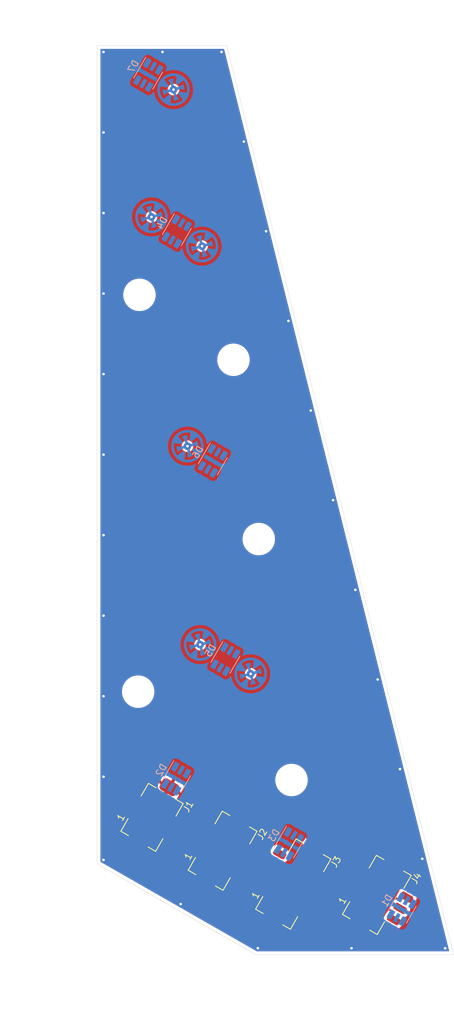
<source format=kicad_pcb>
(kicad_pcb (version 20171130) (host pcbnew 5.1.9)

  (general
    (thickness 1.6)
    (drawings 12)
    (tracks 32)
    (zones 0)
    (modules 22)
    (nets 32)
  )

  (page A4)
  (title_block
    (title "Litter Robot 3 - Main board")
    (date 2021-02-27)
    (rev A1)
    (company "L. Sartory")
  )

  (layers
    (0 F.Cu signal)
    (1 In1.Cu signal)
    (2 In2.Cu signal)
    (31 B.Cu signal)
    (32 B.Adhes user)
    (33 F.Adhes user)
    (34 B.Paste user)
    (35 F.Paste user)
    (36 B.SilkS user)
    (37 F.SilkS user)
    (38 B.Mask user)
    (39 F.Mask user)
    (40 Dwgs.User user)
    (41 Cmts.User user)
    (42 Eco1.User user)
    (43 Eco2.User user)
    (44 Edge.Cuts user)
    (45 Margin user)
    (46 B.CrtYd user)
    (47 F.CrtYd user)
    (48 B.Fab user)
    (49 F.Fab user)
  )

  (setup
    (last_trace_width 0.25)
    (user_trace_width 0.2)
    (user_trace_width 0.4)
    (trace_clearance 0.2)
    (zone_clearance 0.5)
    (zone_45_only no)
    (trace_min 0.2)
    (via_size 0.8)
    (via_drill 0.4)
    (via_min_size 0.4)
    (via_min_drill 0.3)
    (user_via 0.6 0.3)
    (uvia_size 0.3)
    (uvia_drill 0.1)
    (uvias_allowed no)
    (uvia_min_size 0.2)
    (uvia_min_drill 0.1)
    (edge_width 0.05)
    (segment_width 0.2)
    (pcb_text_width 0.3)
    (pcb_text_size 1.5 1.5)
    (mod_edge_width 0.15)
    (mod_text_size 1 1)
    (mod_text_width 0.15)
    (pad_size 2 2)
    (pad_drill 0)
    (pad_to_mask_clearance 0)
    (aux_axis_origin 67 175)
    (grid_origin 67 175)
    (visible_elements FFFFFF7F)
    (pcbplotparams
      (layerselection 0x010fc_ffffffff)
      (usegerberextensions false)
      (usegerberattributes true)
      (usegerberadvancedattributes true)
      (creategerberjobfile true)
      (excludeedgelayer true)
      (linewidth 0.100000)
      (plotframeref false)
      (viasonmask false)
      (mode 1)
      (useauxorigin false)
      (hpglpennumber 1)
      (hpglpenspeed 20)
      (hpglpendiameter 15.000000)
      (psnegative false)
      (psa4output false)
      (plotreference true)
      (plotvalue true)
      (plotinvisibletext false)
      (padsonsilk false)
      (subtractmaskfromsilk false)
      (outputformat 1)
      (mirror false)
      (drillshape 1)
      (scaleselection 1)
      (outputdirectory ""))
  )

  (net 0 "")
  (net 1 GND)
  (net 2 +15V)
  (net 3 +7V)
  (net 4 +3V3)
  (net 5 "Net-(D1-Pad6)")
  (net 6 "Net-(D1-Pad5)")
  (net 7 "Net-(D1-Pad4)")
  (net 8 "Net-(D2-Pad6)")
  (net 9 "Net-(D2-Pad5)")
  (net 10 "Net-(D2-Pad4)")
  (net 11 "Net-(D3-Pad6)")
  (net 12 "Net-(D3-Pad5)")
  (net 13 "Net-(D3-Pad4)")
  (net 14 "Net-(D4-Pad6)")
  (net 15 "Net-(D4-Pad5)")
  (net 16 "Net-(D4-Pad4)")
  (net 17 "Net-(D5-Pad6)")
  (net 18 "Net-(D5-Pad5)")
  (net 19 "Net-(D5-Pad4)")
  (net 20 "Net-(D6-Pad6)")
  (net 21 "Net-(D6-Pad5)")
  (net 22 "Net-(D6-Pad4)")
  (net 23 "Net-(D7-Pad6)")
  (net 24 "Net-(D7-Pad5)")
  (net 25 "Net-(D7-Pad4)")
  (net 26 /Motor_P)
  (net 27 /Motor_N)
  (net 28 "/Control panel/Empty_Button")
  (net 29 "/Control panel/Power_Button")
  (net 30 "/Control panel/Cycle_Button")
  (net 31 "/Control panel/Reset_Button")

  (net_class Default "This is the default net class."
    (clearance 0.2)
    (trace_width 0.25)
    (via_dia 0.8)
    (via_drill 0.4)
    (uvia_dia 0.3)
    (uvia_drill 0.1)
    (add_net +15V)
    (add_net +3V3)
    (add_net +7V)
    (add_net "/Control panel/Center_LED_B")
    (add_net "/Control panel/Center_LED_G")
    (add_net "/Control panel/Center_LED_R")
    (add_net "/Control panel/Cycle_Button")
    (add_net "/Control panel/Cycle_LED_B")
    (add_net "/Control panel/Cycle_LED_G")
    (add_net "/Control panel/Cycle_LED_R")
    (add_net "/Control panel/Empty_Button")
    (add_net "/Control panel/Empty_LED_B")
    (add_net "/Control panel/Empty_LED_G")
    (add_net "/Control panel/Empty_LED_R")
    (add_net "/Control panel/Left_LED_B")
    (add_net "/Control panel/Left_LED_G")
    (add_net "/Control panel/Left_LED_R")
    (add_net "/Control panel/Power_Button")
    (add_net "/Control panel/Power_LED_B")
    (add_net "/Control panel/Power_LED_G")
    (add_net "/Control panel/Power_LED_R")
    (add_net "/Control panel/Reset_Button")
    (add_net "/Control panel/Reset_LED_B")
    (add_net "/Control panel/Reset_LED_G")
    (add_net "/Control panel/Reset_LED_R")
    (add_net "/Control panel/Right_LED_B")
    (add_net "/Control panel/Right_LED_G")
    (add_net "/Control panel/Right_LED_R")
    (add_net /Hall_Sensor_L)
    (add_net /Hall_Sensor_R)
    (add_net "/Motor driver/Motor_PWM_N")
    (add_net "/Motor driver/Motor_PWM_P")
    (add_net /Motor_N)
    (add_net /Motor_P)
    (add_net GND)
    (add_net "Net-(D1-Pad4)")
    (add_net "Net-(D1-Pad5)")
    (add_net "Net-(D1-Pad6)")
    (add_net "Net-(D2-Pad4)")
    (add_net "Net-(D2-Pad5)")
    (add_net "Net-(D2-Pad6)")
    (add_net "Net-(D3-Pad4)")
    (add_net "Net-(D3-Pad5)")
    (add_net "Net-(D3-Pad6)")
    (add_net "Net-(D4-Pad4)")
    (add_net "Net-(D4-Pad5)")
    (add_net "Net-(D4-Pad6)")
    (add_net "Net-(D5-Pad4)")
    (add_net "Net-(D5-Pad5)")
    (add_net "Net-(D5-Pad6)")
    (add_net "Net-(D6-Pad4)")
    (add_net "Net-(D6-Pad5)")
    (add_net "Net-(D6-Pad6)")
    (add_net "Net-(D7-Pad4)")
    (add_net "Net-(D7-Pad5)")
    (add_net "Net-(D7-Pad6)")
    (add_net "Net-(J1-Pad1)")
    (add_net "Net-(J1-Pad2)")
    (add_net "Net-(J1-Pad3)")
    (add_net "Net-(J1-Pad4)")
    (add_net "Net-(J2-Pad4)")
    (add_net "Net-(J2-Pad6)")
    (add_net "Net-(J3-Pad5)")
    (add_net "Net-(J3-Pad7)")
    (add_net "Net-(J4-Pad1)")
    (add_net "Net-(J4-Pad2)")
    (add_net "Net-(J4-Pad3)")
    (add_net "Net-(J4-Pad4)")
    (add_net "Net-(J4-Pad5)")
    (add_net "Net-(J4-Pad6)")
    (add_net "Net-(U1-Pad11)")
    (add_net "Net-(U1-Pad12)")
    (add_net "Net-(U1-Pad26)")
  )

  (module "LitterRobot:Hirose_DF11C-6DP-2V(57)" locked (layer F.Cu) (tedit 603BC1E8) (tstamp 6050B9ED)
    (at 110.158641 165.790482 240)
    (descr "2.0mm Pitch, Double-Row Connector, 2x3, Hirose")
    (path /6051969D)
    (attr smd)
    (fp_text reference J4 (at -5.25 -4 60) (layer F.SilkS)
      (effects (font (size 1 1) (thickness 0.15)))
    )
    (fp_text value "DF11C-6DP-2V(57)" (at 0 7 60) (layer F.Fab)
      (effects (font (size 1 1) (thickness 0.15)))
    )
    (fp_text user 1 (at 3.4 4.15 60) (layer F.SilkS)
      (effects (font (size 1 1) (thickness 0.15)))
    )
    (fp_circle (center 2 -1) (end 2 -0.75) (layer F.Fab) (width 0.12))
    (fp_circle (center 2 1) (end 1.75 1) (layer F.Fab) (width 0.12))
    (fp_circle (center 0 1) (end 0 0.75) (layer F.Fab) (width 0.12))
    (fp_circle (center 0 -1) (end 0.25 -1) (layer F.Fab) (width 0.12))
    (fp_line (start 4 -0.1) (end 3.3 -0.1) (layer F.Fab) (width 0.12))
    (fp_line (start 4 -0.9) (end 4 -0.1) (layer F.Fab) (width 0.12))
    (fp_line (start 3.3 -0.9) (end 4 -0.9) (layer F.Fab) (width 0.12))
    (fp_line (start -3.3 -0.1) (end -4 -0.1) (layer F.Fab) (width 0.12))
    (fp_line (start -3.3 -0.9) (end -3.3 -0.1) (layer F.Fab) (width 0.12))
    (fp_line (start -4 -0.9) (end -3.3 -0.9) (layer F.Fab) (width 0.12))
    (fp_line (start 2.9 -3.1) (end 2.9 -2.1) (layer F.Fab) (width 0.12))
    (fp_line (start -2.9 -3.1) (end -2.9 -2.1) (layer F.Fab) (width 0.12))
    (fp_line (start 4 -2.1) (end 4 3.1) (layer F.Fab) (width 0.12))
    (fp_line (start -4 -2.1) (end -4 3.1) (layer F.Fab) (width 0.12))
    (fp_line (start -3.3 2.1) (end -3.3 -2.1) (layer F.Fab) (width 0.12))
    (fp_line (start 3.3 2.1) (end -3.3 2.1) (layer F.Fab) (width 0.12))
    (fp_line (start 3.3 -2.1) (end 3.3 2.1) (layer F.Fab) (width 0.12))
    (fp_line (start -5.25 -2.1) (end 5.25 -2.1) (layer F.Fab) (width 0.12))
    (fp_line (start -5.25 3.1) (end -5.25 -3.1) (layer F.Fab) (width 0.12))
    (fp_line (start 5.25 3.1) (end -5.25 3.1) (layer F.Fab) (width 0.12))
    (fp_line (start 5.25 -3.1) (end 5.25 3.1) (layer F.Fab) (width 0.12))
    (fp_line (start -5.25 -3.1) (end 5.25 -3.1) (layer F.Fab) (width 0.12))
    (fp_line (start -5.25 -3.1) (end -3 -3.1) (layer F.SilkS) (width 0.15))
    (fp_line (start -5.25 -3.1) (end -5.25 -1.75) (layer F.SilkS) (width 0.15))
    (fp_line (start 3 -3.1) (end 5.25 -3.1) (layer F.SilkS) (width 0.15))
    (fp_line (start 5.25 -3.1) (end 5.25 -1.75) (layer F.SilkS) (width 0.15))
    (fp_line (start -5.25 1.75) (end -5.25 3.1) (layer F.SilkS) (width 0.15))
    (fp_line (start 5.25 3.1) (end 5.25 1.75) (layer F.SilkS) (width 0.15))
    (fp_line (start 3 3.1) (end 5.25 3.1) (layer F.SilkS) (width 0.15))
    (fp_line (start -5.25 3.1) (end -3 3.1) (layer F.SilkS) (width 0.15))
    (fp_line (start -2.9 -5.5) (end 2.9 -5.5) (layer F.CrtYd) (width 0.05))
    (fp_line (start 2.9 -5.5) (end 2.9 -3.4) (layer F.CrtYd) (width 0.05))
    (fp_line (start 2.9 -3.4) (end 5.6 -3.4) (layer F.CrtYd) (width 0.05))
    (fp_line (start 5.6 -3.4) (end 5.6 -1.7) (layer F.CrtYd) (width 0.05))
    (fp_line (start 5.6 -1.7) (end 7.7 -1.7) (layer F.CrtYd) (width 0.05))
    (fp_line (start 7.7 -1.7) (end 7.7 1.7) (layer F.CrtYd) (width 0.05))
    (fp_line (start 7.7 1.7) (end 5.6 1.7) (layer F.CrtYd) (width 0.05))
    (fp_line (start 5.6 1.7) (end 5.6 3.4) (layer F.CrtYd) (width 0.05))
    (fp_line (start 5.6 3.4) (end 2.9 3.4) (layer F.CrtYd) (width 0.05))
    (fp_line (start 2.9 3.4) (end 2.9 5.5) (layer F.CrtYd) (width 0.05))
    (fp_line (start 2.9 5.5) (end -2.9 5.5) (layer F.CrtYd) (width 0.05))
    (fp_line (start -2.9 5.5) (end -2.9 3.4) (layer F.CrtYd) (width 0.05))
    (fp_line (start -2.9 3.4) (end -5.6 3.4) (layer F.CrtYd) (width 0.05))
    (fp_line (start -5.6 3.4) (end -5.6 1.7) (layer F.CrtYd) (width 0.05))
    (fp_line (start -5.6 1.7) (end -7.7 1.7) (layer F.CrtYd) (width 0.05))
    (fp_line (start -7.7 1.7) (end -7.7 -1.7) (layer F.CrtYd) (width 0.05))
    (fp_line (start -7.7 -1.7) (end -5.6 -1.7) (layer F.CrtYd) (width 0.05))
    (fp_line (start -5.6 -1.7) (end -5.6 -3.4) (layer F.CrtYd) (width 0.05))
    (fp_line (start -5.6 -3.4) (end -2.9 -3.4) (layer F.CrtYd) (width 0.05))
    (fp_line (start -2.9 -3.4) (end -2.9 -5.5) (layer F.CrtYd) (width 0.05))
    (fp_circle (center -2 -1) (end -1.75 -1) (layer F.Fab) (width 0.12))
    (fp_circle (center -2 1) (end -2 0.75) (layer F.Fab) (width 0.12))
    (pad MP smd roundrect (at 6.35 0 240) (size 2 2.8) (layers F.Cu F.Paste F.Mask) (roundrect_rratio 0.25)
      (net 1 GND))
    (pad MP smd roundrect (at -6.35 0 240) (size 2 2.8) (layers F.Cu F.Paste F.Mask) (roundrect_rratio 0.25)
      (net 1 GND))
    (pad 1 smd rect (at 2 4.15 240) (size 1.1 2) (layers F.Cu F.Paste F.Mask))
    (pad 2 smd roundrect (at 2 -4.15 240) (size 1.1 2) (layers F.Cu F.Paste F.Mask) (roundrect_rratio 0.25))
    (pad 3 smd roundrect (at 0 4.15 240) (size 1.1 2) (layers F.Cu F.Paste F.Mask) (roundrect_rratio 0.25))
    (pad 4 smd roundrect (at 0 -4.15 240) (size 1.1 2) (layers F.Cu F.Paste F.Mask) (roundrect_rratio 0.25))
    (pad 6 smd roundrect (at -2 -4.15 240) (size 1.1 2) (layers F.Cu F.Paste F.Mask) (roundrect_rratio 0.25))
    (pad 5 smd roundrect (at -2 4.15 240) (size 1.1 2) (layers F.Cu F.Paste F.Mask) (roundrect_rratio 0.25))
    (model ${KIPRJMOD}/packages3d/DF11C-6DP-2V.stp
      (at (xyz 0 0 0))
      (scale (xyz 1 1 1))
      (rotate (xyz 0 0 0))
    )
  )

  (module "LitterRobot:Hirose_DF11C-8DP-2V(57)" locked (layer F.Cu) (tedit 603BC1DE) (tstamp 60508910)
    (at 97.26634 164.120612 240)
    (descr "2.0mm Pitch, Double-Row Connector, 2x4, Hirose")
    (path /603BC30E)
    (attr smd)
    (fp_text reference J3 (at -6.25 -4 60) (layer F.SilkS)
      (effects (font (size 1 1) (thickness 0.15)))
    )
    (fp_text value "DF11C-8DP-2V(57)" (at 0 7 60) (layer F.Fab)
      (effects (font (size 1 1) (thickness 0.15)))
    )
    (fp_text user 1 (at 4.4 4.15 60) (layer F.SilkS)
      (effects (font (size 1 1) (thickness 0.15)))
    )
    (fp_circle (center -1 1) (end -1 0.75) (layer F.Fab) (width 0.12))
    (fp_circle (center -1 -1) (end -0.75 -1) (layer F.Fab) (width 0.12))
    (fp_line (start -3.9 -3.4) (end -3.9 -5.5) (layer F.CrtYd) (width 0.05))
    (fp_line (start -6.6 -3.4) (end -3.9 -3.4) (layer F.CrtYd) (width 0.05))
    (fp_line (start -6.6 -1.7) (end -6.6 -3.4) (layer F.CrtYd) (width 0.05))
    (fp_line (start -8.7 -1.7) (end -6.6 -1.7) (layer F.CrtYd) (width 0.05))
    (fp_line (start -8.7 1.7) (end -8.7 -1.7) (layer F.CrtYd) (width 0.05))
    (fp_line (start -6.6 1.7) (end -8.7 1.7) (layer F.CrtYd) (width 0.05))
    (fp_line (start -6.6 3.4) (end -6.6 1.7) (layer F.CrtYd) (width 0.05))
    (fp_line (start -3.9 3.4) (end -6.6 3.4) (layer F.CrtYd) (width 0.05))
    (fp_line (start -3.9 5.5) (end -3.9 3.4) (layer F.CrtYd) (width 0.05))
    (fp_line (start 3.9 5.5) (end -3.9 5.5) (layer F.CrtYd) (width 0.05))
    (fp_line (start 3.9 3.4) (end 3.9 5.5) (layer F.CrtYd) (width 0.05))
    (fp_line (start 6.6 3.4) (end 3.9 3.4) (layer F.CrtYd) (width 0.05))
    (fp_line (start 6.6 1.7) (end 6.6 3.4) (layer F.CrtYd) (width 0.05))
    (fp_line (start 8.7 1.7) (end 6.6 1.7) (layer F.CrtYd) (width 0.05))
    (fp_line (start 8.7 -1.7) (end 8.7 1.7) (layer F.CrtYd) (width 0.05))
    (fp_line (start 6.6 -1.7) (end 8.7 -1.7) (layer F.CrtYd) (width 0.05))
    (fp_line (start 6.6 -3.4) (end 6.6 -1.7) (layer F.CrtYd) (width 0.05))
    (fp_line (start 3.9 -3.4) (end 6.6 -3.4) (layer F.CrtYd) (width 0.05))
    (fp_line (start 3.9 -5.5) (end 3.9 -3.4) (layer F.CrtYd) (width 0.05))
    (fp_line (start -3.9 -5.5) (end 3.9 -5.5) (layer F.CrtYd) (width 0.05))
    (fp_line (start -6.25 3.1) (end -4 3.1) (layer F.SilkS) (width 0.15))
    (fp_line (start 4 3.1) (end 6.25 3.1) (layer F.SilkS) (width 0.15))
    (fp_line (start 6.25 3.1) (end 6.25 1.75) (layer F.SilkS) (width 0.15))
    (fp_line (start -6.25 1.75) (end -6.25 3.1) (layer F.SilkS) (width 0.15))
    (fp_line (start 6.25 -3.1) (end 6.25 -1.75) (layer F.SilkS) (width 0.15))
    (fp_line (start 4 -3.1) (end 6.25 -3.1) (layer F.SilkS) (width 0.15))
    (fp_line (start -6.25 -3.1) (end -6.25 -1.75) (layer F.SilkS) (width 0.15))
    (fp_line (start -6.25 -3.1) (end -4 -3.1) (layer F.SilkS) (width 0.15))
    (fp_line (start -6.25 -3.1) (end 6.25 -3.1) (layer F.Fab) (width 0.12))
    (fp_line (start 6.25 -3.1) (end 6.25 3.1) (layer F.Fab) (width 0.12))
    (fp_line (start 6.25 3.1) (end -6.25 3.1) (layer F.Fab) (width 0.12))
    (fp_line (start -6.25 3.1) (end -6.25 -3.1) (layer F.Fab) (width 0.12))
    (fp_line (start -6.25 -2.1) (end 6.25 -2.1) (layer F.Fab) (width 0.12))
    (fp_line (start 4.3 -2.1) (end 4.3 2.1) (layer F.Fab) (width 0.12))
    (fp_line (start 4.3 2.1) (end -4.3 2.1) (layer F.Fab) (width 0.12))
    (fp_line (start -4.3 2.1) (end -4.3 -2.1) (layer F.Fab) (width 0.12))
    (fp_line (start -5 -2.1) (end -5 3.1) (layer F.Fab) (width 0.12))
    (fp_line (start 5 -2.1) (end 5 3.1) (layer F.Fab) (width 0.12))
    (fp_line (start -3.9 -3.1) (end -3.9 -2.1) (layer F.Fab) (width 0.12))
    (fp_line (start 3.9 -3.1) (end 3.9 -2.1) (layer F.Fab) (width 0.12))
    (fp_line (start -5 -0.9) (end -4.3 -0.9) (layer F.Fab) (width 0.12))
    (fp_line (start -4.3 -0.9) (end -4.3 -0.1) (layer F.Fab) (width 0.12))
    (fp_line (start -4.3 -0.1) (end -5 -0.1) (layer F.Fab) (width 0.12))
    (fp_line (start 4.3 -0.9) (end 5 -0.9) (layer F.Fab) (width 0.12))
    (fp_line (start 5 -0.9) (end 5 -0.1) (layer F.Fab) (width 0.12))
    (fp_line (start 5 -0.1) (end 4.3 -0.1) (layer F.Fab) (width 0.12))
    (fp_circle (center 1 -1) (end 1.25 -1) (layer F.Fab) (width 0.12))
    (fp_circle (center 1 1) (end 1 0.75) (layer F.Fab) (width 0.12))
    (fp_circle (center 3 1) (end 2.75 1) (layer F.Fab) (width 0.12))
    (fp_circle (center 3 -1) (end 3 -0.75) (layer F.Fab) (width 0.12))
    (fp_circle (center -3 1) (end -3 0.75) (layer F.Fab) (width 0.12))
    (fp_circle (center -3 -1) (end -2.75 -1) (layer F.Fab) (width 0.12))
    (pad 8 smd roundrect (at -3 -4.15 240) (size 1.1 2) (layers F.Cu F.Paste F.Mask) (roundrect_rratio 0.25)
      (net 1 GND))
    (pad 7 smd roundrect (at -3 4.15 240) (size 1.1 2) (layers F.Cu F.Paste F.Mask) (roundrect_rratio 0.25))
    (pad 5 smd roundrect (at -1 4.15 240) (size 1.1 2) (layers F.Cu F.Paste F.Mask) (roundrect_rratio 0.25))
    (pad 6 smd roundrect (at -1 -4.15 240) (size 1.1 2) (layers F.Cu F.Paste F.Mask) (roundrect_rratio 0.25)
      (net 1 GND))
    (pad 4 smd roundrect (at 1 -4.15 240) (size 1.1 2) (layers F.Cu F.Paste F.Mask) (roundrect_rratio 0.25)
      (net 1 GND))
    (pad 3 smd roundrect (at 1 4.15 240) (size 1.1 2) (layers F.Cu F.Paste F.Mask) (roundrect_rratio 0.25))
    (pad 2 smd roundrect (at 3 -4.15 240) (size 1.1 2) (layers F.Cu F.Paste F.Mask) (roundrect_rratio 0.25))
    (pad 1 smd rect (at 3 4.15 240) (size 1.1 2) (layers F.Cu F.Paste F.Mask)
      (net 3 +7V))
    (pad MP smd roundrect (at -7.35 0 240) (size 2 2.8) (layers F.Cu F.Paste F.Mask) (roundrect_rratio 0.25)
      (net 1 GND))
    (pad MP smd roundrect (at 7.35 0 240) (size 2 2.8) (layers F.Cu F.Paste F.Mask) (roundrect_rratio 0.25)
      (net 1 GND))
    (model ${KIPRJMOD}/packages3d/DF11C-8DP-2V.stp
      (at (xyz 0 0 0))
      (scale (xyz 1 1 1))
      (rotate (xyz 0 0 0))
    )
  )

  (module "LitterRobot:Hirose_DF11C-6DP-2V(57)" locked (layer F.Cu) (tedit 603BC1E8) (tstamp 6050884C)
    (at 86.374035 158.986638 240)
    (descr "2.0mm Pitch, Double-Row Connector, 2x3, Hirose")
    (path /603BB210)
    (attr smd)
    (fp_text reference J2 (at -5.25 -4 60) (layer F.SilkS)
      (effects (font (size 1 1) (thickness 0.15)))
    )
    (fp_text value "DF11C-6DP-2V(57)" (at 0 7 60) (layer F.Fab)
      (effects (font (size 1 1) (thickness 0.15)))
    )
    (fp_circle (center -2 1) (end -2 0.75) (layer F.Fab) (width 0.12))
    (fp_circle (center -2 -1) (end -1.75 -1) (layer F.Fab) (width 0.12))
    (fp_line (start -2.9 -3.4) (end -2.9 -5.5) (layer F.CrtYd) (width 0.05))
    (fp_line (start -5.6 -3.4) (end -2.9 -3.4) (layer F.CrtYd) (width 0.05))
    (fp_line (start -5.6 -1.7) (end -5.6 -3.4) (layer F.CrtYd) (width 0.05))
    (fp_line (start -7.7 -1.7) (end -5.6 -1.7) (layer F.CrtYd) (width 0.05))
    (fp_line (start -7.7 1.7) (end -7.7 -1.7) (layer F.CrtYd) (width 0.05))
    (fp_line (start -5.6 1.7) (end -7.7 1.7) (layer F.CrtYd) (width 0.05))
    (fp_line (start -5.6 3.4) (end -5.6 1.7) (layer F.CrtYd) (width 0.05))
    (fp_line (start -2.9 3.4) (end -5.6 3.4) (layer F.CrtYd) (width 0.05))
    (fp_line (start -2.9 5.5) (end -2.9 3.4) (layer F.CrtYd) (width 0.05))
    (fp_line (start 2.9 5.5) (end -2.9 5.5) (layer F.CrtYd) (width 0.05))
    (fp_line (start 2.9 3.4) (end 2.9 5.5) (layer F.CrtYd) (width 0.05))
    (fp_line (start 5.6 3.4) (end 2.9 3.4) (layer F.CrtYd) (width 0.05))
    (fp_line (start 5.6 1.7) (end 5.6 3.4) (layer F.CrtYd) (width 0.05))
    (fp_line (start 7.7 1.7) (end 5.6 1.7) (layer F.CrtYd) (width 0.05))
    (fp_line (start 7.7 -1.7) (end 7.7 1.7) (layer F.CrtYd) (width 0.05))
    (fp_line (start 5.6 -1.7) (end 7.7 -1.7) (layer F.CrtYd) (width 0.05))
    (fp_line (start 5.6 -3.4) (end 5.6 -1.7) (layer F.CrtYd) (width 0.05))
    (fp_line (start 2.9 -3.4) (end 5.6 -3.4) (layer F.CrtYd) (width 0.05))
    (fp_line (start 2.9 -5.5) (end 2.9 -3.4) (layer F.CrtYd) (width 0.05))
    (fp_line (start -2.9 -5.5) (end 2.9 -5.5) (layer F.CrtYd) (width 0.05))
    (fp_line (start -5.25 3.1) (end -3 3.1) (layer F.SilkS) (width 0.15))
    (fp_line (start 3 3.1) (end 5.25 3.1) (layer F.SilkS) (width 0.15))
    (fp_line (start 5.25 3.1) (end 5.25 1.75) (layer F.SilkS) (width 0.15))
    (fp_line (start -5.25 1.75) (end -5.25 3.1) (layer F.SilkS) (width 0.15))
    (fp_line (start 5.25 -3.1) (end 5.25 -1.75) (layer F.SilkS) (width 0.15))
    (fp_line (start 3 -3.1) (end 5.25 -3.1) (layer F.SilkS) (width 0.15))
    (fp_line (start -5.25 -3.1) (end -5.25 -1.75) (layer F.SilkS) (width 0.15))
    (fp_line (start -5.25 -3.1) (end -3 -3.1) (layer F.SilkS) (width 0.15))
    (fp_line (start -5.25 -3.1) (end 5.25 -3.1) (layer F.Fab) (width 0.12))
    (fp_line (start 5.25 -3.1) (end 5.25 3.1) (layer F.Fab) (width 0.12))
    (fp_line (start 5.25 3.1) (end -5.25 3.1) (layer F.Fab) (width 0.12))
    (fp_line (start -5.25 3.1) (end -5.25 -3.1) (layer F.Fab) (width 0.12))
    (fp_line (start -5.25 -2.1) (end 5.25 -2.1) (layer F.Fab) (width 0.12))
    (fp_line (start 3.3 -2.1) (end 3.3 2.1) (layer F.Fab) (width 0.12))
    (fp_line (start 3.3 2.1) (end -3.3 2.1) (layer F.Fab) (width 0.12))
    (fp_line (start -3.3 2.1) (end -3.3 -2.1) (layer F.Fab) (width 0.12))
    (fp_line (start -4 -2.1) (end -4 3.1) (layer F.Fab) (width 0.12))
    (fp_line (start 4 -2.1) (end 4 3.1) (layer F.Fab) (width 0.12))
    (fp_line (start -2.9 -3.1) (end -2.9 -2.1) (layer F.Fab) (width 0.12))
    (fp_line (start 2.9 -3.1) (end 2.9 -2.1) (layer F.Fab) (width 0.12))
    (fp_line (start -4 -0.9) (end -3.3 -0.9) (layer F.Fab) (width 0.12))
    (fp_line (start -3.3 -0.9) (end -3.3 -0.1) (layer F.Fab) (width 0.12))
    (fp_line (start -3.3 -0.1) (end -4 -0.1) (layer F.Fab) (width 0.12))
    (fp_line (start 3.3 -0.9) (end 4 -0.9) (layer F.Fab) (width 0.12))
    (fp_line (start 4 -0.9) (end 4 -0.1) (layer F.Fab) (width 0.12))
    (fp_line (start 4 -0.1) (end 3.3 -0.1) (layer F.Fab) (width 0.12))
    (fp_circle (center 0 -1) (end 0.25 -1) (layer F.Fab) (width 0.12))
    (fp_circle (center 0 1) (end 0 0.75) (layer F.Fab) (width 0.12))
    (fp_circle (center 2 1) (end 1.75 1) (layer F.Fab) (width 0.12))
    (fp_circle (center 2 -1) (end 2 -0.75) (layer F.Fab) (width 0.12))
    (fp_text user 1 (at 3.4 4.15 60) (layer F.SilkS)
      (effects (font (size 1 1) (thickness 0.15)))
    )
    (pad 5 smd roundrect (at -2 4.15 240) (size 1.1 2) (layers F.Cu F.Paste F.Mask) (roundrect_rratio 0.25)
      (net 27 /Motor_N))
    (pad 6 smd roundrect (at -2 -4.15 240) (size 1.1 2) (layers F.Cu F.Paste F.Mask) (roundrect_rratio 0.25))
    (pad 4 smd roundrect (at 0 -4.15 240) (size 1.1 2) (layers F.Cu F.Paste F.Mask) (roundrect_rratio 0.25))
    (pad 3 smd roundrect (at 0 4.15 240) (size 1.1 2) (layers F.Cu F.Paste F.Mask) (roundrect_rratio 0.25)
      (net 26 /Motor_P))
    (pad 2 smd roundrect (at 2 -4.15 240) (size 1.1 2) (layers F.Cu F.Paste F.Mask) (roundrect_rratio 0.25)
      (net 1 GND))
    (pad 1 smd rect (at 2 4.15 240) (size 1.1 2) (layers F.Cu F.Paste F.Mask)
      (net 2 +15V))
    (pad MP smd roundrect (at -6.35 0 240) (size 2 2.8) (layers F.Cu F.Paste F.Mask) (roundrect_rratio 0.25)
      (net 1 GND))
    (pad MP smd roundrect (at 6.35 0 240) (size 2 2.8) (layers F.Cu F.Paste F.Mask) (roundrect_rratio 0.25)
      (net 1 GND))
    (model ${KIPRJMOD}/packages3d/DF11C-6DP-2V.stp
      (at (xyz 0 0 0))
      (scale (xyz 1 1 1))
      (rotate (xyz 0 0 0))
    )
  )

  (module "LitterRobot:Hirose_DF11C-4DP-2V(57)" locked (layer F.Cu) (tedit 603BC1F3) (tstamp 60508794)
    (at 75.481729 153.852662 240)
    (descr "2.0mm Pitch, Double-Row Connector, 2x2, Hirose")
    (path /603B9D61)
    (attr smd)
    (fp_text reference J1 (at -4.25 -4 60) (layer F.SilkS)
      (effects (font (size 1 1) (thickness 0.15)))
    )
    (fp_text value "DF11C-4DP-2V(57)" (at 0 7 60) (layer F.Fab)
      (effects (font (size 1 1) (thickness 0.15)))
    )
    (fp_line (start -1.9 -3.4) (end -1.9 -5.5) (layer F.CrtYd) (width 0.05))
    (fp_line (start -4.6 -3.4) (end -1.9 -3.4) (layer F.CrtYd) (width 0.05))
    (fp_line (start -4.6 -1.7) (end -4.6 -3.4) (layer F.CrtYd) (width 0.05))
    (fp_line (start -6.7 -1.7) (end -4.6 -1.7) (layer F.CrtYd) (width 0.05))
    (fp_line (start -6.7 1.7) (end -6.7 -1.7) (layer F.CrtYd) (width 0.05))
    (fp_line (start -4.6 1.7) (end -6.7 1.7) (layer F.CrtYd) (width 0.05))
    (fp_line (start -4.6 3.4) (end -4.6 1.7) (layer F.CrtYd) (width 0.05))
    (fp_line (start -1.9 3.4) (end -4.6 3.4) (layer F.CrtYd) (width 0.05))
    (fp_line (start -1.9 5.5) (end -1.9 3.4) (layer F.CrtYd) (width 0.05))
    (fp_line (start 1.9 5.5) (end -1.9 5.5) (layer F.CrtYd) (width 0.05))
    (fp_line (start 1.9 3.4) (end 1.9 5.5) (layer F.CrtYd) (width 0.05))
    (fp_line (start 4.6 3.4) (end 1.9 3.4) (layer F.CrtYd) (width 0.05))
    (fp_line (start 4.6 1.7) (end 4.6 3.4) (layer F.CrtYd) (width 0.05))
    (fp_line (start 6.7 1.7) (end 4.6 1.7) (layer F.CrtYd) (width 0.05))
    (fp_line (start 6.7 -1.7) (end 6.7 1.7) (layer F.CrtYd) (width 0.05))
    (fp_line (start 4.6 -1.7) (end 6.7 -1.7) (layer F.CrtYd) (width 0.05))
    (fp_line (start 4.6 -3.4) (end 4.6 -1.7) (layer F.CrtYd) (width 0.05))
    (fp_line (start 1.9 -3.4) (end 4.6 -3.4) (layer F.CrtYd) (width 0.05))
    (fp_line (start 1.9 -5.5) (end 1.9 -3.4) (layer F.CrtYd) (width 0.05))
    (fp_line (start -1.9 -5.5) (end 1.9 -5.5) (layer F.CrtYd) (width 0.05))
    (fp_line (start -4.25 3.1) (end -2 3.1) (layer F.SilkS) (width 0.15))
    (fp_line (start 2 3.1) (end 4.25 3.1) (layer F.SilkS) (width 0.15))
    (fp_line (start 4.25 3.1) (end 4.25 1.75) (layer F.SilkS) (width 0.15))
    (fp_line (start -4.25 1.75) (end -4.25 3.1) (layer F.SilkS) (width 0.15))
    (fp_line (start 4.25 -3.1) (end 4.25 -1.75) (layer F.SilkS) (width 0.15))
    (fp_line (start 2 -3.1) (end 4.25 -3.1) (layer F.SilkS) (width 0.15))
    (fp_line (start -4.25 -3.1) (end -4.25 -1.75) (layer F.SilkS) (width 0.15))
    (fp_line (start -4.25 -3.1) (end -2 -3.1) (layer F.SilkS) (width 0.15))
    (fp_line (start -4.25 -3.1) (end 4.25 -3.1) (layer F.Fab) (width 0.12))
    (fp_line (start 4.25 -3.1) (end 4.25 3.1) (layer F.Fab) (width 0.12))
    (fp_line (start 4.25 3.1) (end -4.25 3.1) (layer F.Fab) (width 0.12))
    (fp_line (start -4.25 3.1) (end -4.25 -3.1) (layer F.Fab) (width 0.12))
    (fp_line (start -4.25 -2.1) (end 4.25 -2.1) (layer F.Fab) (width 0.12))
    (fp_line (start 2.3 -2.1) (end 2.3 2.1) (layer F.Fab) (width 0.12))
    (fp_line (start 2.3 2.1) (end -2.3 2.1) (layer F.Fab) (width 0.12))
    (fp_line (start -2.3 2.1) (end -2.3 -2.1) (layer F.Fab) (width 0.12))
    (fp_line (start -3 -2.1) (end -3 3.1) (layer F.Fab) (width 0.12))
    (fp_line (start 3 -2.1) (end 3 3.1) (layer F.Fab) (width 0.12))
    (fp_line (start -1.9 -3.1) (end -1.9 -2.1) (layer F.Fab) (width 0.12))
    (fp_line (start 1.9 -3.1) (end 1.9 -2.1) (layer F.Fab) (width 0.12))
    (fp_line (start -3 -0.9) (end -2.3 -0.9) (layer F.Fab) (width 0.12))
    (fp_line (start -2.3 -0.9) (end -2.3 -0.1) (layer F.Fab) (width 0.12))
    (fp_line (start -2.3 -0.1) (end -3 -0.1) (layer F.Fab) (width 0.12))
    (fp_line (start 2.3 -0.9) (end 3 -0.9) (layer F.Fab) (width 0.12))
    (fp_line (start 3 -0.9) (end 3 -0.1) (layer F.Fab) (width 0.12))
    (fp_line (start 3 -0.1) (end 2.3 -0.1) (layer F.Fab) (width 0.12))
    (fp_circle (center -1 -1) (end -0.75 -1) (layer F.Fab) (width 0.12))
    (fp_circle (center -1 1) (end -1 0.75) (layer F.Fab) (width 0.12))
    (fp_circle (center 1 1) (end 0.75 1) (layer F.Fab) (width 0.12))
    (fp_circle (center 1 -1) (end 1 -0.75) (layer F.Fab) (width 0.12))
    (fp_text user 1 (at 2.4 4.15 60) (layer F.SilkS)
      (effects (font (size 1 1) (thickness 0.15)))
    )
    (pad 4 smd roundrect (at -1 -4.15 240) (size 1.1 2) (layers F.Cu F.Paste F.Mask) (roundrect_rratio 0.25))
    (pad 3 smd roundrect (at -1 4.15 240) (size 1.1 2) (layers F.Cu F.Paste F.Mask) (roundrect_rratio 0.25))
    (pad 2 smd roundrect (at 1 -4.15 240) (size 1.1 2) (layers F.Cu F.Paste F.Mask) (roundrect_rratio 0.25))
    (pad 1 smd rect (at 1 4.15 240) (size 1.1 2) (layers F.Cu F.Paste F.Mask))
    (pad MP smd roundrect (at -5.35 0 240) (size 2 2.8) (layers F.Cu F.Paste F.Mask) (roundrect_rratio 0.25)
      (net 1 GND))
    (pad MP smd roundrect (at 5.35 0 240) (size 2 2.8) (layers F.Cu F.Paste F.Mask) (roundrect_rratio 0.25)
      (net 1 GND))
    (model ${KIPRJMOD}/packages3d/DF11C-4DP-2V.stp
      (at (xyz 0 0 0))
      (scale (xyz 1 1 1))
      (rotate (xyz 0 0 0))
    )
  )

  (module LitterRobot:ROHM_SMLVN6 locked (layer B.Cu) (tedit 603BD768) (tstamp 604F0E7D)
    (at 74.9 39.55 240)
    (descr https://www.rohm.com/products/led/chip-leds-multi-color-type/smlvn6rgb1u-product)
    (tags "LED ROHM SMLVN6")
    (path /603E03AA/603BFD93/603E7162)
    (attr smd)
    (fp_text reference D7 (at 0 2.65 60) (layer B.SilkS)
      (effects (font (size 1 1) (thickness 0.15)) (justify mirror))
    )
    (fp_text value SMLVN6RGB1U (at 0 -2.65 60) (layer B.Fab)
      (effects (font (size 1 1) (thickness 0.15)) (justify mirror))
    )
    (fp_text user %R (at 0 0 60) (layer B.Fab)
      (effects (font (size 0.7 0.7) (thickness 0.1)) (justify mirror))
    )
    (fp_line (start -2.55 1.8) (end -2.55 -1.8) (layer B.CrtYd) (width 0.05))
    (fp_line (start -2.55 -1.8) (end 2.55 -1.8) (layer B.CrtYd) (width 0.05))
    (fp_line (start 2.55 -1.8) (end 2.55 1.8) (layer B.CrtYd) (width 0.05))
    (fp_line (start 2.55 1.8) (end -2.55 1.8) (layer B.CrtYd) (width 0.05))
    (fp_line (start -1.55 0.4) (end -0.55 1.4) (layer B.Fab) (width 0.1))
    (fp_line (start -0.55 1.4) (end 1.55 1.4) (layer B.Fab) (width 0.1))
    (fp_line (start 1.55 1.4) (end 1.55 -1.4) (layer B.Fab) (width 0.1))
    (fp_line (start 1.55 -1.4) (end -1.55 -1.4) (layer B.Fab) (width 0.1))
    (fp_line (start -1.55 -1.4) (end -1.55 0.4) (layer B.Fab) (width 0.1))
    (fp_line (start -2.19 1.7) (end 1.525 1.7) (layer B.SilkS) (width 0.12))
    (fp_line (start -1.525 -1.7) (end 1.525 -1.7) (layer B.SilkS) (width 0.12))
    (pad 1 smd roundrect (at -1.525 1.05 240) (size 1.45 0.8) (layers B.Cu B.Paste B.Mask) (roundrect_rratio 0.2)
      (net 3 +7V))
    (pad 6 smd roundrect (at 1.525 1.05 240) (size 1.45 0.8) (layers B.Cu B.Paste B.Mask) (roundrect_rratio 0.2)
      (net 23 "Net-(D7-Pad6)"))
    (pad 2 smd roundrect (at -1.525 0 240) (size 1.45 0.6) (layers B.Cu B.Paste B.Mask) (roundrect_rratio 0.2)
      (net 3 +7V))
    (pad 5 smd roundrect (at 1.525 0 240) (size 1.45 0.6) (layers B.Cu B.Paste B.Mask) (roundrect_rratio 0.2)
      (net 24 "Net-(D7-Pad5)"))
    (pad 3 smd roundrect (at -1.525 -1.05 240) (size 1.45 0.8) (layers B.Cu B.Paste B.Mask) (roundrect_rratio 0.2)
      (net 3 +7V))
    (pad 4 smd roundrect (at 1.525 -1.05 240) (size 1.45 0.8) (layers B.Cu B.Paste B.Mask) (roundrect_rratio 0.2)
      (net 25 "Net-(D7-Pad4)"))
    (model ${KIPRJMOD}/packages3d/SMLVN6.step
      (at (xyz 0 0 0))
      (scale (xyz 1 1 1))
      (rotate (xyz 0 0 0))
    )
  )

  (module LitterRobot:ROHM_SMLVN6 locked (layer B.Cu) (tedit 603BD768) (tstamp 604F0E67)
    (at 84.85 98.95 240)
    (descr https://www.rohm.com/products/led/chip-leds-multi-color-type/smlvn6rgb1u-product)
    (tags "LED ROHM SMLVN6")
    (path /603E03AA/603BF359/603E7162)
    (attr smd)
    (fp_text reference D6 (at 0 2.65 60) (layer B.SilkS)
      (effects (font (size 1 1) (thickness 0.15)) (justify mirror))
    )
    (fp_text value SMLVN6RGB1U (at 0 -2.65 60) (layer B.Fab)
      (effects (font (size 1 1) (thickness 0.15)) (justify mirror))
    )
    (fp_text user %R (at 0 0 60) (layer B.Fab)
      (effects (font (size 0.7 0.7) (thickness 0.1)) (justify mirror))
    )
    (fp_line (start -2.55 1.8) (end -2.55 -1.8) (layer B.CrtYd) (width 0.05))
    (fp_line (start -2.55 -1.8) (end 2.55 -1.8) (layer B.CrtYd) (width 0.05))
    (fp_line (start 2.55 -1.8) (end 2.55 1.8) (layer B.CrtYd) (width 0.05))
    (fp_line (start 2.55 1.8) (end -2.55 1.8) (layer B.CrtYd) (width 0.05))
    (fp_line (start -1.55 0.4) (end -0.55 1.4) (layer B.Fab) (width 0.1))
    (fp_line (start -0.55 1.4) (end 1.55 1.4) (layer B.Fab) (width 0.1))
    (fp_line (start 1.55 1.4) (end 1.55 -1.4) (layer B.Fab) (width 0.1))
    (fp_line (start 1.55 -1.4) (end -1.55 -1.4) (layer B.Fab) (width 0.1))
    (fp_line (start -1.55 -1.4) (end -1.55 0.4) (layer B.Fab) (width 0.1))
    (fp_line (start -2.19 1.7) (end 1.525 1.7) (layer B.SilkS) (width 0.12))
    (fp_line (start -1.525 -1.7) (end 1.525 -1.7) (layer B.SilkS) (width 0.12))
    (pad 1 smd roundrect (at -1.525 1.05 240) (size 1.45 0.8) (layers B.Cu B.Paste B.Mask) (roundrect_rratio 0.2)
      (net 3 +7V))
    (pad 6 smd roundrect (at 1.525 1.05 240) (size 1.45 0.8) (layers B.Cu B.Paste B.Mask) (roundrect_rratio 0.2)
      (net 20 "Net-(D6-Pad6)"))
    (pad 2 smd roundrect (at -1.525 0 240) (size 1.45 0.6) (layers B.Cu B.Paste B.Mask) (roundrect_rratio 0.2)
      (net 3 +7V))
    (pad 5 smd roundrect (at 1.525 0 240) (size 1.45 0.6) (layers B.Cu B.Paste B.Mask) (roundrect_rratio 0.2)
      (net 21 "Net-(D6-Pad5)"))
    (pad 3 smd roundrect (at -1.525 -1.05 240) (size 1.45 0.8) (layers B.Cu B.Paste B.Mask) (roundrect_rratio 0.2)
      (net 3 +7V))
    (pad 4 smd roundrect (at 1.525 -1.05 240) (size 1.45 0.8) (layers B.Cu B.Paste B.Mask) (roundrect_rratio 0.2)
      (net 22 "Net-(D6-Pad4)"))
    (model ${KIPRJMOD}/packages3d/SMLVN6.step
      (at (xyz 0 0 0))
      (scale (xyz 1 1 1))
      (rotate (xyz 0 0 0))
    )
  )

  (module LitterRobot:ROHM_SMLVN6 locked (layer B.Cu) (tedit 603BD768) (tstamp 604F0E51)
    (at 86.8 129.5 240)
    (descr https://www.rohm.com/products/led/chip-leds-multi-color-type/smlvn6rgb1u-product)
    (tags "LED ROHM SMLVN6")
    (path /603E03AA/603BF354/603E7162)
    (attr smd)
    (fp_text reference D5 (at 0 2.65 60) (layer B.SilkS)
      (effects (font (size 1 1) (thickness 0.15)) (justify mirror))
    )
    (fp_text value SMLVN6RGB1U (at 0 -2.65 60) (layer B.Fab)
      (effects (font (size 1 1) (thickness 0.15)) (justify mirror))
    )
    (fp_text user %R (at 0 0 60) (layer B.Fab)
      (effects (font (size 0.7 0.7) (thickness 0.1)) (justify mirror))
    )
    (fp_line (start -2.55 1.8) (end -2.55 -1.8) (layer B.CrtYd) (width 0.05))
    (fp_line (start -2.55 -1.8) (end 2.55 -1.8) (layer B.CrtYd) (width 0.05))
    (fp_line (start 2.55 -1.8) (end 2.55 1.8) (layer B.CrtYd) (width 0.05))
    (fp_line (start 2.55 1.8) (end -2.55 1.8) (layer B.CrtYd) (width 0.05))
    (fp_line (start -1.55 0.4) (end -0.55 1.4) (layer B.Fab) (width 0.1))
    (fp_line (start -0.55 1.4) (end 1.55 1.4) (layer B.Fab) (width 0.1))
    (fp_line (start 1.55 1.4) (end 1.55 -1.4) (layer B.Fab) (width 0.1))
    (fp_line (start 1.55 -1.4) (end -1.55 -1.4) (layer B.Fab) (width 0.1))
    (fp_line (start -1.55 -1.4) (end -1.55 0.4) (layer B.Fab) (width 0.1))
    (fp_line (start -2.19 1.7) (end 1.525 1.7) (layer B.SilkS) (width 0.12))
    (fp_line (start -1.525 -1.7) (end 1.525 -1.7) (layer B.SilkS) (width 0.12))
    (pad 1 smd roundrect (at -1.525 1.05 240) (size 1.45 0.8) (layers B.Cu B.Paste B.Mask) (roundrect_rratio 0.2)
      (net 3 +7V))
    (pad 6 smd roundrect (at 1.525 1.05 240) (size 1.45 0.8) (layers B.Cu B.Paste B.Mask) (roundrect_rratio 0.2)
      (net 17 "Net-(D5-Pad6)"))
    (pad 2 smd roundrect (at -1.525 0 240) (size 1.45 0.6) (layers B.Cu B.Paste B.Mask) (roundrect_rratio 0.2)
      (net 3 +7V))
    (pad 5 smd roundrect (at 1.525 0 240) (size 1.45 0.6) (layers B.Cu B.Paste B.Mask) (roundrect_rratio 0.2)
      (net 18 "Net-(D5-Pad5)"))
    (pad 3 smd roundrect (at -1.525 -1.05 240) (size 1.45 0.8) (layers B.Cu B.Paste B.Mask) (roundrect_rratio 0.2)
      (net 3 +7V))
    (pad 4 smd roundrect (at 1.525 -1.05 240) (size 1.45 0.8) (layers B.Cu B.Paste B.Mask) (roundrect_rratio 0.2)
      (net 19 "Net-(D5-Pad4)"))
    (model ${KIPRJMOD}/packages3d/SMLVN6.step
      (at (xyz 0 0 0))
      (scale (xyz 1 1 1))
      (rotate (xyz 0 0 0))
    )
  )

  (module LitterRobot:ROHM_SMLVN6 locked (layer B.Cu) (tedit 603BD768) (tstamp 604EF172)
    (at 79.3 63.65 240)
    (descr https://www.rohm.com/products/led/chip-leds-multi-color-type/smlvn6rgb1u-product)
    (tags "LED ROHM SMLVN6")
    (path /603E03AA/603BF34F/603E7162)
    (attr smd)
    (fp_text reference D4 (at 0 2.65 60) (layer B.SilkS)
      (effects (font (size 1 1) (thickness 0.15)) (justify mirror))
    )
    (fp_text value SMLVN6RGB1U (at 0 -2.65 60) (layer B.Fab)
      (effects (font (size 1 1) (thickness 0.15)) (justify mirror))
    )
    (fp_text user %R (at 0 0 60) (layer B.Fab)
      (effects (font (size 0.7 0.7) (thickness 0.1)) (justify mirror))
    )
    (fp_line (start -2.55 1.8) (end -2.55 -1.8) (layer B.CrtYd) (width 0.05))
    (fp_line (start -2.55 -1.8) (end 2.55 -1.8) (layer B.CrtYd) (width 0.05))
    (fp_line (start 2.55 -1.8) (end 2.55 1.8) (layer B.CrtYd) (width 0.05))
    (fp_line (start 2.55 1.8) (end -2.55 1.8) (layer B.CrtYd) (width 0.05))
    (fp_line (start -1.55 0.4) (end -0.55 1.4) (layer B.Fab) (width 0.1))
    (fp_line (start -0.55 1.4) (end 1.55 1.4) (layer B.Fab) (width 0.1))
    (fp_line (start 1.55 1.4) (end 1.55 -1.4) (layer B.Fab) (width 0.1))
    (fp_line (start 1.55 -1.4) (end -1.55 -1.4) (layer B.Fab) (width 0.1))
    (fp_line (start -1.55 -1.4) (end -1.55 0.4) (layer B.Fab) (width 0.1))
    (fp_line (start -2.19 1.7) (end 1.525 1.7) (layer B.SilkS) (width 0.12))
    (fp_line (start -1.525 -1.7) (end 1.525 -1.7) (layer B.SilkS) (width 0.12))
    (pad 1 smd roundrect (at -1.525 1.05 240) (size 1.45 0.8) (layers B.Cu B.Paste B.Mask) (roundrect_rratio 0.2)
      (net 3 +7V))
    (pad 6 smd roundrect (at 1.525 1.05 240) (size 1.45 0.8) (layers B.Cu B.Paste B.Mask) (roundrect_rratio 0.2)
      (net 14 "Net-(D4-Pad6)"))
    (pad 2 smd roundrect (at -1.525 0 240) (size 1.45 0.6) (layers B.Cu B.Paste B.Mask) (roundrect_rratio 0.2)
      (net 3 +7V))
    (pad 5 smd roundrect (at 1.525 0 240) (size 1.45 0.6) (layers B.Cu B.Paste B.Mask) (roundrect_rratio 0.2)
      (net 15 "Net-(D4-Pad5)"))
    (pad 3 smd roundrect (at -1.525 -1.05 240) (size 1.45 0.8) (layers B.Cu B.Paste B.Mask) (roundrect_rratio 0.2)
      (net 3 +7V))
    (pad 4 smd roundrect (at 1.525 -1.05 240) (size 1.45 0.8) (layers B.Cu B.Paste B.Mask) (roundrect_rratio 0.2)
      (net 16 "Net-(D4-Pad4)"))
    (model ${KIPRJMOD}/packages3d/SMLVN6.step
      (at (xyz 0 0 0))
      (scale (xyz 1 1 1))
      (rotate (xyz 0 0 0))
    )
  )

  (module LitterRobot:ROHM_SMLVN6 locked (layer B.Cu) (tedit 603BD768) (tstamp 604ED42C)
    (at 96.6 157.95 240)
    (descr https://www.rohm.com/products/led/chip-leds-multi-color-type/smlvn6rgb1u-product)
    (tags "LED ROHM SMLVN6")
    (path /603E03AA/6040F4A1/603E7162)
    (attr smd)
    (fp_text reference D3 (at 0 2.65 60) (layer B.SilkS)
      (effects (font (size 1 1) (thickness 0.15)) (justify mirror))
    )
    (fp_text value SMLVN6RGB1U (at 0 -2.65 60) (layer B.Fab)
      (effects (font (size 1 1) (thickness 0.15)) (justify mirror))
    )
    (fp_text user %R (at 0 0 60) (layer B.Fab)
      (effects (font (size 0.7 0.7) (thickness 0.1)) (justify mirror))
    )
    (fp_line (start -2.55 1.8) (end -2.55 -1.8) (layer B.CrtYd) (width 0.05))
    (fp_line (start -2.55 -1.8) (end 2.55 -1.8) (layer B.CrtYd) (width 0.05))
    (fp_line (start 2.55 -1.8) (end 2.55 1.8) (layer B.CrtYd) (width 0.05))
    (fp_line (start 2.55 1.8) (end -2.55 1.8) (layer B.CrtYd) (width 0.05))
    (fp_line (start -1.55 0.4) (end -0.55 1.4) (layer B.Fab) (width 0.1))
    (fp_line (start -0.55 1.4) (end 1.55 1.4) (layer B.Fab) (width 0.1))
    (fp_line (start 1.55 1.4) (end 1.55 -1.4) (layer B.Fab) (width 0.1))
    (fp_line (start 1.55 -1.4) (end -1.55 -1.4) (layer B.Fab) (width 0.1))
    (fp_line (start -1.55 -1.4) (end -1.55 0.4) (layer B.Fab) (width 0.1))
    (fp_line (start -2.19 1.7) (end 1.525 1.7) (layer B.SilkS) (width 0.12))
    (fp_line (start -1.525 -1.7) (end 1.525 -1.7) (layer B.SilkS) (width 0.12))
    (pad 1 smd roundrect (at -1.525 1.05 240) (size 1.45 0.8) (layers B.Cu B.Paste B.Mask) (roundrect_rratio 0.2)
      (net 3 +7V))
    (pad 6 smd roundrect (at 1.525 1.05 240) (size 1.45 0.8) (layers B.Cu B.Paste B.Mask) (roundrect_rratio 0.2)
      (net 11 "Net-(D3-Pad6)"))
    (pad 2 smd roundrect (at -1.525 0 240) (size 1.45 0.6) (layers B.Cu B.Paste B.Mask) (roundrect_rratio 0.2)
      (net 3 +7V))
    (pad 5 smd roundrect (at 1.525 0 240) (size 1.45 0.6) (layers B.Cu B.Paste B.Mask) (roundrect_rratio 0.2)
      (net 12 "Net-(D3-Pad5)"))
    (pad 3 smd roundrect (at -1.525 -1.05 240) (size 1.45 0.8) (layers B.Cu B.Paste B.Mask) (roundrect_rratio 0.2)
      (net 3 +7V))
    (pad 4 smd roundrect (at 1.525 -1.05 240) (size 1.45 0.8) (layers B.Cu B.Paste B.Mask) (roundrect_rratio 0.2)
      (net 13 "Net-(D3-Pad4)"))
    (model ${KIPRJMOD}/packages3d/SMLVN6.step
      (at (xyz 0 0 0))
      (scale (xyz 1 1 1))
      (rotate (xyz 0 0 0))
    )
  )

  (module LitterRobot:ROHM_SMLVN6 locked (layer B.Cu) (tedit 603BD768) (tstamp 604ED416)
    (at 79.2 147.9 240)
    (descr https://www.rohm.com/products/led/chip-leds-multi-color-type/smlvn6rgb1u-product)
    (tags "LED ROHM SMLVN6")
    (path /603E03AA/6040F5B7/603E7162)
    (attr smd)
    (fp_text reference D2 (at 0 2.65 60) (layer B.SilkS)
      (effects (font (size 1 1) (thickness 0.15)) (justify mirror))
    )
    (fp_text value SMLVN6RGB1U (at 0 -2.65 60) (layer B.Fab)
      (effects (font (size 1 1) (thickness 0.15)) (justify mirror))
    )
    (fp_text user %R (at 0 0 60) (layer B.Fab)
      (effects (font (size 0.7 0.7) (thickness 0.1)) (justify mirror))
    )
    (fp_line (start -2.55 1.8) (end -2.55 -1.8) (layer B.CrtYd) (width 0.05))
    (fp_line (start -2.55 -1.8) (end 2.55 -1.8) (layer B.CrtYd) (width 0.05))
    (fp_line (start 2.55 -1.8) (end 2.55 1.8) (layer B.CrtYd) (width 0.05))
    (fp_line (start 2.55 1.8) (end -2.55 1.8) (layer B.CrtYd) (width 0.05))
    (fp_line (start -1.55 0.4) (end -0.55 1.4) (layer B.Fab) (width 0.1))
    (fp_line (start -0.55 1.4) (end 1.55 1.4) (layer B.Fab) (width 0.1))
    (fp_line (start 1.55 1.4) (end 1.55 -1.4) (layer B.Fab) (width 0.1))
    (fp_line (start 1.55 -1.4) (end -1.55 -1.4) (layer B.Fab) (width 0.1))
    (fp_line (start -1.55 -1.4) (end -1.55 0.4) (layer B.Fab) (width 0.1))
    (fp_line (start -2.19 1.7) (end 1.525 1.7) (layer B.SilkS) (width 0.12))
    (fp_line (start -1.525 -1.7) (end 1.525 -1.7) (layer B.SilkS) (width 0.12))
    (pad 1 smd roundrect (at -1.525 1.05 240) (size 1.45 0.8) (layers B.Cu B.Paste B.Mask) (roundrect_rratio 0.2)
      (net 3 +7V))
    (pad 6 smd roundrect (at 1.525 1.05 240) (size 1.45 0.8) (layers B.Cu B.Paste B.Mask) (roundrect_rratio 0.2)
      (net 8 "Net-(D2-Pad6)"))
    (pad 2 smd roundrect (at -1.525 0 240) (size 1.45 0.6) (layers B.Cu B.Paste B.Mask) (roundrect_rratio 0.2)
      (net 3 +7V))
    (pad 5 smd roundrect (at 1.525 0 240) (size 1.45 0.6) (layers B.Cu B.Paste B.Mask) (roundrect_rratio 0.2)
      (net 9 "Net-(D2-Pad5)"))
    (pad 3 smd roundrect (at -1.525 -1.05 240) (size 1.45 0.8) (layers B.Cu B.Paste B.Mask) (roundrect_rratio 0.2)
      (net 3 +7V))
    (pad 4 smd roundrect (at 1.525 -1.05 240) (size 1.45 0.8) (layers B.Cu B.Paste B.Mask) (roundrect_rratio 0.2)
      (net 10 "Net-(D2-Pad4)"))
    (model ${KIPRJMOD}/packages3d/SMLVN6.step
      (at (xyz 0 0 0))
      (scale (xyz 1 1 1))
      (rotate (xyz 0 0 0))
    )
  )

  (module LitterRobot:ROHM_SMLVN6 locked (layer B.Cu) (tedit 603BD768) (tstamp 604ED400)
    (at 114 168 240)
    (descr https://www.rohm.com/products/led/chip-leds-multi-color-type/smlvn6rgb1u-product)
    (tags "LED ROHM SMLVN6")
    (path /603E03AA/6040C394/603E7162)
    (attr smd)
    (fp_text reference D1 (at 0 2.65 60) (layer B.SilkS)
      (effects (font (size 1 1) (thickness 0.15)) (justify mirror))
    )
    (fp_text value SMLVN6RGB1U (at 0 -2.65 60) (layer B.Fab)
      (effects (font (size 1 1) (thickness 0.15)) (justify mirror))
    )
    (fp_text user %R (at 0 0 60) (layer B.Fab)
      (effects (font (size 0.7 0.7) (thickness 0.1)) (justify mirror))
    )
    (fp_line (start -2.55 1.8) (end -2.55 -1.8) (layer B.CrtYd) (width 0.05))
    (fp_line (start -2.55 -1.8) (end 2.55 -1.8) (layer B.CrtYd) (width 0.05))
    (fp_line (start 2.55 -1.8) (end 2.55 1.8) (layer B.CrtYd) (width 0.05))
    (fp_line (start 2.55 1.8) (end -2.55 1.8) (layer B.CrtYd) (width 0.05))
    (fp_line (start -1.55 0.4) (end -0.55 1.4) (layer B.Fab) (width 0.1))
    (fp_line (start -0.55 1.4) (end 1.55 1.4) (layer B.Fab) (width 0.1))
    (fp_line (start 1.55 1.4) (end 1.55 -1.4) (layer B.Fab) (width 0.1))
    (fp_line (start 1.55 -1.4) (end -1.55 -1.4) (layer B.Fab) (width 0.1))
    (fp_line (start -1.55 -1.4) (end -1.55 0.4) (layer B.Fab) (width 0.1))
    (fp_line (start -2.19 1.7) (end 1.525 1.7) (layer B.SilkS) (width 0.12))
    (fp_line (start -1.525 -1.7) (end 1.525 -1.7) (layer B.SilkS) (width 0.12))
    (pad 1 smd roundrect (at -1.525 1.05 240) (size 1.45 0.8) (layers B.Cu B.Paste B.Mask) (roundrect_rratio 0.2)
      (net 3 +7V))
    (pad 6 smd roundrect (at 1.525 1.05 240) (size 1.45 0.8) (layers B.Cu B.Paste B.Mask) (roundrect_rratio 0.2)
      (net 5 "Net-(D1-Pad6)"))
    (pad 2 smd roundrect (at -1.525 0 240) (size 1.45 0.6) (layers B.Cu B.Paste B.Mask) (roundrect_rratio 0.2)
      (net 3 +7V))
    (pad 5 smd roundrect (at 1.525 0 240) (size 1.45 0.6) (layers B.Cu B.Paste B.Mask) (roundrect_rratio 0.2)
      (net 6 "Net-(D1-Pad5)"))
    (pad 3 smd roundrect (at -1.525 -1.05 240) (size 1.45 0.8) (layers B.Cu B.Paste B.Mask) (roundrect_rratio 0.2)
      (net 3 +7V))
    (pad 4 smd roundrect (at 1.525 -1.05 240) (size 1.45 0.8) (layers B.Cu B.Paste B.Mask) (roundrect_rratio 0.2)
      (net 7 "Net-(D1-Pad4)"))
    (model ${KIPRJMOD}/packages3d/SMLVN6.step
      (at (xyz 0 0 0))
      (scale (xyz 1 1 1))
      (rotate (xyz 0 0 0))
    )
  )

  (module LitterRobot:PCB_Push_Button_5mm_0.4mm locked (layer B.Cu) (tedit 604D1812) (tstamp 604E8955)
    (at 82.9 127.25 150)
    (path /603E03AA/604E2A9A/604E185B)
    (fp_text reference SW6 (at 0 3.5 150) (layer B.SilkS) hide
      (effects (font (size 1 1) (thickness 0.15)) (justify mirror))
    )
    (fp_text value PCB_Push_Button (at 0 -3.5 150) (layer B.Fab)
      (effects (font (size 1 1) (thickness 0.15)) (justify mirror))
    )
    (fp_line (start 0 0) (end 1 1) (layer B.Cu) (width 0.4))
    (fp_line (start 0 0) (end 1 -1) (layer B.Cu) (width 0.4))
    (fp_line (start 0 0) (end -1 -1) (layer B.Cu) (width 0.4))
    (fp_line (start 0 0) (end -1 1) (layer B.Cu) (width 0.4))
    (fp_poly (pts (xy 1.477853 0.827315) (xy 0.848528 0.565685) (xy 0.565685 0.848528) (xy 0.827315 1.477853)
      (xy 1.202082 1.202082)) (layer B.Cu) (width 0))
    (fp_poly (pts (xy 0.827315 -1.477853) (xy 0.565685 -0.848528) (xy 0.848528 -0.565685) (xy 1.477853 -0.827315)
      (xy 1.202082 -1.202082)) (layer B.Cu) (width 0))
    (fp_poly (pts (xy -1.477853 -0.827315) (xy -0.848528 -0.565685) (xy -0.565685 -0.848528) (xy -0.827315 -1.477853)
      (xy -1.202082 -1.202082)) (layer B.Cu) (width 0))
    (fp_circle (center 0 0) (end 0.3 0) (layer B.Cu) (width 0.6))
    (fp_circle (center 0 0) (end 2.3 0) (layer B.Cu) (width 0.4))
    (fp_poly (pts (xy 0.73 2.3) (xy 0.2 1) (xy -0.2 1) (xy -0.73 2.3)) (layer B.Cu) (width 0))
    (fp_poly (pts (xy -2.3 0.73) (xy -1 0.2) (xy -1 -0.2) (xy -2.3 -0.73)) (layer B.Cu) (width 0))
    (fp_poly (pts (xy -0.73 -2.3) (xy -0.2 -1) (xy 0.2 -1) (xy 0.73 -2.3)) (layer B.Cu) (width 0))
    (fp_poly (pts (xy 2.3 -0.73) (xy 1 -0.2) (xy 1 0.2) (xy 2.3 0.73)) (layer B.Cu) (width 0))
    (fp_poly (pts (xy -0.827315 1.477853) (xy -0.565685 0.848528) (xy -0.848528 0.565685) (xy -1.477853 0.827315)
      (xy -1.202082 1.202082)) (layer B.Cu) (width 0))
    (fp_circle (center 0 0) (end 1 0) (layer B.Mask) (width 2.6))
    (pad 2 smd circle (at 0 2.2 150) (size 0.6 0.6) (layers B.Cu)
      (net 31 "/Control panel/Reset_Button"))
    (pad 1 smd circle (at 0 0 150) (size 0.6 0.6) (layers B.Cu)
      (net 4 +3V3))
  )

  (module LitterRobot:PCB_Push_Button_5mm_0.4mm locked (layer B.Cu) (tedit 604D1812) (tstamp 604E8940)
    (at 90.7 131.75 150)
    (path /603E03AA/604E2A9A/604E42E5)
    (fp_text reference SW5 (at 0 3.5 150) (layer B.SilkS) hide
      (effects (font (size 1 1) (thickness 0.15)) (justify mirror))
    )
    (fp_text value PCB_Push_Button (at 0 -3.5 150) (layer B.Fab)
      (effects (font (size 1 1) (thickness 0.15)) (justify mirror))
    )
    (fp_line (start 0 0) (end 1 1) (layer B.Cu) (width 0.4))
    (fp_line (start 0 0) (end 1 -1) (layer B.Cu) (width 0.4))
    (fp_line (start 0 0) (end -1 -1) (layer B.Cu) (width 0.4))
    (fp_line (start 0 0) (end -1 1) (layer B.Cu) (width 0.4))
    (fp_poly (pts (xy 1.477853 0.827315) (xy 0.848528 0.565685) (xy 0.565685 0.848528) (xy 0.827315 1.477853)
      (xy 1.202082 1.202082)) (layer B.Cu) (width 0))
    (fp_poly (pts (xy 0.827315 -1.477853) (xy 0.565685 -0.848528) (xy 0.848528 -0.565685) (xy 1.477853 -0.827315)
      (xy 1.202082 -1.202082)) (layer B.Cu) (width 0))
    (fp_poly (pts (xy -1.477853 -0.827315) (xy -0.848528 -0.565685) (xy -0.565685 -0.848528) (xy -0.827315 -1.477853)
      (xy -1.202082 -1.202082)) (layer B.Cu) (width 0))
    (fp_circle (center 0 0) (end 0.3 0) (layer B.Cu) (width 0.6))
    (fp_circle (center 0 0) (end 2.3 0) (layer B.Cu) (width 0.4))
    (fp_poly (pts (xy 0.73 2.3) (xy 0.2 1) (xy -0.2 1) (xy -0.73 2.3)) (layer B.Cu) (width 0))
    (fp_poly (pts (xy -2.3 0.73) (xy -1 0.2) (xy -1 -0.2) (xy -2.3 -0.73)) (layer B.Cu) (width 0))
    (fp_poly (pts (xy -0.73 -2.3) (xy -0.2 -1) (xy 0.2 -1) (xy 0.73 -2.3)) (layer B.Cu) (width 0))
    (fp_poly (pts (xy 2.3 -0.73) (xy 1 -0.2) (xy 1 0.2) (xy 2.3 0.73)) (layer B.Cu) (width 0))
    (fp_poly (pts (xy -0.827315 1.477853) (xy -0.565685 0.848528) (xy -0.848528 0.565685) (xy -1.477853 0.827315)
      (xy -1.202082 1.202082)) (layer B.Cu) (width 0))
    (fp_circle (center 0 0) (end 1 0) (layer B.Mask) (width 2.6))
    (pad 2 smd circle (at 0 2.2 150) (size 0.6 0.6) (layers B.Cu)
      (net 31 "/Control panel/Reset_Button"))
    (pad 1 smd circle (at 0 0 150) (size 0.6 0.6) (layers B.Cu)
      (net 4 +3V3))
  )

  (module LitterRobot:PCB_Push_Button_5mm_0.4mm locked (layer B.Cu) (tedit 604D1812) (tstamp 604EC260)
    (at 75.4 61.4 150)
    (path /603E03AA/604DE92D/604E185B)
    (fp_text reference SW4 (at 0 3.5 150) (layer B.SilkS) hide
      (effects (font (size 1 1) (thickness 0.15)) (justify mirror))
    )
    (fp_text value PCB_Push_Button (at 0 -3.5 150) (layer B.Fab)
      (effects (font (size 1 1) (thickness 0.15)) (justify mirror))
    )
    (fp_circle (center 0 0) (end 1 0) (layer B.Mask) (width 2.6))
    (fp_poly (pts (xy -0.827315 1.477853) (xy -0.565685 0.848528) (xy -0.848528 0.565685) (xy -1.477853 0.827315)
      (xy -1.202082 1.202082)) (layer B.Cu) (width 0))
    (fp_poly (pts (xy 2.3 -0.73) (xy 1 -0.2) (xy 1 0.2) (xy 2.3 0.73)) (layer B.Cu) (width 0))
    (fp_poly (pts (xy -0.73 -2.3) (xy -0.2 -1) (xy 0.2 -1) (xy 0.73 -2.3)) (layer B.Cu) (width 0))
    (fp_poly (pts (xy -2.3 0.73) (xy -1 0.2) (xy -1 -0.2) (xy -2.3 -0.73)) (layer B.Cu) (width 0))
    (fp_poly (pts (xy 0.73 2.3) (xy 0.2 1) (xy -0.2 1) (xy -0.73 2.3)) (layer B.Cu) (width 0))
    (fp_circle (center 0 0) (end 2.3 0) (layer B.Cu) (width 0.4))
    (fp_circle (center 0 0) (end 0.3 0) (layer B.Cu) (width 0.6))
    (fp_poly (pts (xy -1.477853 -0.827315) (xy -0.848528 -0.565685) (xy -0.565685 -0.848528) (xy -0.827315 -1.477853)
      (xy -1.202082 -1.202082)) (layer B.Cu) (width 0))
    (fp_poly (pts (xy 0.827315 -1.477853) (xy 0.565685 -0.848528) (xy 0.848528 -0.565685) (xy 1.477853 -0.827315)
      (xy 1.202082 -1.202082)) (layer B.Cu) (width 0))
    (fp_poly (pts (xy 1.477853 0.827315) (xy 0.848528 0.565685) (xy 0.565685 0.848528) (xy 0.827315 1.477853)
      (xy 1.202082 1.202082)) (layer B.Cu) (width 0))
    (fp_line (start 0 0) (end -1 1) (layer B.Cu) (width 0.4))
    (fp_line (start 0 0) (end -1 -1) (layer B.Cu) (width 0.4))
    (fp_line (start 0 0) (end 1 -1) (layer B.Cu) (width 0.4))
    (fp_line (start 0 0) (end 1 1) (layer B.Cu) (width 0.4))
    (pad 1 smd circle (at 0 0 150) (size 0.6 0.6) (layers B.Cu)
      (net 4 +3V3))
    (pad 2 smd circle (at 0 2.2 150) (size 0.6 0.6) (layers B.Cu)
      (net 30 "/Control panel/Cycle_Button"))
  )

  (module LitterRobot:PCB_Push_Button_5mm_0.4mm locked (layer B.Cu) (tedit 604D1812) (tstamp 604E8916)
    (at 83.2 65.9 150)
    (path /603E03AA/604DE92D/604E42E5)
    (fp_text reference SW3 (at 0 3.5 150) (layer B.SilkS) hide
      (effects (font (size 1 1) (thickness 0.15)) (justify mirror))
    )
    (fp_text value PCB_Push_Button (at 0 -3.5 150) (layer B.Fab)
      (effects (font (size 1 1) (thickness 0.15)) (justify mirror))
    )
    (fp_circle (center 0 0) (end 1 0) (layer B.Mask) (width 2.6))
    (fp_poly (pts (xy -0.827315 1.477853) (xy -0.565685 0.848528) (xy -0.848528 0.565685) (xy -1.477853 0.827315)
      (xy -1.202082 1.202082)) (layer B.Cu) (width 0))
    (fp_poly (pts (xy 2.3 -0.73) (xy 1 -0.2) (xy 1 0.2) (xy 2.3 0.73)) (layer B.Cu) (width 0))
    (fp_poly (pts (xy -0.73 -2.3) (xy -0.2 -1) (xy 0.2 -1) (xy 0.73 -2.3)) (layer B.Cu) (width 0))
    (fp_poly (pts (xy -2.3 0.73) (xy -1 0.2) (xy -1 -0.2) (xy -2.3 -0.73)) (layer B.Cu) (width 0))
    (fp_poly (pts (xy 0.73 2.3) (xy 0.2 1) (xy -0.2 1) (xy -0.73 2.3)) (layer B.Cu) (width 0))
    (fp_circle (center 0 0) (end 2.3 0) (layer B.Cu) (width 0.4))
    (fp_circle (center 0 0) (end 0.3 0) (layer B.Cu) (width 0.6))
    (fp_poly (pts (xy -1.477853 -0.827315) (xy -0.848528 -0.565685) (xy -0.565685 -0.848528) (xy -0.827315 -1.477853)
      (xy -1.202082 -1.202082)) (layer B.Cu) (width 0))
    (fp_poly (pts (xy 0.827315 -1.477853) (xy 0.565685 -0.848528) (xy 0.848528 -0.565685) (xy 1.477853 -0.827315)
      (xy 1.202082 -1.202082)) (layer B.Cu) (width 0))
    (fp_poly (pts (xy 1.477853 0.827315) (xy 0.848528 0.565685) (xy 0.565685 0.848528) (xy 0.827315 1.477853)
      (xy 1.202082 1.202082)) (layer B.Cu) (width 0))
    (fp_line (start 0 0) (end -1 1) (layer B.Cu) (width 0.4))
    (fp_line (start 0 0) (end -1 -1) (layer B.Cu) (width 0.4))
    (fp_line (start 0 0) (end 1 -1) (layer B.Cu) (width 0.4))
    (fp_line (start 0 0) (end 1 1) (layer B.Cu) (width 0.4))
    (pad 1 smd circle (at 0 0 150) (size 0.6 0.6) (layers B.Cu)
      (net 4 +3V3))
    (pad 2 smd circle (at 0 2.2 150) (size 0.6 0.6) (layers B.Cu)
      (net 30 "/Control panel/Cycle_Button"))
  )

  (module LitterRobot:PCB_Push_Button_5mm_0.4mm locked (layer B.Cu) (tedit 604D1812) (tstamp 604E8901)
    (at 78.8 41.8 60)
    (path /603E03AA/603C09F0/604CFE33)
    (fp_text reference SW2 (at 0 3.5 60) (layer B.SilkS) hide
      (effects (font (size 1 1) (thickness 0.15)) (justify mirror))
    )
    (fp_text value PCB_Push_Button (at 0 -3.5 60) (layer B.Fab)
      (effects (font (size 1 1) (thickness 0.15)) (justify mirror))
    )
    (fp_line (start 0 0) (end 1 1) (layer B.Cu) (width 0.4))
    (fp_line (start 0 0) (end 1 -1) (layer B.Cu) (width 0.4))
    (fp_line (start 0 0) (end -1 -1) (layer B.Cu) (width 0.4))
    (fp_line (start 0 0) (end -1 1) (layer B.Cu) (width 0.4))
    (fp_poly (pts (xy 1.477853 0.827315) (xy 0.848528 0.565685) (xy 0.565685 0.848528) (xy 0.827315 1.477853)
      (xy 1.202082 1.202082)) (layer B.Cu) (width 0))
    (fp_poly (pts (xy 0.827315 -1.477853) (xy 0.565685 -0.848528) (xy 0.848528 -0.565685) (xy 1.477853 -0.827315)
      (xy 1.202082 -1.202082)) (layer B.Cu) (width 0))
    (fp_poly (pts (xy -1.477853 -0.827315) (xy -0.848528 -0.565685) (xy -0.565685 -0.848528) (xy -0.827315 -1.477853)
      (xy -1.202082 -1.202082)) (layer B.Cu) (width 0))
    (fp_circle (center 0 0) (end 0.3 0) (layer B.Cu) (width 0.6))
    (fp_circle (center 0 0) (end 2.3 0) (layer B.Cu) (width 0.4))
    (fp_poly (pts (xy 0.73 2.3) (xy 0.2 1) (xy -0.2 1) (xy -0.73 2.3)) (layer B.Cu) (width 0))
    (fp_poly (pts (xy -2.3 0.73) (xy -1 0.2) (xy -1 -0.2) (xy -2.3 -0.73)) (layer B.Cu) (width 0))
    (fp_poly (pts (xy -0.73 -2.3) (xy -0.2 -1) (xy 0.2 -1) (xy 0.73 -2.3)) (layer B.Cu) (width 0))
    (fp_poly (pts (xy 2.3 -0.73) (xy 1 -0.2) (xy 1 0.2) (xy 2.3 0.73)) (layer B.Cu) (width 0))
    (fp_poly (pts (xy -0.827315 1.477853) (xy -0.565685 0.848528) (xy -0.848528 0.565685) (xy -1.477853 0.827315)
      (xy -1.202082 1.202082)) (layer B.Cu) (width 0))
    (fp_circle (center 0 0) (end 1 0) (layer B.Mask) (width 2.6))
    (pad 2 smd circle (at 0 2.2 60) (size 0.6 0.6) (layers B.Cu)
      (net 29 "/Control panel/Power_Button"))
    (pad 1 smd circle (at 0 0 60) (size 0.6 0.6) (layers B.Cu)
      (net 4 +3V3))
  )

  (module LitterRobot:PCB_Push_Button_5mm_0.4mm locked (layer B.Cu) (tedit 604D1812) (tstamp 604E88EC)
    (at 80.95 96.7 150)
    (path /603E03AA/603C0699/604CFE33)
    (fp_text reference SW1 (at 0 3.5 150) (layer B.SilkS) hide
      (effects (font (size 1 1) (thickness 0.15)) (justify mirror))
    )
    (fp_text value PCB_Push_Button (at 0 -3.5 150) (layer B.Fab)
      (effects (font (size 1 1) (thickness 0.15)) (justify mirror))
    )
    (fp_line (start 0 0) (end 1 1) (layer B.Cu) (width 0.4))
    (fp_line (start 0 0) (end 1 -1) (layer B.Cu) (width 0.4))
    (fp_line (start 0 0) (end -1 -1) (layer B.Cu) (width 0.4))
    (fp_line (start 0 0) (end -1 1) (layer B.Cu) (width 0.4))
    (fp_poly (pts (xy 1.477853 0.827315) (xy 0.848528 0.565685) (xy 0.565685 0.848528) (xy 0.827315 1.477853)
      (xy 1.202082 1.202082)) (layer B.Cu) (width 0))
    (fp_poly (pts (xy 0.827315 -1.477853) (xy 0.565685 -0.848528) (xy 0.848528 -0.565685) (xy 1.477853 -0.827315)
      (xy 1.202082 -1.202082)) (layer B.Cu) (width 0))
    (fp_poly (pts (xy -1.477853 -0.827315) (xy -0.848528 -0.565685) (xy -0.565685 -0.848528) (xy -0.827315 -1.477853)
      (xy -1.202082 -1.202082)) (layer B.Cu) (width 0))
    (fp_circle (center 0 0) (end 0.3 0) (layer B.Cu) (width 0.6))
    (fp_circle (center 0 0) (end 2.3 0) (layer B.Cu) (width 0.4))
    (fp_poly (pts (xy 0.73 2.3) (xy 0.2 1) (xy -0.2 1) (xy -0.73 2.3)) (layer B.Cu) (width 0))
    (fp_poly (pts (xy -2.3 0.73) (xy -1 0.2) (xy -1 -0.2) (xy -2.3 -0.73)) (layer B.Cu) (width 0))
    (fp_poly (pts (xy -0.73 -2.3) (xy -0.2 -1) (xy 0.2 -1) (xy 0.73 -2.3)) (layer B.Cu) (width 0))
    (fp_poly (pts (xy 2.3 -0.73) (xy 1 -0.2) (xy 1 0.2) (xy 2.3 0.73)) (layer B.Cu) (width 0))
    (fp_poly (pts (xy -0.827315 1.477853) (xy -0.565685 0.848528) (xy -0.848528 0.565685) (xy -1.477853 0.827315)
      (xy -1.202082 1.202082)) (layer B.Cu) (width 0))
    (fp_circle (center 0 0) (end 1 0) (layer B.Mask) (width 2.6))
    (pad 2 smd circle (at 0 2.2 150) (size 0.6 0.6) (layers B.Cu)
      (net 28 "/Control panel/Empty_Button"))
    (pad 1 smd circle (at 0 0 150) (size 0.6 0.6) (layers B.Cu)
      (net 4 +3V3))
  )

  (module MountingHole:MountingHole_4mm locked (layer F.Cu) (tedit 56D1B4CB) (tstamp 604E5667)
    (at 97 148.1)
    (descr "Mounting Hole 4mm, no annular")
    (tags "mounting hole 4mm no annular")
    (path /603E03AA/604CEBC5)
    (attr virtual)
    (fp_text reference H5 (at 0 -5) (layer F.SilkS) hide
      (effects (font (size 1 1) (thickness 0.15)))
    )
    (fp_text value MountingHole (at 0 5) (layer F.Fab)
      (effects (font (size 1 1) (thickness 0.15)))
    )
    (fp_text user %R (at 0.3 0) (layer F.Fab)
      (effects (font (size 1 1) (thickness 0.15)))
    )
    (fp_circle (center 0 0) (end 4 0) (layer Cmts.User) (width 0.15))
    (fp_circle (center 0 0) (end 4.25 0) (layer F.CrtYd) (width 0.05))
    (pad 1 np_thru_hole circle (at 0 0) (size 4 4) (drill 4) (layers *.Cu *.Mask))
  )

  (module MountingHole:MountingHole_4mm locked (layer F.Cu) (tedit 56D1B4CB) (tstamp 604E565F)
    (at 73.35 134.5)
    (descr "Mounting Hole 4mm, no annular")
    (tags "mounting hole 4mm no annular")
    (path /603E03AA/604CE803)
    (attr virtual)
    (fp_text reference H4 (at 0 -5) (layer F.SilkS) hide
      (effects (font (size 1 1) (thickness 0.15)))
    )
    (fp_text value MountingHole (at 0 5) (layer F.Fab)
      (effects (font (size 1 1) (thickness 0.15)))
    )
    (fp_text user %R (at 0.3 0) (layer F.Fab)
      (effects (font (size 1 1) (thickness 0.15)))
    )
    (fp_circle (center 0 0) (end 4 0) (layer Cmts.User) (width 0.15))
    (fp_circle (center 0 0) (end 4.25 0) (layer F.CrtYd) (width 0.05))
    (pad 1 np_thru_hole circle (at 0 0) (size 4 4) (drill 4) (layers *.Cu *.Mask))
  )

  (module MountingHole:MountingHole_4mm locked (layer F.Cu) (tedit 56D1B4CB) (tstamp 604E5657)
    (at 91.95 111)
    (descr "Mounting Hole 4mm, no annular")
    (tags "mounting hole 4mm no annular")
    (path /603E03AA/604CE505)
    (attr virtual)
    (fp_text reference H3 (at 0 -5) (layer F.SilkS) hide
      (effects (font (size 1 1) (thickness 0.15)))
    )
    (fp_text value MountingHole (at 0 5) (layer F.Fab)
      (effects (font (size 1 1) (thickness 0.15)))
    )
    (fp_text user %R (at 0.3 0) (layer F.Fab)
      (effects (font (size 1 1) (thickness 0.15)))
    )
    (fp_circle (center 0 0) (end 4 0) (layer Cmts.User) (width 0.15))
    (fp_circle (center 0 0) (end 4.25 0) (layer F.CrtYd) (width 0.05))
    (pad 1 np_thru_hole circle (at 0 0) (size 4 4) (drill 4) (layers *.Cu *.Mask))
  )

  (module MountingHole:MountingHole_4mm locked (layer F.Cu) (tedit 56D1B4CB) (tstamp 604E564F)
    (at 88.05 83.4)
    (descr "Mounting Hole 4mm, no annular")
    (tags "mounting hole 4mm no annular")
    (path /603E03AA/604CE3AC)
    (attr virtual)
    (fp_text reference H2 (at 0 -5) (layer F.SilkS) hide
      (effects (font (size 1 1) (thickness 0.15)))
    )
    (fp_text value MountingHole (at 0 5) (layer F.Fab)
      (effects (font (size 1 1) (thickness 0.15)))
    )
    (fp_text user %R (at 0.3 0) (layer F.Fab)
      (effects (font (size 1 1) (thickness 0.15)))
    )
    (fp_circle (center 0 0) (end 4 0) (layer Cmts.User) (width 0.15))
    (fp_circle (center 0 0) (end 4.25 0) (layer F.CrtYd) (width 0.05))
    (pad 1 np_thru_hole circle (at 0 0) (size 4 4) (drill 4) (layers *.Cu *.Mask))
  )

  (module MountingHole:MountingHole_4mm locked (layer F.Cu) (tedit 56D1B4CB) (tstamp 604E5647)
    (at 73.55 73.4)
    (descr "Mounting Hole 4mm, no annular")
    (tags "mounting hole 4mm no annular")
    (path /603E03AA/604CD5B9)
    (attr virtual)
    (fp_text reference H1 (at 0 -5) (layer F.SilkS) hide
      (effects (font (size 1 1) (thickness 0.15)))
    )
    (fp_text value MountingHole (at 0 5) (layer F.Fab)
      (effects (font (size 1 1) (thickness 0.15)))
    )
    (fp_text user %R (at 0.3 0) (layer F.Fab)
      (effects (font (size 1 1) (thickness 0.15)))
    )
    (fp_circle (center 0 0) (end 4 0) (layer Cmts.User) (width 0.15))
    (fp_circle (center 0 0) (end 4.25 0) (layer F.CrtYd) (width 0.05))
    (pad 1 np_thru_hole circle (at 0 0) (size 4 4) (drill 4) (layers *.Cu *.Mask))
  )

  (gr_line (start 87 35) (end 122 175) (layer Edge.Cuts) (width 0.05) (tstamp 60451B2F))
  (gr_line (start 91.5 175) (end 122 175) (layer Edge.Cuts) (width 0.05))
  (gr_line (start 67 35) (end 87 35) (layer Edge.Cuts) (width 0.05))
  (gr_line (start 67 35) (end 67 161) (layer Edge.Cuts) (width 0.05) (tstamp 60451A93))
  (gr_line (start 67 161) (end 91.5 175) (layer Edge.Cuts) (width 0.05) (tstamp 60451B7D))
  (dimension 24.5 (width 0.15) (layer Dwgs.User)
    (gr_text "24.500 mm" (at 79.25 181.299999) (layer Dwgs.User)
      (effects (font (size 1 1) (thickness 0.15)))
    )
    (feature1 (pts (xy 91.5 175) (xy 91.5 180.58642)))
    (feature2 (pts (xy 67 175) (xy 67 180.58642)))
    (crossbar (pts (xy 67 179.999999) (xy 91.5 179.999999)))
    (arrow1a (pts (xy 91.5 179.999999) (xy 90.373496 180.58642)))
    (arrow1b (pts (xy 91.5 179.999999) (xy 90.373496 179.413578)))
    (arrow2a (pts (xy 67 179.999999) (xy 68.126504 180.58642)))
    (arrow2b (pts (xy 67 179.999999) (xy 68.126504 179.413578)))
  )
  (dimension 14 (width 0.15) (layer Dwgs.User)
    (gr_text "14.000 mm" (at 60.700001 168 270) (layer Dwgs.User)
      (effects (font (size 1 1) (thickness 0.15)))
    )
    (feature1 (pts (xy 67 175) (xy 61.41358 175)))
    (feature2 (pts (xy 67 161) (xy 61.41358 161)))
    (crossbar (pts (xy 62.000001 161) (xy 62.000001 175)))
    (arrow1a (pts (xy 62.000001 175) (xy 61.41358 173.873496)))
    (arrow1b (pts (xy 62.000001 175) (xy 62.586422 173.873496)))
    (arrow2a (pts (xy 62.000001 161) (xy 61.41358 162.126504)))
    (arrow2b (pts (xy 62.000001 161) (xy 62.586422 162.126504)))
  )
  (dimension 55 (width 0.15) (layer Dwgs.User)
    (gr_text "55.000 mm" (at 94.5 186.3) (layer Dwgs.User)
      (effects (font (size 1 1) (thickness 0.15)))
    )
    (feature1 (pts (xy 122 175) (xy 122 185.586421)))
    (feature2 (pts (xy 67 175) (xy 67 185.586421)))
    (crossbar (pts (xy 67 185) (xy 122 185)))
    (arrow1a (pts (xy 122 185) (xy 120.873496 185.586421)))
    (arrow1b (pts (xy 122 185) (xy 120.873496 184.413579)))
    (arrow2a (pts (xy 67 185) (xy 68.126504 185.586421)))
    (arrow2b (pts (xy 67 185) (xy 68.126504 184.413579)))
  )
  (dimension 30.5 (width 0.15) (layer Dwgs.User)
    (gr_text "30.500 mm" (at 106.75 181.299999) (layer Dwgs.User)
      (effects (font (size 1 1) (thickness 0.15)))
    )
    (feature1 (pts (xy 122 175) (xy 122 180.58642)))
    (feature2 (pts (xy 91.5 175) (xy 91.5 180.58642)))
    (crossbar (pts (xy 91.5 179.999999) (xy 122 179.999999)))
    (arrow1a (pts (xy 122 179.999999) (xy 120.873496 180.58642)))
    (arrow1b (pts (xy 122 179.999999) (xy 120.873496 179.413578)))
    (arrow2a (pts (xy 91.5 179.999999) (xy 92.626504 180.58642)))
    (arrow2b (pts (xy 91.5 179.999999) (xy 92.626504 179.413578)))
  )
  (dimension 140 (width 0.15) (layer Dwgs.User)
    (gr_text "140.000 mm" (at 55.7 105 270) (layer Dwgs.User)
      (effects (font (size 1 1) (thickness 0.15)))
    )
    (feature1 (pts (xy 67 175) (xy 56.413579 175)))
    (feature2 (pts (xy 67 35) (xy 56.413579 35)))
    (crossbar (pts (xy 57 35) (xy 57 175)))
    (arrow1a (pts (xy 57 175) (xy 56.413579 173.873496)))
    (arrow1b (pts (xy 57 175) (xy 57.586421 173.873496)))
    (arrow2a (pts (xy 57 35) (xy 56.413579 36.126504)))
    (arrow2b (pts (xy 57 35) (xy 57.586421 36.126504)))
  )
  (dimension 126 (width 0.15) (layer Dwgs.User)
    (gr_text "126.000 mm" (at 60.7 98 270) (layer Dwgs.User)
      (effects (font (size 1 1) (thickness 0.15)))
    )
    (feature1 (pts (xy 67 161) (xy 61.413579 161)))
    (feature2 (pts (xy 67 35) (xy 61.413579 35)))
    (crossbar (pts (xy 62 35) (xy 62 161)))
    (arrow1a (pts (xy 62 161) (xy 61.413579 159.873496)))
    (arrow1b (pts (xy 62 161) (xy 62.586421 159.873496)))
    (arrow2a (pts (xy 62 35) (xy 61.413579 36.126504)))
    (arrow2b (pts (xy 62 35) (xy 62.586421 36.126504)))
  )
  (dimension 20 (width 0.15) (layer Dwgs.User)
    (gr_text "20.000 mm" (at 77 28.7) (layer Dwgs.User)
      (effects (font (size 1 1) (thickness 0.15)))
    )
    (feature1 (pts (xy 87 35) (xy 87 29.413579)))
    (feature2 (pts (xy 67 35) (xy 67 29.413579)))
    (crossbar (pts (xy 67 30) (xy 87 30)))
    (arrow1a (pts (xy 87 30) (xy 85.873496 30.586421)))
    (arrow1b (pts (xy 87 30) (xy 85.873496 29.413579)))
    (arrow2a (pts (xy 67 30) (xy 68.126504 30.586421)))
    (arrow2b (pts (xy 67 30) (xy 68.126504 29.413579)))
  )

  (via (at 68 147.6) (size 0.8) (drill 0.4) (layers F.Cu B.Cu) (net 1) (tstamp 604EC85B) (status 40000))
  (via (at 68 135.2) (size 0.8) (drill 0.4) (layers F.Cu B.Cu) (net 1) (tstamp 604EC859) (status 40000))
  (via (at 68 122.8) (size 0.8) (drill 0.4) (layers F.Cu B.Cu) (net 1) (tstamp 604EC857) (status 40000))
  (via (at 68 110.4) (size 0.8) (drill 0.4) (layers F.Cu B.Cu) (net 1) (tstamp 604EC855) (status 40000))
  (via (at 68 98) (size 0.8) (drill 0.4) (layers F.Cu B.Cu) (net 1) (tstamp 604EC853) (status 40000))
  (via (at 68 85.6) (size 0.8) (drill 0.4) (layers F.Cu B.Cu) (net 1) (tstamp 604EC851) (status 40000))
  (via (at 68 73.2) (size 0.8) (drill 0.4) (layers F.Cu B.Cu) (net 1) (tstamp 604EC84F) (status 40000))
  (via (at 68 60.8) (size 0.8) (drill 0.4) (layers F.Cu B.Cu) (net 1) (tstamp 604EC84D) (status 40000))
  (via (at 68 48.4) (size 0.8) (drill 0.4) (layers F.Cu B.Cu) (net 1) (tstamp 604EC84B) (status 40000))
  (via (at 68 160.4) (size 0.8) (drill 0.4) (layers F.Cu B.Cu) (net 1) (tstamp 604EC7D8) (status 40000))
  (via (at 117.172051 160.22211) (size 0.8) (drill 0.4) (layers F.Cu B.Cu) (net 1) (tstamp 6045C972) (status 40000))
  (via (at 113.730712 146.419654) (size 0.8) (drill 0.4) (layers F.Cu B.Cu) (net 1) (tstamp 6045C970) (status 40000))
  (via (at 110.289373 132.617197) (size 0.8) (drill 0.4) (layers F.Cu B.Cu) (net 1) (tstamp 6045C96E) (status 40000))
  (via (at 106.848034 118.81474) (size 0.8) (drill 0.4) (layers F.Cu B.Cu) (net 1) (tstamp 6045C96C) (status 40000))
  (via (at 103.406695 105.012284) (size 0.8) (drill 0.4) (layers F.Cu B.Cu) (net 1) (tstamp 6045C96A) (status 40000))
  (via (at 99.965356 91.209827) (size 0.8) (drill 0.4) (layers F.Cu B.Cu) (net 1) (tstamp 6045C968) (status 40000))
  (via (at 96.524017 77.40737) (size 0.8) (drill 0.4) (layers F.Cu B.Cu) (net 1) (tstamp 6045C966) (status 40000))
  (via (at 93.082678 63.604913) (size 0.8) (drill 0.4) (layers F.Cu B.Cu) (net 1) (tstamp 6045C964) (status 40000))
  (via (at 89.641339 49.802457) (size 0.8) (drill 0.4) (layers F.Cu B.Cu) (net 1) (tstamp 6045C962) (status 40000))
  (via (at 86.2 36) (size 0.8) (drill 0.4) (layers F.Cu B.Cu) (net 1) (tstamp 6045C82A) (status 40000))
  (via (at 120.7 174) (size 0.8) (drill 0.4) (layers F.Cu B.Cu) (net 1) (tstamp 6045C82A) (status 40000))
  (via (at 91.8 174) (size 0.8) (drill 0.4) (layers F.Cu B.Cu) (net 1) (tstamp 6045C82A) (status 40000))
  (via (at 79.9 167.2) (size 0.8) (drill 0.4) (layers F.Cu B.Cu) (net 1) (tstamp 6045C8B7) (status 40000))
  (via (at 106.25 174) (size 0.8) (drill 0.4) (layers F.Cu B.Cu) (net 1) (tstamp 6045C8C0) (status 40000))
  (via (at 77.1 36) (size 0.8) (drill 0.4) (layers F.Cu B.Cu) (net 1) (tstamp 6045C8C7) (status 40000))
  (via (at 68 36) (size 0.8) (drill 0.4) (layers F.Cu B.Cu) (net 1) (status 40000))
  (via (at 82.9 127.25) (size 0.8) (drill 0.4) (layers F.Cu B.Cu) (net 4) (status 40030))
  (via (at 90.7 131.75) (size 0.8) (drill 0.4) (layers F.Cu B.Cu) (net 4) (status 40030))
  (via (at 80.95 96.7) (size 0.8) (drill 0.4) (layers F.Cu B.Cu) (net 4) (status 40030))
  (via (at 75.4 61.4) (size 0.8) (drill 0.4) (layers F.Cu B.Cu) (net 4) (status 40030))
  (via (at 83.2 65.9) (size 0.8) (drill 0.4) (layers F.Cu B.Cu) (net 4) (status 40030))
  (via (at 78.8 41.8) (size 0.8) (drill 0.4) (layers F.Cu B.Cu) (net 4) (status 40030))

  (zone (net 1) (net_name GND) (layer F.Cu) (tstamp 0) (hatch edge 0.508)
    (connect_pads (clearance 0.5))
    (min_thickness 0.2)
    (fill yes (arc_segments 32) (thermal_gap 0.5) (thermal_bridge_width 0.5))
    (polygon
      (pts
        (xy 122 175) (xy 91.5 175) (xy 67 161) (xy 67 35) (xy 87 35)
      )
    )
    (filled_polygon
      (pts
        (xy 121.199514 174.375) (xy 91.665978 174.375) (xy 87.188841 171.816636) (xy 92.996244 171.816636) (xy 93.051148 172.02154)
        (xy 94.002324 172.574054) (xy 94.109979 172.622831) (xy 94.225081 172.64967) (xy 94.343207 172.653537) (xy 94.459818 172.634284)
        (xy 94.496494 172.62048) (xy 106.388545 172.62048) (xy 106.443449 172.825384) (xy 107.394625 173.377898) (xy 107.50228 173.426675)
        (xy 107.617382 173.453514) (xy 107.735508 173.457381) (xy 107.852119 173.438128) (xy 107.962734 173.396496) (xy 108.063101 173.334084)
        (xy 108.149362 173.25329) (xy 108.218206 173.15722) (xy 108.565692 172.549551) (xy 108.510788 172.344647) (xy 107.038545 171.494647)
        (xy 106.388545 172.62048) (xy 94.496494 172.62048) (xy 94.570433 172.592652) (xy 94.6708 172.53024) (xy 94.757061 172.449446)
        (xy 94.825905 172.353376) (xy 95.173391 171.745707) (xy 95.118487 171.540803) (xy 95.039501 171.4952) (xy 104.669593 171.4952)
        (xy 104.688846 171.611811) (xy 104.730478 171.722426) (xy 104.79289 171.822793) (xy 104.873684 171.909054) (xy 104.969754 171.977898)
        (xy 105.923833 172.525384) (xy 106.128737 172.47048) (xy 106.778737 171.344647) (xy 106.588544 171.234839) (xy 107.188545 171.234839)
        (xy 108.660788 172.084839) (xy 108.865692 172.029935) (xy 109.218206 171.425169) (xy 109.266983 171.317514) (xy 109.293822 171.202412)
        (xy 109.297689 171.084286) (xy 109.278436 170.967675) (xy 109.236804 170.85706) (xy 109.174392 170.756693) (xy 109.093598 170.670432)
        (xy 108.997528 170.601588) (xy 108.043449 170.054102) (xy 107.838545 170.109006) (xy 107.188545 171.234839) (xy 106.588544 171.234839)
        (xy 105.306494 170.494647) (xy 105.10159 170.549551) (xy 104.749076 171.154317) (xy 104.700299 171.261972) (xy 104.67346 171.377074)
        (xy 104.669593 171.4952) (xy 95.039501 171.4952) (xy 93.646244 170.690803) (xy 92.996244 171.816636) (xy 87.188841 171.816636)
        (xy 85.219601 170.691356) (xy 91.277292 170.691356) (xy 91.296545 170.807967) (xy 91.338177 170.918582) (xy 91.400589 171.018949)
        (xy 91.481383 171.10521) (xy 91.577453 171.174054) (xy 92.531532 171.72154) (xy 92.736436 171.666636) (xy 93.386436 170.540803)
        (xy 93.196243 170.430995) (xy 93.796244 170.430995) (xy 95.268487 171.280995) (xy 95.473391 171.226091) (xy 95.825905 170.621325)
        (xy 95.874682 170.51367) (xy 95.901521 170.398568) (xy 95.905388 170.280442) (xy 95.886135 170.163831) (xy 95.844503 170.053216)
        (xy 95.782091 169.952849) (xy 95.701297 169.866588) (xy 95.605227 169.797744) (xy 94.651148 169.250258) (xy 94.446244 169.305162)
        (xy 93.796244 170.430995) (xy 93.196243 170.430995) (xy 91.914193 169.690803) (xy 91.709289 169.745707) (xy 91.356775 170.350473)
        (xy 91.307998 170.458128) (xy 91.281159 170.57323) (xy 91.277292 170.691356) (xy 85.219601 170.691356) (xy 82.655388 169.226091)
        (xy 92.009289 169.226091) (xy 92.064193 169.430995) (xy 93.536436 170.280995) (xy 94.186436 169.155162) (xy 94.131532 168.950258)
        (xy 93.746775 168.726762) (xy 97.718954 168.726762) (xy 97.746988 168.896563) (xy 97.80761 169.057631) (xy 97.89849 169.203778)
        (xy 98.016135 169.329387) (xy 98.156025 169.429631) (xy 99.411761 170.154631) (xy 99.56852 170.225658) (xy 99.736124 170.264737)
        (xy 99.908131 170.270368) (xy 100.077931 170.242334) (xy 100.239 170.181712) (xy 100.385147 170.090832) (xy 100.450165 170.029935)
        (xy 105.40159 170.029935) (xy 105.456494 170.234839) (xy 106.928737 171.084839) (xy 107.578737 169.959006) (xy 107.523833 169.754102)
        (xy 107.139077 169.530607) (xy 111.111255 169.530607) (xy 111.139289 169.700408) (xy 111.199911 169.861476) (xy 111.290791 170.007623)
        (xy 111.408436 170.133232) (xy 111.548326 170.233476) (xy 112.804062 170.958476) (xy 112.960821 171.029503) (xy 113.128425 171.068582)
        (xy 113.300432 171.074213) (xy 113.470232 171.046179) (xy 113.631301 170.985557) (xy 113.777448 170.894677) (xy 113.903056 170.777032)
        (xy 114.0033 170.637141) (xy 114.2783 170.160827) (xy 114.349327 170.004069) (xy 114.388406 169.836466) (xy 114.394037 169.664459)
        (xy 114.366003 169.494658) (xy 114.308129 169.340891) (xy 114.470232 169.314128) (xy 114.631301 169.253506) (xy 114.777448 169.162626)
        (xy 114.903056 169.044981) (xy 115.0033 168.90509) (xy 115.2783 168.428776) (xy 115.349327 168.272018) (xy 115.388406 168.104415)
        (xy 115.394037 167.932408) (xy 115.366003 167.762607) (xy 115.308129 167.60884) (xy 115.470232 167.582077) (xy 115.631301 167.521455)
        (xy 115.777448 167.430575) (xy 115.903056 167.31293) (xy 116.0033 167.173039) (xy 116.2783 166.696725) (xy 116.349327 166.539967)
        (xy 116.388406 166.372364) (xy 116.394037 166.200357) (xy 116.366003 166.030556) (xy 116.305381 165.869488) (xy 116.214501 165.723341)
        (xy 116.096856 165.597732) (xy 115.956966 165.497488) (xy 114.70123 164.772488) (xy 114.544471 164.701461) (xy 114.376867 164.662382)
        (xy 114.20486 164.656751) (xy 114.03506 164.684785) (xy 113.873991 164.745407) (xy 113.727844 164.836287) (xy 113.602236 164.953932)
        (xy 113.501992 165.093823) (xy 113.226992 165.570137) (xy 113.155965 165.726895) (xy 113.116886 165.894498) (xy 113.111255 166.066505)
        (xy 113.139289 166.236306) (xy 113.197163 166.390073) (xy 113.03506 166.416836) (xy 112.873991 166.477458) (xy 112.727844 166.568338)
        (xy 112.602236 166.685983) (xy 112.501992 166.825874) (xy 112.226992 167.302188) (xy 112.155965 167.458946) (xy 112.116886 167.626549)
        (xy 112.111255 167.798556) (xy 112.139289 167.968357) (xy 112.197163 168.122124) (xy 112.03506 168.148887) (xy 111.873991 168.209509)
        (xy 111.727844 168.300389) (xy 111.602236 168.418034) (xy 111.501992 168.557925) (xy 111.226992 169.034239) (xy 111.155965 169.190997)
        (xy 111.116886 169.3586) (xy 111.111255 169.530607) (xy 107.139077 169.530607) (xy 106.572657 169.201588) (xy 106.465002 169.152811)
        (xy 106.3499 169.125972) (xy 106.231774 169.122105) (xy 106.115163 169.141358) (xy 106.004548 169.18299) (xy 105.904181 169.245402)
        (xy 105.81792 169.326196) (xy 105.749076 169.422266) (xy 105.40159 170.029935) (xy 100.450165 170.029935) (xy 100.510755 169.973187)
        (xy 100.610999 169.833296) (xy 100.885999 169.356982) (xy 100.957026 169.200224) (xy 100.996105 169.032621) (xy 101.001736 168.860614)
        (xy 100.973702 168.690813) (xy 100.953959 168.638358) (xy 100.990802 168.639564) (xy 101.107413 168.620311) (xy 101.218028 168.578679)
        (xy 101.318395 168.516266) (xy 101.404656 168.435473) (xy 101.4735 168.339402) (xy 101.595986 168.121445) (xy 101.541082 167.916541)
        (xy 100.415249 167.266541) (xy 100.405249 167.283861) (xy 100.145441 167.133861) (xy 100.155441 167.116541) (xy 99.965248 167.006733)
        (xy 100.565249 167.006733) (xy 101.691082 167.656733) (xy 101.895986 167.601829) (xy 102.0235 167.386775) (xy 102.072277 167.279119)
        (xy 102.099116 167.164018) (xy 102.102983 167.045891) (xy 102.08373 166.92928) (xy 102.070581 166.894342) (xy 102.107413 166.888261)
        (xy 102.218028 166.846629) (xy 102.318395 166.784216) (xy 102.404656 166.703423) (xy 102.4735 166.607352) (xy 102.595986 166.389395)
        (xy 102.541082 166.184491) (xy 101.415249 165.534491) (xy 100.565249 167.006733) (xy 99.965248 167.006733) (xy 99.029608 166.466541)
        (xy 98.824704 166.521445) (xy 98.69719 166.736499) (xy 98.648413 166.844155) (xy 98.621574 166.959256) (xy 98.617707 167.077383)
        (xy 98.63696 167.193994) (xy 98.678592 167.304609) (xy 98.698058 167.335912) (xy 98.642759 167.345042) (xy 98.48169 167.405664)
        (xy 98.335543 167.496544) (xy 98.209935 167.614189) (xy 98.109691 167.75408) (xy 97.834691 168.230394) (xy 97.763664 168.387152)
        (xy 97.724585 168.554755) (xy 97.718954 168.726762) (xy 93.746775 168.726762) (xy 93.180356 168.397744) (xy 93.072701 168.348967)
        (xy 92.957599 168.322128) (xy 92.839473 168.318261) (xy 92.722862 168.337514) (xy 92.612247 168.379146) (xy 92.51188 168.441558)
        (xy 92.425619 168.522352) (xy 92.356775 168.618422) (xy 92.009289 169.226091) (xy 82.655388 169.226091) (xy 76.688841 165.816636)
        (xy 82.603939 165.816636) (xy 82.658843 166.02154) (xy 83.610019 166.574054) (xy 83.717674 166.622831) (xy 83.832776 166.64967)
        (xy 83.950902 166.653537) (xy 84.067513 166.634284) (xy 84.178128 166.592652) (xy 84.278495 166.53024) (xy 84.364756 166.449446)
        (xy 84.4336 166.353376) (xy 84.781086 165.745707) (xy 84.726182 165.540803) (xy 83.253939 164.690803) (xy 82.603939 165.816636)
        (xy 76.688841 165.816636) (xy 74.719601 164.691356) (xy 80.884987 164.691356) (xy 80.90424 164.807967) (xy 80.945872 164.918582)
        (xy 81.008284 165.018949) (xy 81.089078 165.10521) (xy 81.185148 165.174054) (xy 82.139227 165.72154) (xy 82.344131 165.666636)
        (xy 82.994131 164.540803) (xy 82.803938 164.430995) (xy 83.403939 164.430995) (xy 84.876182 165.280995) (xy 85.081086 165.226091)
        (xy 85.411386 164.659434) (xy 90.429698 164.659434) (xy 90.44895 164.776045) (xy 90.490583 164.886659) (xy 90.552995 164.987026)
        (xy 90.633788 165.073288) (xy 90.729858 165.142131) (xy 92.461908 166.142131) (xy 92.569563 166.190909) (xy 92.684665 166.217747)
        (xy 92.802792 166.221614) (xy 92.919403 166.202362) (xy 93.030017 166.160729) (xy 93.130384 166.098317) (xy 93.216646 166.017524)
        (xy 93.227892 166.001829) (xy 99.124704 166.001829) (xy 99.179608 166.206733) (xy 100.305441 166.856733) (xy 101.155441 165.384491)
        (xy 100.965248 165.274683) (xy 101.565249 165.274683) (xy 102.691082 165.924683) (xy 102.895986 165.869779) (xy 103.0235 165.654725)
        (xy 103.072277 165.547069) (xy 103.091814 165.463279) (xy 103.821999 165.463279) (xy 103.841251 165.57989) (xy 103.882884 165.690504)
        (xy 103.945296 165.790871) (xy 104.026089 165.877133) (xy 104.122159 165.945976) (xy 105.854209 166.945976) (xy 105.961864 166.994754)
        (xy 106.076966 167.021592) (xy 106.195093 167.025459) (xy 106.311704 167.006207) (xy 106.422318 166.964574) (xy 106.522685 166.902162)
        (xy 106.608947 166.821369) (xy 106.67779 166.725298) (xy 107.22779 165.77267) (xy 107.276568 165.665016) (xy 107.303406 165.549914)
        (xy 107.307273 165.431787) (xy 107.288021 165.315176) (xy 107.246388 165.204562) (xy 107.226922 165.173258) (xy 107.282222 165.164128)
        (xy 107.443291 165.103506) (xy 107.589438 165.012626) (xy 107.715046 164.894981) (xy 107.81529 164.75509) (xy 108.09029 164.278776)
        (xy 108.161317 164.122018) (xy 108.200396 163.954415) (xy 108.206027 163.782408) (xy 108.177993 163.612607) (xy 108.120119 163.45884)
        (xy 108.282222 163.432077) (xy 108.443291 163.371455) (xy 108.589438 163.280575) (xy 108.715046 163.16293) (xy 108.81529 163.023039)
        (xy 109.09029 162.546725) (xy 109.161317 162.389967) (xy 109.200396 162.222364) (xy 109.206027 162.050357) (xy 109.177993 161.880556)
        (xy 109.117371 161.719488) (xy 109.056723 161.621958) (xy 112.738545 161.621958) (xy 112.793449 161.826862) (xy 113.744625 162.379376)
        (xy 113.85228 162.428153) (xy 113.967382 162.454992) (xy 114.085508 162.458859) (xy 114.202119 162.439606) (xy 114.312734 162.397974)
        (xy 114.413101 162.335562) (xy 114.499362 162.254768) (xy 114.568206 162.158698) (xy 114.915692 161.551029) (xy 114.860788 161.346125)
        (xy 113.388545 160.496125) (xy 112.738545 161.621958) (xy 109.056723 161.621958) (xy 109.026491 161.573341) (xy 108.908846 161.447732)
        (xy 108.768956 161.347488) (xy 107.51322 160.622488) (xy 107.356461 160.551461) (xy 107.188857 160.512382) (xy 107.01685 160.506751)
        (xy 106.84705 160.534785) (xy 106.685981 160.595407) (xy 106.539834 160.686287) (xy 106.414226 160.803932) (xy 106.313982 160.943823)
        (xy 106.038982 161.420137) (xy 105.967955 161.576895) (xy 105.928876 161.744498) (xy 105.923245 161.916505) (xy 105.951279 162.086306)
        (xy 106.009153 162.240073) (xy 105.84705 162.266836) (xy 105.685981 162.327458) (xy 105.539834 162.418338) (xy 105.414226 162.535983)
        (xy 105.313982 162.675874) (xy 105.038982 163.152188) (xy 104.967955 163.308946) (xy 104.928876 163.476549) (xy 104.923245 163.648556)
        (xy 104.951279 163.818357) (xy 104.971022 163.870813) (xy 104.934179 163.869607) (xy 104.817568 163.888859) (xy 104.706954 163.930492)
        (xy 104.606587 163.992904) (xy 104.520325 164.073697) (xy 104.451482 164.169768) (xy 103.901482 165.122396) (xy 103.852704 165.23005)
        (xy 103.825866 165.345152) (xy 103.821999 165.463279) (xy 103.091814 165.463279) (xy 103.099116 165.431968) (xy 103.102983 165.313841)
        (xy 103.08373 165.19723) (xy 103.07058 165.162291) (xy 103.107413 165.15621) (xy 103.218028 165.114578) (xy 103.318395 165.052165)
        (xy 103.404656 164.971372) (xy 103.4735 164.875301) (xy 103.595986 164.657344) (xy 103.541082 164.45244) (xy 102.415249 163.80244)
        (xy 101.990249 164.538561) (xy 101.990249 164.538562) (xy 101.565249 165.274683) (xy 100.965248 165.274683) (xy 100.029608 164.734491)
        (xy 99.824704 164.789395) (xy 99.69719 165.004449) (xy 99.648413 165.112105) (xy 99.621574 165.227206) (xy 99.617707 165.345333)
        (xy 99.63696 165.461944) (xy 99.650109 165.496882) (xy 99.613277 165.502963) (xy 99.502662 165.544595) (xy 99.402295 165.607008)
        (xy 99.316034 165.687801) (xy 99.24719 165.783872) (xy 99.124704 166.001829) (xy 93.227892 166.001829) (xy 93.285489 165.921453)
        (xy 93.835489 164.968825) (xy 93.884267 164.861171) (xy 93.911105 164.746069) (xy 93.914972 164.627942) (xy 93.89572 164.511331)
        (xy 93.854087 164.400717) (xy 93.834621 164.369413) (xy 93.889921 164.360283) (xy 94.05099 164.299661) (xy 94.099044 164.269779)
        (xy 100.124704 164.269779) (xy 100.179608 164.474683) (xy 101.305441 165.124683) (xy 101.730441 164.388562) (xy 101.730441 164.388561)
        (xy 102.155441 163.65244) (xy 101.965248 163.542632) (xy 102.565249 163.542632) (xy 103.691082 164.192632) (xy 103.895986 164.137728)
        (xy 104.0235 163.922674) (xy 104.072277 163.815018) (xy 104.099116 163.699917) (xy 104.102983 163.58179) (xy 104.08373 163.465179)
        (xy 104.042098 163.354564) (xy 103.979686 163.254198) (xy 103.898892 163.167936) (xy 103.802822 163.099093) (xy 103.195153 162.751607)
        (xy 102.990249 162.806511) (xy 102.565249 163.542632) (xy 101.965248 163.542632) (xy 101.029608 163.00244) (xy 100.824704 163.057344)
        (xy 100.69719 163.272398) (xy 100.648413 163.380054) (xy 100.621574 163.495155) (xy 100.617707 163.613282) (xy 100.63696 163.729893)
        (xy 100.65011 163.764832) (xy 100.613277 163.770913) (xy 100.502662 163.812545) (xy 100.402295 163.874958) (xy 100.316034 163.955751)
        (xy 100.24719 164.051822) (xy 100.124704 164.269779) (xy 94.099044 164.269779) (xy 94.197137 164.208781) (xy 94.322745 164.091136)
        (xy 94.422989 163.951245) (xy 94.697989 163.474931) (xy 94.769016 163.318173) (xy 94.808095 163.15057) (xy 94.813726 162.978563)
        (xy 94.785692 162.808762) (xy 94.727818 162.654996) (xy 94.889921 162.628233) (xy 95.05099 162.567611) (xy 95.099045 162.537728)
        (xy 101.124704 162.537728) (xy 101.179608 162.742632) (xy 102.305441 163.392632) (xy 102.730441 162.656511) (xy 102.675537 162.451607)
        (xy 102.070771 162.099093) (xy 101.963116 162.050315) (xy 101.848014 162.023477) (xy 101.729888 162.019609) (xy 101.613277 162.038862)
        (xy 101.502662 162.080494) (xy 101.402295 162.142907) (xy 101.316034 162.2237) (xy 101.24719 162.319771) (xy 101.124704 162.537728)
        (xy 95.099045 162.537728) (xy 95.197137 162.476731) (xy 95.322745 162.359086) (xy 95.422989 162.219195) (xy 95.697989 161.742881)
        (xy 95.769016 161.586123) (xy 95.808095 161.41852) (xy 95.813726 161.246513) (xy 95.785692 161.076712) (xy 95.727818 160.922945)
        (xy 95.889921 160.896182) (xy 96.05099 160.83556) (xy 96.197137 160.74468) (xy 96.322745 160.627035) (xy 96.416157 160.496678)
        (xy 111.019593 160.496678) (xy 111.038846 160.613289) (xy 111.080478 160.723904) (xy 111.14289 160.824271) (xy 111.223684 160.910532)
        (xy 111.319754 160.979376) (xy 112.273833 161.526862) (xy 112.478737 161.471958) (xy 113.128737 160.346125) (xy 112.938544 160.236317)
        (xy 113.538545 160.236317) (xy 115.010788 161.086317) (xy 115.215692 161.031413) (xy 115.568206 160.426647) (xy 115.616983 160.318992)
        (xy 115.643822 160.20389) (xy 115.647689 160.085764) (xy 115.628436 159.969153) (xy 115.586804 159.858538) (xy 115.524392 159.758171)
        (xy 115.443598 159.67191) (xy 115.347528 159.603066) (xy 114.393449 159.05558) (xy 114.188545 159.110484) (xy 113.538545 160.236317)
        (xy 112.938544 160.236317) (xy 111.656494 159.496125) (xy 111.45159 159.551029) (xy 111.099076 160.155795) (xy 111.050299 160.26345)
        (xy 111.02346 160.378552) (xy 111.019593 160.496678) (xy 96.416157 160.496678) (xy 96.422989 160.487144) (xy 96.697989 160.01083)
        (xy 96.769016 159.854072) (xy 96.808095 159.686469) (xy 96.813726 159.514462) (xy 96.785692 159.344661) (xy 96.72507 159.183593)
        (xy 96.664422 159.086062) (xy 100.346244 159.086062) (xy 100.401148 159.290966) (xy 101.352324 159.84348) (xy 101.459979 159.892257)
        (xy 101.575081 159.919096) (xy 101.693207 159.922963) (xy 101.809818 159.90371) (xy 101.920433 159.862078) (xy 102.0208 159.799666)
        (xy 102.107061 159.718872) (xy 102.175905 159.622802) (xy 102.514081 159.031413) (xy 111.75159 159.031413) (xy 111.806494 159.236317)
        (xy 113.278737 160.086317) (xy 113.928737 158.960484) (xy 113.873833 158.75558) (xy 112.922657 158.203066) (xy 112.815002 158.154289)
        (xy 112.6999 158.12745) (xy 112.581774 158.123583) (xy 112.465163 158.142836) (xy 112.354548 158.184468) (xy 112.254181 158.24688)
        (xy 112.16792 158.327674) (xy 112.099076 158.423744) (xy 111.75159 159.031413) (xy 102.514081 159.031413) (xy 102.523391 159.015133)
        (xy 102.468487 158.810229) (xy 100.996244 157.960229) (xy 100.346244 159.086062) (xy 96.664422 159.086062) (xy 96.63419 159.037446)
        (xy 96.516545 158.911837) (xy 96.376655 158.811593) (xy 95.120919 158.086593) (xy 94.96416 158.015566) (xy 94.796556 157.976487)
        (xy 94.624549 157.970856) (xy 94.454749 157.99889) (xy 94.29368 158.059512) (xy 94.147533 158.150392) (xy 94.021925 158.268037)
        (xy 93.921681 158.407928) (xy 93.646681 158.884242) (xy 93.575654 159.041) (xy 93.536575 159.208603) (xy 93.530944 159.38061)
        (xy 93.558978 159.550411) (xy 93.616852 159.704178) (xy 93.454749 159.730941) (xy 93.29368 159.791563) (xy 93.147533 159.882443)
        (xy 93.021925 160.000088) (xy 92.921681 160.139979) (xy 92.646681 160.616293) (xy 92.575654 160.773051) (xy 92.536575 160.940654)
        (xy 92.530944 161.112661) (xy 92.558978 161.282462) (xy 92.616852 161.436228) (xy 92.454749 161.462991) (xy 92.29368 161.523613)
        (xy 92.147533 161.614493) (xy 92.021925 161.732138) (xy 91.921681 161.872029) (xy 91.646681 162.348343) (xy 91.575654 162.505101)
        (xy 91.536575 162.672704) (xy 91.530944 162.844711) (xy 91.558978 163.014512) (xy 91.578721 163.066968) (xy 91.541878 163.065762)
        (xy 91.425267 163.085014) (xy 91.314653 163.126647) (xy 91.214286 163.189059) (xy 91.128024 163.269852) (xy 91.059181 163.365923)
        (xy 90.509181 164.318551) (xy 90.460403 164.426205) (xy 90.433565 164.541307) (xy 90.429698 164.659434) (xy 85.411386 164.659434)
        (xy 85.4336 164.621325) (xy 85.482377 164.51367) (xy 85.509216 164.398568) (xy 85.513083 164.280442) (xy 85.49383 164.163831)
        (xy 85.452198 164.053216) (xy 85.389786 163.952849) (xy 85.308992 163.866588) (xy 85.212922 163.797744) (xy 85.103083 163.734714)
        (xy 88.597944 163.734714) (xy 88.652848 163.939618) (xy 89.257614 164.292132) (xy 89.365269 164.34091) (xy 89.480371 164.367748)
        (xy 89.598497 164.371616) (xy 89.715108 164.352363) (xy 89.825723 164.310731) (xy 89.92609 164.248318) (xy 90.012351 164.167525)
        (xy 90.081195 164.071454) (xy 90.203681 163.853497) (xy 90.148777 163.648593) (xy 89.022944 162.998593) (xy 88.597944 163.734714)
        (xy 85.103083 163.734714) (xy 84.258843 163.250258) (xy 84.053939 163.305162) (xy 83.403939 164.430995) (xy 82.803938 164.430995)
        (xy 81.521888 163.690803) (xy 81.316984 163.745707) (xy 80.96447 164.350473) (xy 80.915693 164.458128) (xy 80.888854 164.57323)
        (xy 80.884987 164.691356) (xy 74.719601 164.691356) (xy 72.155387 163.226091) (xy 81.616984 163.226091) (xy 81.671888 163.430995)
        (xy 83.144131 164.280995) (xy 83.794131 163.155162) (xy 83.739227 162.950258) (xy 83.496795 162.809435) (xy 87.225402 162.809435)
        (xy 87.244655 162.926046) (xy 87.286287 163.036661) (xy 87.348699 163.137027) (xy 87.429493 163.223289) (xy 87.525563 163.292132)
        (xy 88.133232 163.639618) (xy 88.338136 163.584714) (xy 88.763136 162.848593) (xy 87.637303 162.198593) (xy 87.432399 162.253497)
        (xy 87.304885 162.468551) (xy 87.256108 162.576207) (xy 87.229269 162.691308) (xy 87.225402 162.809435) (xy 83.496795 162.809435)
        (xy 82.788051 162.397744) (xy 82.680396 162.348967) (xy 82.565294 162.322128) (xy 82.447168 162.318261) (xy 82.330557 162.337514)
        (xy 82.219942 162.379146) (xy 82.119575 162.441558) (xy 82.033314 162.522352) (xy 81.96447 162.618422) (xy 81.616984 163.226091)
        (xy 72.155387 163.226091) (xy 69.544019 161.733881) (xy 87.732399 161.733881) (xy 87.787303 161.938785) (xy 88.913136 162.588785)
        (xy 88.923136 162.571465) (xy 89.182944 162.721465) (xy 89.172944 162.738785) (xy 90.298777 163.388785) (xy 90.503681 163.333881)
        (xy 90.631195 163.118827) (xy 90.679972 163.011171) (xy 90.706811 162.89607) (xy 90.710678 162.777943) (xy 90.691425 162.661332)
        (xy 90.649793 162.550717) (xy 90.630327 162.519414) (xy 90.685626 162.510284) (xy 90.846695 162.449662) (xy 90.992842 162.358782)
        (xy 91.11845 162.241137) (xy 91.218694 162.101246) (xy 91.493694 161.624932) (xy 91.564721 161.468174) (xy 91.6038 161.300571)
        (xy 91.609431 161.128564) (xy 91.581397 160.958763) (xy 91.523523 160.804996) (xy 91.685626 160.778233) (xy 91.846695 160.717611)
        (xy 91.992842 160.626731) (xy 92.11845 160.509086) (xy 92.218694 160.369195) (xy 92.493694 159.892881) (xy 92.564721 159.736123)
        (xy 92.6038 159.56852) (xy 92.609431 159.396513) (xy 92.581397 159.226712) (xy 92.520775 159.065644) (xy 92.429895 158.919497)
        (xy 92.31225 158.793888) (xy 92.17236 158.693644) (xy 90.916624 157.968644) (xy 90.899273 157.960782) (xy 98.627292 157.960782)
        (xy 98.646545 158.077393) (xy 98.688177 158.188008) (xy 98.750589 158.288375) (xy 98.831383 158.374636) (xy 98.927453 158.44348)
        (xy 99.881532 158.990966) (xy 100.086436 158.936062) (xy 100.736436 157.810229) (xy 100.546243 157.700421) (xy 101.146244 157.700421)
        (xy 102.618487 158.550421) (xy 102.823391 158.495517) (xy 103.175905 157.890751) (xy 103.224682 157.783096) (xy 103.251521 157.667994)
        (xy 103.255388 157.549868) (xy 103.236135 157.433257) (xy 103.194503 157.322642) (xy 103.132091 157.222275) (xy 103.051297 157.136014)
        (xy 102.955227 157.06717) (xy 102.001148 156.519684) (xy 101.796244 156.574588) (xy 101.146244 157.700421) (xy 100.546243 157.700421)
        (xy 99.264193 156.960229) (xy 99.059289 157.015133) (xy 98.706775 157.619899) (xy 98.657998 157.727554) (xy 98.631159 157.842656)
        (xy 98.627292 157.960782) (xy 90.899273 157.960782) (xy 90.759865 157.897617) (xy 90.592261 157.858538) (xy 90.420254 157.852907)
        (xy 90.250454 157.880941) (xy 90.089385 157.941563) (xy 89.943238 158.032443) (xy 89.81763 158.150088) (xy 89.717386 158.289979)
        (xy 89.442386 158.766293) (xy 89.371359 158.923051) (xy 89.33228 159.090654) (xy 89.326649 159.262661) (xy 89.354683 159.432462)
        (xy 89.412557 159.586229) (xy 89.250454 159.612992) (xy 89.089385 159.673614) (xy 88.943238 159.764494) (xy 88.81763 159.882139)
        (xy 88.717386 160.02203) (xy 88.442386 160.498344) (xy 88.371359 160.655102) (xy 88.33228 160.822705) (xy 88.326649 160.994712)
        (xy 88.354683 161.164513) (xy 88.374426 161.216968) (xy 88.337583 161.215762) (xy 88.220972 161.235015) (xy 88.110357 161.276647)
        (xy 88.00999 161.33906) (xy 87.923729 161.419853) (xy 87.854885 161.515924) (xy 87.732399 161.733881) (xy 69.544019 161.733881)
        (xy 67.625 160.637299) (xy 67.625 159.816635) (xy 72.211633 159.816635) (xy 72.266537 160.021539) (xy 73.217713 160.574053)
        (xy 73.325368 160.62283) (xy 73.44047 160.649669) (xy 73.558596 160.653536) (xy 73.675207 160.634283) (xy 73.785822 160.592651)
        (xy 73.886189 160.530239) (xy 73.97245 160.449445) (xy 74.041294 160.353375) (xy 74.38878 159.745706) (xy 74.333876 159.540802)
        (xy 72.861633 158.690802) (xy 72.211633 159.816635) (xy 67.625 159.816635) (xy 67.625 158.691355) (xy 70.492681 158.691355)
        (xy 70.511934 158.807966) (xy 70.553566 158.918581) (xy 70.615978 159.018948) (xy 70.696772 159.105209) (xy 70.792842 159.174053)
        (xy 71.746921 159.721539) (xy 71.951825 159.666635) (xy 72.601825 158.540802) (xy 72.411632 158.430994) (xy 73.011633 158.430994)
        (xy 74.483876 159.280994) (xy 74.68878 159.22609) (xy 75.019079 158.659435) (xy 80.037393 158.659435) (xy 80.056645 158.776046)
        (xy 80.098278 158.88666) (xy 80.16069 158.987027) (xy 80.241483 159.073289) (xy 80.337553 159.142132) (xy 82.069603 160.142132)
        (xy 82.177258 160.19091) (xy 82.29236 160.217748) (xy 82.410487 160.221615) (xy 82.527098 160.202363) (xy 82.637712 160.16073)
        (xy 82.738079 160.098318) (xy 82.824341 160.017525) (xy 82.893184 159.921454) (xy 83.443184 158.968826) (xy 83.491962 158.861172)
        (xy 83.5188 158.74607) (xy 83.522667 158.627943) (xy 83.503415 158.511332) (xy 83.461782 158.400718) (xy 83.442316 158.369414)
        (xy 83.497616 158.360284) (xy 83.658685 158.299662) (xy 83.804832 158.208782) (xy 83.93044 158.091137) (xy 84.030684 157.951246)
        (xy 84.305684 157.474932) (xy 84.376711 157.318174) (xy 84.41579 157.150571) (xy 84.421421 156.978564) (xy 84.393387 156.808763)
        (xy 84.335513 156.654996) (xy 84.497616 156.628233) (xy 84.658685 156.567611) (xy 84.774621 156.495517) (xy 99.359289 156.495517)
        (xy 99.414193 156.700421) (xy 100.886436 157.550421) (xy 101.536436 156.424588) (xy 101.481532 156.219684) (xy 100.530356 155.66717)
        (xy 100.422701 155.618393) (xy 100.307599 155.591554) (xy 100.189473 155.587687) (xy 100.072862 155.60694) (xy 99.962247 155.648572)
        (xy 99.86188 155.710984) (xy 99.775619 155.791778) (xy 99.706775 155.887848) (xy 99.359289 156.495517) (xy 84.774621 156.495517)
        (xy 84.804832 156.476731) (xy 84.93044 156.359086) (xy 85.030684 156.219195) (xy 85.305684 155.742881) (xy 85.376711 155.586123)
        (xy 85.41579 155.41852) (xy 85.421421 155.246513) (xy 85.393387 155.076712) (xy 85.332765 154.915644) (xy 85.272117 154.818114)
        (xy 88.953939 154.818114) (xy 89.008843 155.023018) (xy 89.960019 155.575532) (xy 90.067674 155.624309) (xy 90.182776 155.651148)
        (xy 90.300902 155.655015) (xy 90.417513 155.635762) (xy 90.528128 155.59413) (xy 90.628495 155.531718) (xy 90.714756 155.450924)
        (xy 90.7836 155.354854) (xy 91.131086 154.747185) (xy 91.076182 154.542281) (xy 89.603939 153.692281) (xy 88.953939 154.818114)
        (xy 85.272117 154.818114) (xy 85.241885 154.769497) (xy 85.12424 154.643888) (xy 84.98435 154.543644) (xy 83.728614 153.818644)
        (xy 83.571855 153.747617) (xy 83.404251 153.708538) (xy 83.232244 153.702907) (xy 83.062444 153.730941) (xy 82.901375 153.791563)
        (xy 82.755228 153.882443) (xy 82.62962 154.000088) (xy 82.529376 154.139979) (xy 82.254376 154.616293) (xy 82.183349 154.773051)
        (xy 82.14427 154.940654) (xy 82.138639 155.112661) (xy 82.166673 155.282462) (xy 82.224547 155.436229) (xy 82.062444 155.462992)
        (xy 81.901375 155.523614) (xy 81.755228 155.614494) (xy 81.62962 155.732139) (xy 81.529376 155.87203) (xy 81.254376 156.348344)
        (xy 81.183349 156.505102) (xy 81.14427 156.672705) (xy 81.138639 156.844712) (xy 81.166673 157.014513) (xy 81.186416 157.066969)
        (xy 81.149573 157.065763) (xy 81.032962 157.085015) (xy 80.922348 157.126648) (xy 80.821981 157.18906) (xy 80.735719 157.269853)
        (xy 80.666876 157.365924) (xy 80.116876 158.318552) (xy 80.068098 158.426206) (xy 80.04126 158.541308) (xy 80.037393 158.659435)
        (xy 75.019079 158.659435) (xy 75.041294 158.621324) (xy 75.090071 158.513669) (xy 75.11691 158.398567) (xy 75.120777 158.280441)
        (xy 75.101524 158.16383) (xy 75.059892 158.053215) (xy 74.99748 157.952848) (xy 74.916686 157.866587) (xy 74.820616 157.797743)
        (xy 73.866537 157.250257) (xy 73.661633 157.305161) (xy 73.011633 158.430994) (xy 72.411632 158.430994) (xy 71.129582 157.690802)
        (xy 70.924678 157.745706) (xy 70.572164 158.350472) (xy 70.523387 158.458127) (xy 70.496548 158.573229) (xy 70.492681 158.691355)
        (xy 67.625 158.691355) (xy 67.625 157.22609) (xy 71.224678 157.22609) (xy 71.279582 157.430994) (xy 72.751825 158.280994)
        (xy 73.401825 157.155161) (xy 73.346921 156.950257) (xy 72.962164 156.726761) (xy 76.934343 156.726761) (xy 76.962377 156.896562)
        (xy 77.022999 157.05763) (xy 77.113879 157.203777) (xy 77.231524 157.329386) (xy 77.371414 157.42963) (xy 78.62715 158.15463)
        (xy 78.783909 158.225657) (xy 78.951513 158.264736) (xy 79.12352 158.270367) (xy 79.29332 158.242333) (xy 79.454389 158.181711)
        (xy 79.600536 158.090831) (xy 79.726144 157.973186) (xy 79.826388 157.833295) (xy 80.101388 157.356981) (xy 80.172415 157.200223)
        (xy 80.211494 157.03262) (xy 80.217125 156.860613) (xy 80.189091 156.690812) (xy 80.131217 156.537046) (xy 80.29332 156.510283)
        (xy 80.454389 156.449661) (xy 80.600536 156.358781) (xy 80.726144 156.241136) (xy 80.826388 156.101245) (xy 81.101388 155.624931)
        (xy 81.172415 155.468173) (xy 81.211494 155.30057) (xy 81.217125 155.128563) (xy 81.189091 154.958762) (xy 81.128469 154.797694)
        (xy 81.037589 154.651547) (xy 80.919944 154.525938) (xy 80.780054 154.425694) (xy 79.524318 153.700694) (xy 79.506971 153.692834)
        (xy 87.234987 153.692834) (xy 87.25424 153.809445) (xy 87.295872 153.92006) (xy 87.358284 154.020427) (xy 87.439078 154.106688)
        (xy 87.535148 154.175532) (xy 88.489227 154.723018) (xy 88.694131 154.668114) (xy 89.344131 153.542281) (xy 89.153938 153.432473)
        (xy 89.753939 153.432473) (xy 91.226182 154.282473) (xy 91.431086 154.227569) (xy 91.7836 153.622803) (xy 91.832377 153.515148)
        (xy 91.859216 153.400046) (xy 91.863083 153.28192) (xy 91.84383 153.165309) (xy 91.802198 153.054694) (xy 91.739786 152.954327)
        (xy 91.658992 152.868066) (xy 91.562922 152.799222) (xy 90.608843 152.251736) (xy 90.403939 152.30664) (xy 89.753939 153.432473)
        (xy 89.153938 153.432473) (xy 87.871888 152.692281) (xy 87.666984 152.747185) (xy 87.31447 153.351951) (xy 87.265693 153.459606)
        (xy 87.238854 153.574708) (xy 87.234987 153.692834) (xy 79.506971 153.692834) (xy 79.367559 153.629667) (xy 79.199955 153.590588)
        (xy 79.027948 153.584957) (xy 78.858148 153.612991) (xy 78.697079 153.673613) (xy 78.550932 153.764493) (xy 78.425324 153.882138)
        (xy 78.32508 154.022029) (xy 78.05008 154.498343) (xy 77.979053 154.655101) (xy 77.939974 154.822704) (xy 77.934343 154.994711)
        (xy 77.962377 155.164512) (xy 78.020251 155.318278) (xy 77.858148 155.345041) (xy 77.697079 155.405663) (xy 77.550932 155.496543)
        (xy 77.425324 155.614188) (xy 77.32508 155.754079) (xy 77.05008 156.230393) (xy 76.979053 156.387151) (xy 76.939974 156.554754)
        (xy 76.934343 156.726761) (xy 72.962164 156.726761) (xy 72.395745 156.397743) (xy 72.28809 156.348966) (xy 72.172988 156.322127)
        (xy 72.054862 156.31826) (xy 71.938251 156.337513) (xy 71.827636 156.379145) (xy 71.727269 156.441557) (xy 71.641008 156.522351)
        (xy 71.572164 156.618421) (xy 71.224678 157.22609) (xy 67.625 157.22609) (xy 67.625 152.659433) (xy 69.645087 152.659433)
        (xy 69.664339 152.776044) (xy 69.705972 152.886658) (xy 69.768384 152.987025) (xy 69.849177 153.073287) (xy 69.945247 153.14213)
        (xy 71.677297 154.14213) (xy 71.784952 154.190908) (xy 71.900054 154.217746) (xy 72.018181 154.221613) (xy 72.134792 154.202361)
        (xy 72.245406 154.160728) (xy 72.345773 154.098316) (xy 72.432035 154.017523) (xy 72.500878 153.921452) (xy 73.050878 152.968824)
        (xy 73.099656 152.86117) (xy 73.126494 152.746068) (xy 73.130361 152.627941) (xy 73.111109 152.51133) (xy 73.069476 152.400716)
        (xy 73.050011 152.369413) (xy 73.10531 152.360283) (xy 73.266379 152.299661) (xy 73.382312 152.227569) (xy 87.966984 152.227569)
        (xy 88.021888 152.432473) (xy 89.494131 153.282473) (xy 90.144131 152.15664) (xy 90.089227 151.951736) (xy 89.138051 151.399222)
        (xy 89.030396 151.350445) (xy 88.915294 151.323606) (xy 88.797168 151.319739) (xy 88.680557 151.338992) (xy 88.569942 151.380624)
        (xy 88.469575 151.443036) (xy 88.383314 151.52383) (xy 88.31447 151.6199) (xy 87.966984 152.227569) (xy 73.382312 152.227569)
        (xy 73.412526 152.208781) (xy 73.538134 152.091136) (xy 73.638378 151.951245) (xy 73.913378 151.474931) (xy 73.984405 151.318173)
        (xy 74.023484 151.15057) (xy 74.029115 150.978563) (xy 74.001081 150.808762) (xy 73.940459 150.647694) (xy 73.879811 150.550163)
        (xy 77.561633 150.550163) (xy 77.616537 150.755067) (xy 78.567713 151.307581) (xy 78.675368 151.356358) (xy 78.79047 151.383197)
        (xy 78.908596 151.387064) (xy 79.025207 151.367811) (xy 79.135822 151.326179) (xy 79.236189 151.263767) (xy 79.32245 151.182973)
        (xy 79.391294 151.086903) (xy 79.73878 150.479234) (xy 79.683876 150.27433) (xy 78.211633 149.42433) (xy 77.561633 150.550163)
        (xy 73.879811 150.550163) (xy 73.849579 150.501547) (xy 73.731934 150.375938) (xy 73.592044 150.275694) (xy 72.336308 149.550694)
        (xy 72.179549 149.479667) (xy 72.011945 149.440588) (xy 71.839938 149.434957) (xy 71.670138 149.462991) (xy 71.509069 149.523613)
        (xy 71.362922 149.614493) (xy 71.237314 149.732138) (xy 71.13707 149.872029) (xy 70.86207 150.348343) (xy 70.791043 150.505101)
        (xy 70.751964 150.672704) (xy 70.746333 150.844711) (xy 70.774367 151.014512) (xy 70.79411 151.066967) (xy 70.757267 151.065761)
        (xy 70.640656 151.085013) (xy 70.530042 151.126646) (xy 70.429675 151.189058) (xy 70.343413 151.269851) (xy 70.27457 151.365922)
        (xy 69.72457 152.31855) (xy 69.675792 152.426204) (xy 69.648954 152.541306) (xy 69.645087 152.659433) (xy 67.625 152.659433)
        (xy 67.625 149.424883) (xy 75.842681 149.424883) (xy 75.861934 149.541494) (xy 75.903566 149.652109) (xy 75.965978 149.752476)
        (xy 76.046772 149.838737) (xy 76.142842 149.907581) (xy 77.096921 150.455067) (xy 77.301825 150.400163) (xy 77.951825 149.27433)
        (xy 77.761632 149.164522) (xy 78.361633 149.164522) (xy 79.833876 150.014522) (xy 80.03878 149.959618) (xy 80.391294 149.354852)
        (xy 80.440071 149.247197) (xy 80.46691 149.132095) (xy 80.470777 149.013969) (xy 80.451524 148.897358) (xy 80.409892 148.786743)
        (xy 80.34748 148.686376) (xy 80.266686 148.600115) (xy 80.170616 148.531271) (xy 79.216537 147.983785) (xy 79.011633 148.038689)
        (xy 78.361633 149.164522) (xy 77.761632 149.164522) (xy 76.479582 148.42433) (xy 76.274678 148.479234) (xy 75.922164 149.084)
        (xy 75.873387 149.191655) (xy 75.846548 149.306757) (xy 75.842681 149.424883) (xy 67.625 149.424883) (xy 67.625 147.959618)
        (xy 76.574678 147.959618) (xy 76.629582 148.164522) (xy 78.101825 149.014522) (xy 78.751825 147.888689) (xy 78.73983 147.843922)
        (xy 94.4 147.843922) (xy 94.4 148.356078) (xy 94.499917 148.858392) (xy 94.69591 149.331562) (xy 94.980448 149.757403)
        (xy 95.342597 150.119552) (xy 95.768438 150.40409) (xy 96.241608 150.600083) (xy 96.743922 150.7) (xy 97.256078 150.7)
        (xy 97.758392 150.600083) (xy 98.231562 150.40409) (xy 98.657403 150.119552) (xy 99.019552 149.757403) (xy 99.30409 149.331562)
        (xy 99.500083 148.858392) (xy 99.6 148.356078) (xy 99.6 147.843922) (xy 99.500083 147.341608) (xy 99.30409 146.868438)
        (xy 99.019552 146.442597) (xy 98.657403 146.080448) (xy 98.231562 145.79591) (xy 97.758392 145.599917) (xy 97.256078 145.5)
        (xy 96.743922 145.5) (xy 96.241608 145.599917) (xy 95.768438 145.79591) (xy 95.342597 146.080448) (xy 94.980448 146.442597)
        (xy 94.69591 146.868438) (xy 94.499917 147.341608) (xy 94.4 147.843922) (xy 78.73983 147.843922) (xy 78.696921 147.683785)
        (xy 77.745745 147.131271) (xy 77.63809 147.082494) (xy 77.522988 147.055655) (xy 77.404862 147.051788) (xy 77.288251 147.071041)
        (xy 77.177636 147.112673) (xy 77.077269 147.175085) (xy 76.991008 147.255879) (xy 76.922164 147.351949) (xy 76.574678 147.959618)
        (xy 67.625 147.959618) (xy 67.625 134.243922) (xy 70.75 134.243922) (xy 70.75 134.756078) (xy 70.849917 135.258392)
        (xy 71.04591 135.731562) (xy 71.330448 136.157403) (xy 71.692597 136.519552) (xy 72.118438 136.80409) (xy 72.591608 137.000083)
        (xy 73.093922 137.1) (xy 73.606078 137.1) (xy 74.108392 137.000083) (xy 74.581562 136.80409) (xy 75.007403 136.519552)
        (xy 75.369552 136.157403) (xy 75.65409 135.731562) (xy 75.850083 135.258392) (xy 75.95 134.756078) (xy 75.95 134.243922)
        (xy 75.850083 133.741608) (xy 75.65409 133.268438) (xy 75.369552 132.842597) (xy 75.007403 132.480448) (xy 74.581562 132.19591)
        (xy 74.108392 131.999917) (xy 73.606078 131.9) (xy 73.093922 131.9) (xy 72.591608 131.999917) (xy 72.118438 132.19591)
        (xy 71.692597 132.480448) (xy 71.330448 132.842597) (xy 71.04591 133.268438) (xy 70.849917 133.741608) (xy 70.75 134.243922)
        (xy 67.625 134.243922) (xy 67.625 131.651509) (xy 89.7 131.651509) (xy 89.7 131.848491) (xy 89.738429 132.041689)
        (xy 89.813811 132.223678) (xy 89.923249 132.387463) (xy 90.062537 132.526751) (xy 90.226322 132.636189) (xy 90.408311 132.711571)
        (xy 90.601509 132.75) (xy 90.798491 132.75) (xy 90.991689 132.711571) (xy 91.173678 132.636189) (xy 91.337463 132.526751)
        (xy 91.476751 132.387463) (xy 91.586189 132.223678) (xy 91.661571 132.041689) (xy 91.7 131.848491) (xy 91.7 131.651509)
        (xy 91.661571 131.458311) (xy 91.586189 131.276322) (xy 91.476751 131.112537) (xy 91.337463 130.973249) (xy 91.173678 130.863811)
        (xy 90.991689 130.788429) (xy 90.798491 130.75) (xy 90.601509 130.75) (xy 90.408311 130.788429) (xy 90.226322 130.863811)
        (xy 90.062537 130.973249) (xy 89.923249 131.112537) (xy 89.813811 131.276322) (xy 89.738429 131.458311) (xy 89.7 131.651509)
        (xy 67.625 131.651509) (xy 67.625 127.151509) (xy 81.9 127.151509) (xy 81.9 127.348491) (xy 81.938429 127.541689)
        (xy 82.013811 127.723678) (xy 82.123249 127.887463) (xy 82.262537 128.026751) (xy 82.426322 128.136189) (xy 82.608311 128.211571)
        (xy 82.801509 128.25) (xy 82.998491 128.25) (xy 83.191689 128.211571) (xy 83.373678 128.136189) (xy 83.537463 128.026751)
        (xy 83.676751 127.887463) (xy 83.786189 127.723678) (xy 83.861571 127.541689) (xy 83.9 127.348491) (xy 83.9 127.151509)
        (xy 83.861571 126.958311) (xy 83.786189 126.776322) (xy 83.676751 126.612537) (xy 83.537463 126.473249) (xy 83.373678 126.363811)
        (xy 83.191689 126.288429) (xy 82.998491 126.25) (xy 82.801509 126.25) (xy 82.608311 126.288429) (xy 82.426322 126.363811)
        (xy 82.262537 126.473249) (xy 82.123249 126.612537) (xy 82.013811 126.776322) (xy 81.938429 126.958311) (xy 81.9 127.151509)
        (xy 67.625 127.151509) (xy 67.625 110.743922) (xy 89.35 110.743922) (xy 89.35 111.256078) (xy 89.449917 111.758392)
        (xy 89.64591 112.231562) (xy 89.930448 112.657403) (xy 90.292597 113.019552) (xy 90.718438 113.30409) (xy 91.191608 113.500083)
        (xy 91.693922 113.6) (xy 92.206078 113.6) (xy 92.708392 113.500083) (xy 93.181562 113.30409) (xy 93.607403 113.019552)
        (xy 93.969552 112.657403) (xy 94.25409 112.231562) (xy 94.450083 111.758392) (xy 94.55 111.256078) (xy 94.55 110.743922)
        (xy 94.450083 110.241608) (xy 94.25409 109.768438) (xy 93.969552 109.342597) (xy 93.607403 108.980448) (xy 93.181562 108.69591)
        (xy 92.708392 108.499917) (xy 92.206078 108.4) (xy 91.693922 108.4) (xy 91.191608 108.499917) (xy 90.718438 108.69591)
        (xy 90.292597 108.980448) (xy 89.930448 109.342597) (xy 89.64591 109.768438) (xy 89.449917 110.241608) (xy 89.35 110.743922)
        (xy 67.625 110.743922) (xy 67.625 96.601509) (xy 79.95 96.601509) (xy 79.95 96.798491) (xy 79.988429 96.991689)
        (xy 80.063811 97.173678) (xy 80.173249 97.337463) (xy 80.312537 97.476751) (xy 80.476322 97.586189) (xy 80.658311 97.661571)
        (xy 80.851509 97.7) (xy 81.048491 97.7) (xy 81.241689 97.661571) (xy 81.423678 97.586189) (xy 81.587463 97.476751)
        (xy 81.726751 97.337463) (xy 81.836189 97.173678) (xy 81.911571 96.991689) (xy 81.95 96.798491) (xy 81.95 96.601509)
        (xy 81.911571 96.408311) (xy 81.836189 96.226322) (xy 81.726751 96.062537) (xy 81.587463 95.923249) (xy 81.423678 95.813811)
        (xy 81.241689 95.738429) (xy 81.048491 95.7) (xy 80.851509 95.7) (xy 80.658311 95.738429) (xy 80.476322 95.813811)
        (xy 80.312537 95.923249) (xy 80.173249 96.062537) (xy 80.063811 96.226322) (xy 79.988429 96.408311) (xy 79.95 96.601509)
        (xy 67.625 96.601509) (xy 67.625 83.143922) (xy 85.45 83.143922) (xy 85.45 83.656078) (xy 85.549917 84.158392)
        (xy 85.74591 84.631562) (xy 86.030448 85.057403) (xy 86.392597 85.419552) (xy 86.818438 85.70409) (xy 87.291608 85.900083)
        (xy 87.793922 86) (xy 88.306078 86) (xy 88.808392 85.900083) (xy 89.281562 85.70409) (xy 89.707403 85.419552)
        (xy 90.069552 85.057403) (xy 90.35409 84.631562) (xy 90.550083 84.158392) (xy 90.65 83.656078) (xy 90.65 83.143922)
        (xy 90.550083 82.641608) (xy 90.35409 82.168438) (xy 90.069552 81.742597) (xy 89.707403 81.380448) (xy 89.281562 81.09591)
        (xy 88.808392 80.899917) (xy 88.306078 80.8) (xy 87.793922 80.8) (xy 87.291608 80.899917) (xy 86.818438 81.09591)
        (xy 86.392597 81.380448) (xy 86.030448 81.742597) (xy 85.74591 82.168438) (xy 85.549917 82.641608) (xy 85.45 83.143922)
        (xy 67.625 83.143922) (xy 67.625 73.143922) (xy 70.95 73.143922) (xy 70.95 73.656078) (xy 71.049917 74.158392)
        (xy 71.24591 74.631562) (xy 71.530448 75.057403) (xy 71.892597 75.419552) (xy 72.318438 75.70409) (xy 72.791608 75.900083)
        (xy 73.293922 76) (xy 73.806078 76) (xy 74.308392 75.900083) (xy 74.781562 75.70409) (xy 75.207403 75.419552)
        (xy 75.569552 75.057403) (xy 75.85409 74.631562) (xy 76.050083 74.158392) (xy 76.15 73.656078) (xy 76.15 73.143922)
        (xy 76.050083 72.641608) (xy 75.85409 72.168438) (xy 75.569552 71.742597) (xy 75.207403 71.380448) (xy 74.781562 71.09591)
        (xy 74.308392 70.899917) (xy 73.806078 70.8) (xy 73.293922 70.8) (xy 72.791608 70.899917) (xy 72.318438 71.09591)
        (xy 71.892597 71.380448) (xy 71.530448 71.742597) (xy 71.24591 72.168438) (xy 71.049917 72.641608) (xy 70.95 73.143922)
        (xy 67.625 73.143922) (xy 67.625 65.801509) (xy 82.2 65.801509) (xy 82.2 65.998491) (xy 82.238429 66.191689)
        (xy 82.313811 66.373678) (xy 82.423249 66.537463) (xy 82.562537 66.676751) (xy 82.726322 66.786189) (xy 82.908311 66.861571)
        (xy 83.101509 66.9) (xy 83.298491 66.9) (xy 83.491689 66.861571) (xy 83.673678 66.786189) (xy 83.837463 66.676751)
        (xy 83.976751 66.537463) (xy 84.086189 66.373678) (xy 84.161571 66.191689) (xy 84.2 65.998491) (xy 84.2 65.801509)
        (xy 84.161571 65.608311) (xy 84.086189 65.426322) (xy 83.976751 65.262537) (xy 83.837463 65.123249) (xy 83.673678 65.013811)
        (xy 83.491689 64.938429) (xy 83.298491 64.9) (xy 83.101509 64.9) (xy 82.908311 64.938429) (xy 82.726322 65.013811)
        (xy 82.562537 65.123249) (xy 82.423249 65.262537) (xy 82.313811 65.426322) (xy 82.238429 65.608311) (xy 82.2 65.801509)
        (xy 67.625 65.801509) (xy 67.625 61.301509) (xy 74.4 61.301509) (xy 74.4 61.498491) (xy 74.438429 61.691689)
        (xy 74.513811 61.873678) (xy 74.623249 62.037463) (xy 74.762537 62.176751) (xy 74.926322 62.286189) (xy 75.108311 62.361571)
        (xy 75.301509 62.4) (xy 75.498491 62.4) (xy 75.691689 62.361571) (xy 75.873678 62.286189) (xy 76.037463 62.176751)
        (xy 76.176751 62.037463) (xy 76.286189 61.873678) (xy 76.361571 61.691689) (xy 76.4 61.498491) (xy 76.4 61.301509)
        (xy 76.361571 61.108311) (xy 76.286189 60.926322) (xy 76.176751 60.762537) (xy 76.037463 60.623249) (xy 75.873678 60.513811)
        (xy 75.691689 60.438429) (xy 75.498491 60.4) (xy 75.301509 60.4) (xy 75.108311 60.438429) (xy 74.926322 60.513811)
        (xy 74.762537 60.623249) (xy 74.623249 60.762537) (xy 74.513811 60.926322) (xy 74.438429 61.108311) (xy 74.4 61.301509)
        (xy 67.625 61.301509) (xy 67.625 41.701509) (xy 77.8 41.701509) (xy 77.8 41.898491) (xy 77.838429 42.091689)
        (xy 77.913811 42.273678) (xy 78.023249 42.437463) (xy 78.162537 42.576751) (xy 78.326322 42.686189) (xy 78.508311 42.761571)
        (xy 78.701509 42.8) (xy 78.898491 42.8) (xy 79.091689 42.761571) (xy 79.273678 42.686189) (xy 79.437463 42.576751)
        (xy 79.576751 42.437463) (xy 79.686189 42.273678) (xy 79.761571 42.091689) (xy 79.8 41.898491) (xy 79.8 41.701509)
        (xy 79.761571 41.508311) (xy 79.686189 41.326322) (xy 79.576751 41.162537) (xy 79.437463 41.023249) (xy 79.273678 40.913811)
        (xy 79.091689 40.838429) (xy 78.898491 40.8) (xy 78.701509 40.8) (xy 78.508311 40.838429) (xy 78.326322 40.913811)
        (xy 78.162537 41.023249) (xy 78.023249 41.162537) (xy 77.913811 41.326322) (xy 77.838429 41.508311) (xy 77.8 41.701509)
        (xy 67.625 41.701509) (xy 67.625 35.625) (xy 86.512016 35.625)
      )
    )
  )
  (zone (net 1) (net_name GND) (layer In1.Cu) (tstamp 604535B6) (hatch edge 0.508)
    (connect_pads (clearance 0.5))
    (min_thickness 0.2)
    (fill yes (arc_segments 32) (thermal_gap 0.5) (thermal_bridge_width 0.5))
    (polygon
      (pts
        (xy 122 175) (xy 91.5 175) (xy 67 161) (xy 67 35) (xy 87 35)
      )
    )
    (filled_polygon
      (pts
        (xy 121.199514 174.375) (xy 91.665978 174.375) (xy 67.625 160.637299) (xy 67.625 147.843922) (xy 94.4 147.843922)
        (xy 94.4 148.356078) (xy 94.499917 148.858392) (xy 94.69591 149.331562) (xy 94.980448 149.757403) (xy 95.342597 150.119552)
        (xy 95.768438 150.40409) (xy 96.241608 150.600083) (xy 96.743922 150.7) (xy 97.256078 150.7) (xy 97.758392 150.600083)
        (xy 98.231562 150.40409) (xy 98.657403 150.119552) (xy 99.019552 149.757403) (xy 99.30409 149.331562) (xy 99.500083 148.858392)
        (xy 99.6 148.356078) (xy 99.6 147.843922) (xy 99.500083 147.341608) (xy 99.30409 146.868438) (xy 99.019552 146.442597)
        (xy 98.657403 146.080448) (xy 98.231562 145.79591) (xy 97.758392 145.599917) (xy 97.256078 145.5) (xy 96.743922 145.5)
        (xy 96.241608 145.599917) (xy 95.768438 145.79591) (xy 95.342597 146.080448) (xy 94.980448 146.442597) (xy 94.69591 146.868438)
        (xy 94.499917 147.341608) (xy 94.4 147.843922) (xy 67.625 147.843922) (xy 67.625 134.243922) (xy 70.75 134.243922)
        (xy 70.75 134.756078) (xy 70.849917 135.258392) (xy 71.04591 135.731562) (xy 71.330448 136.157403) (xy 71.692597 136.519552)
        (xy 72.118438 136.80409) (xy 72.591608 137.000083) (xy 73.093922 137.1) (xy 73.606078 137.1) (xy 74.108392 137.000083)
        (xy 74.581562 136.80409) (xy 75.007403 136.519552) (xy 75.369552 136.157403) (xy 75.65409 135.731562) (xy 75.850083 135.258392)
        (xy 75.95 134.756078) (xy 75.95 134.243922) (xy 75.850083 133.741608) (xy 75.65409 133.268438) (xy 75.369552 132.842597)
        (xy 75.007403 132.480448) (xy 74.581562 132.19591) (xy 74.108392 131.999917) (xy 73.606078 131.9) (xy 73.093922 131.9)
        (xy 72.591608 131.999917) (xy 72.118438 132.19591) (xy 71.692597 132.480448) (xy 71.330448 132.842597) (xy 71.04591 133.268438)
        (xy 70.849917 133.741608) (xy 70.75 134.243922) (xy 67.625 134.243922) (xy 67.625 131.651509) (xy 89.7 131.651509)
        (xy 89.7 131.848491) (xy 89.738429 132.041689) (xy 89.813811 132.223678) (xy 89.923249 132.387463) (xy 90.062537 132.526751)
        (xy 90.226322 132.636189) (xy 90.408311 132.711571) (xy 90.601509 132.75) (xy 90.798491 132.75) (xy 90.991689 132.711571)
        (xy 91.173678 132.636189) (xy 91.337463 132.526751) (xy 91.476751 132.387463) (xy 91.586189 132.223678) (xy 91.661571 132.041689)
        (xy 91.7 131.848491) (xy 91.7 131.651509) (xy 91.661571 131.458311) (xy 91.586189 131.276322) (xy 91.476751 131.112537)
        (xy 91.337463 130.973249) (xy 91.173678 130.863811) (xy 90.991689 130.788429) (xy 90.798491 130.75) (xy 90.601509 130.75)
        (xy 90.408311 130.788429) (xy 90.226322 130.863811) (xy 90.062537 130.973249) (xy 89.923249 131.112537) (xy 89.813811 131.276322)
        (xy 89.738429 131.458311) (xy 89.7 131.651509) (xy 67.625 131.651509) (xy 67.625 127.151509) (xy 81.9 127.151509)
        (xy 81.9 127.348491) (xy 81.938429 127.541689) (xy 82.013811 127.723678) (xy 82.123249 127.887463) (xy 82.262537 128.026751)
        (xy 82.426322 128.136189) (xy 82.608311 128.211571) (xy 82.801509 128.25) (xy 82.998491 128.25) (xy 83.191689 128.211571)
        (xy 83.373678 128.136189) (xy 83.537463 128.026751) (xy 83.676751 127.887463) (xy 83.786189 127.723678) (xy 83.861571 127.541689)
        (xy 83.9 127.348491) (xy 83.9 127.151509) (xy 83.861571 126.958311) (xy 83.786189 126.776322) (xy 83.676751 126.612537)
        (xy 83.537463 126.473249) (xy 83.373678 126.363811) (xy 83.191689 126.288429) (xy 82.998491 126.25) (xy 82.801509 126.25)
        (xy 82.608311 126.288429) (xy 82.426322 126.363811) (xy 82.262537 126.473249) (xy 82.123249 126.612537) (xy 82.013811 126.776322)
        (xy 81.938429 126.958311) (xy 81.9 127.151509) (xy 67.625 127.151509) (xy 67.625 110.743922) (xy 89.35 110.743922)
        (xy 89.35 111.256078) (xy 89.449917 111.758392) (xy 89.64591 112.231562) (xy 89.930448 112.657403) (xy 90.292597 113.019552)
        (xy 90.718438 113.30409) (xy 91.191608 113.500083) (xy 91.693922 113.6) (xy 92.206078 113.6) (xy 92.708392 113.500083)
        (xy 93.181562 113.30409) (xy 93.607403 113.019552) (xy 93.969552 112.657403) (xy 94.25409 112.231562) (xy 94.450083 111.758392)
        (xy 94.55 111.256078) (xy 94.55 110.743922) (xy 94.450083 110.241608) (xy 94.25409 109.768438) (xy 93.969552 109.342597)
        (xy 93.607403 108.980448) (xy 93.181562 108.69591) (xy 92.708392 108.499917) (xy 92.206078 108.4) (xy 91.693922 108.4)
        (xy 91.191608 108.499917) (xy 90.718438 108.69591) (xy 90.292597 108.980448) (xy 89.930448 109.342597) (xy 89.64591 109.768438)
        (xy 89.449917 110.241608) (xy 89.35 110.743922) (xy 67.625 110.743922) (xy 67.625 96.601509) (xy 79.95 96.601509)
        (xy 79.95 96.798491) (xy 79.988429 96.991689) (xy 80.063811 97.173678) (xy 80.173249 97.337463) (xy 80.312537 97.476751)
        (xy 80.476322 97.586189) (xy 80.658311 97.661571) (xy 80.851509 97.7) (xy 81.048491 97.7) (xy 81.241689 97.661571)
        (xy 81.423678 97.586189) (xy 81.587463 97.476751) (xy 81.726751 97.337463) (xy 81.836189 97.173678) (xy 81.911571 96.991689)
        (xy 81.95 96.798491) (xy 81.95 96.601509) (xy 81.911571 96.408311) (xy 81.836189 96.226322) (xy 81.726751 96.062537)
        (xy 81.587463 95.923249) (xy 81.423678 95.813811) (xy 81.241689 95.738429) (xy 81.048491 95.7) (xy 80.851509 95.7)
        (xy 80.658311 95.738429) (xy 80.476322 95.813811) (xy 80.312537 95.923249) (xy 80.173249 96.062537) (xy 80.063811 96.226322)
        (xy 79.988429 96.408311) (xy 79.95 96.601509) (xy 67.625 96.601509) (xy 67.625 83.143922) (xy 85.45 83.143922)
        (xy 85.45 83.656078) (xy 85.549917 84.158392) (xy 85.74591 84.631562) (xy 86.030448 85.057403) (xy 86.392597 85.419552)
        (xy 86.818438 85.70409) (xy 87.291608 85.900083) (xy 87.793922 86) (xy 88.306078 86) (xy 88.808392 85.900083)
        (xy 89.281562 85.70409) (xy 89.707403 85.419552) (xy 90.069552 85.057403) (xy 90.35409 84.631562) (xy 90.550083 84.158392)
        (xy 90.65 83.656078) (xy 90.65 83.143922) (xy 90.550083 82.641608) (xy 90.35409 82.168438) (xy 90.069552 81.742597)
        (xy 89.707403 81.380448) (xy 89.281562 81.09591) (xy 88.808392 80.899917) (xy 88.306078 80.8) (xy 87.793922 80.8)
        (xy 87.291608 80.899917) (xy 86.818438 81.09591) (xy 86.392597 81.380448) (xy 86.030448 81.742597) (xy 85.74591 82.168438)
        (xy 85.549917 82.641608) (xy 85.45 83.143922) (xy 67.625 83.143922) (xy 67.625 73.143922) (xy 70.95 73.143922)
        (xy 70.95 73.656078) (xy 71.049917 74.158392) (xy 71.24591 74.631562) (xy 71.530448 75.057403) (xy 71.892597 75.419552)
        (xy 72.318438 75.70409) (xy 72.791608 75.900083) (xy 73.293922 76) (xy 73.806078 76) (xy 74.308392 75.900083)
        (xy 74.781562 75.70409) (xy 75.207403 75.419552) (xy 75.569552 75.057403) (xy 75.85409 74.631562) (xy 76.050083 74.158392)
        (xy 76.15 73.656078) (xy 76.15 73.143922) (xy 76.050083 72.641608) (xy 75.85409 72.168438) (xy 75.569552 71.742597)
        (xy 75.207403 71.380448) (xy 74.781562 71.09591) (xy 74.308392 70.899917) (xy 73.806078 70.8) (xy 73.293922 70.8)
        (xy 72.791608 70.899917) (xy 72.318438 71.09591) (xy 71.892597 71.380448) (xy 71.530448 71.742597) (xy 71.24591 72.168438)
        (xy 71.049917 72.641608) (xy 70.95 73.143922) (xy 67.625 73.143922) (xy 67.625 65.801509) (xy 82.2 65.801509)
        (xy 82.2 65.998491) (xy 82.238429 66.191689) (xy 82.313811 66.373678) (xy 82.423249 66.537463) (xy 82.562537 66.676751)
        (xy 82.726322 66.786189) (xy 82.908311 66.861571) (xy 83.101509 66.9) (xy 83.298491 66.9) (xy 83.491689 66.861571)
        (xy 83.673678 66.786189) (xy 83.837463 66.676751) (xy 83.976751 66.537463) (xy 84.086189 66.373678) (xy 84.161571 66.191689)
        (xy 84.2 65.998491) (xy 84.2 65.801509) (xy 84.161571 65.608311) (xy 84.086189 65.426322) (xy 83.976751 65.262537)
        (xy 83.837463 65.123249) (xy 83.673678 65.013811) (xy 83.491689 64.938429) (xy 83.298491 64.9) (xy 83.101509 64.9)
        (xy 82.908311 64.938429) (xy 82.726322 65.013811) (xy 82.562537 65.123249) (xy 82.423249 65.262537) (xy 82.313811 65.426322)
        (xy 82.238429 65.608311) (xy 82.2 65.801509) (xy 67.625 65.801509) (xy 67.625 61.301509) (xy 74.4 61.301509)
        (xy 74.4 61.498491) (xy 74.438429 61.691689) (xy 74.513811 61.873678) (xy 74.623249 62.037463) (xy 74.762537 62.176751)
        (xy 74.926322 62.286189) (xy 75.108311 62.361571) (xy 75.301509 62.4) (xy 75.498491 62.4) (xy 75.691689 62.361571)
        (xy 75.873678 62.286189) (xy 76.037463 62.176751) (xy 76.176751 62.037463) (xy 76.286189 61.873678) (xy 76.361571 61.691689)
        (xy 76.4 61.498491) (xy 76.4 61.301509) (xy 76.361571 61.108311) (xy 76.286189 60.926322) (xy 76.176751 60.762537)
        (xy 76.037463 60.623249) (xy 75.873678 60.513811) (xy 75.691689 60.438429) (xy 75.498491 60.4) (xy 75.301509 60.4)
        (xy 75.108311 60.438429) (xy 74.926322 60.513811) (xy 74.762537 60.623249) (xy 74.623249 60.762537) (xy 74.513811 60.926322)
        (xy 74.438429 61.108311) (xy 74.4 61.301509) (xy 67.625 61.301509) (xy 67.625 41.701509) (xy 77.8 41.701509)
        (xy 77.8 41.898491) (xy 77.838429 42.091689) (xy 77.913811 42.273678) (xy 78.023249 42.437463) (xy 78.162537 42.576751)
        (xy 78.326322 42.686189) (xy 78.508311 42.761571) (xy 78.701509 42.8) (xy 78.898491 42.8) (xy 79.091689 42.761571)
        (xy 79.273678 42.686189) (xy 79.437463 42.576751) (xy 79.576751 42.437463) (xy 79.686189 42.273678) (xy 79.761571 42.091689)
        (xy 79.8 41.898491) (xy 79.8 41.701509) (xy 79.761571 41.508311) (xy 79.686189 41.326322) (xy 79.576751 41.162537)
        (xy 79.437463 41.023249) (xy 79.273678 40.913811) (xy 79.091689 40.838429) (xy 78.898491 40.8) (xy 78.701509 40.8)
        (xy 78.508311 40.838429) (xy 78.326322 40.913811) (xy 78.162537 41.023249) (xy 78.023249 41.162537) (xy 77.913811 41.326322)
        (xy 77.838429 41.508311) (xy 77.8 41.701509) (xy 67.625 41.701509) (xy 67.625 35.625) (xy 86.512016 35.625)
      )
    )
  )
  (zone (net 1) (net_name GND) (layer In2.Cu) (tstamp 604535B6) (hatch edge 0.508)
    (connect_pads (clearance 0.5))
    (min_thickness 0.2)
    (fill yes (arc_segments 32) (thermal_gap 0.5) (thermal_bridge_width 0.5))
    (polygon
      (pts
        (xy 122 175) (xy 91.5 175) (xy 67 161) (xy 67 35) (xy 87 35)
      )
    )
    (filled_polygon
      (pts
        (xy 121.199514 174.375) (xy 91.665978 174.375) (xy 67.625 160.637299) (xy 67.625 147.843922) (xy 94.4 147.843922)
        (xy 94.4 148.356078) (xy 94.499917 148.858392) (xy 94.69591 149.331562) (xy 94.980448 149.757403) (xy 95.342597 150.119552)
        (xy 95.768438 150.40409) (xy 96.241608 150.600083) (xy 96.743922 150.7) (xy 97.256078 150.7) (xy 97.758392 150.600083)
        (xy 98.231562 150.40409) (xy 98.657403 150.119552) (xy 99.019552 149.757403) (xy 99.30409 149.331562) (xy 99.500083 148.858392)
        (xy 99.6 148.356078) (xy 99.6 147.843922) (xy 99.500083 147.341608) (xy 99.30409 146.868438) (xy 99.019552 146.442597)
        (xy 98.657403 146.080448) (xy 98.231562 145.79591) (xy 97.758392 145.599917) (xy 97.256078 145.5) (xy 96.743922 145.5)
        (xy 96.241608 145.599917) (xy 95.768438 145.79591) (xy 95.342597 146.080448) (xy 94.980448 146.442597) (xy 94.69591 146.868438)
        (xy 94.499917 147.341608) (xy 94.4 147.843922) (xy 67.625 147.843922) (xy 67.625 134.243922) (xy 70.75 134.243922)
        (xy 70.75 134.756078) (xy 70.849917 135.258392) (xy 71.04591 135.731562) (xy 71.330448 136.157403) (xy 71.692597 136.519552)
        (xy 72.118438 136.80409) (xy 72.591608 137.000083) (xy 73.093922 137.1) (xy 73.606078 137.1) (xy 74.108392 137.000083)
        (xy 74.581562 136.80409) (xy 75.007403 136.519552) (xy 75.369552 136.157403) (xy 75.65409 135.731562) (xy 75.850083 135.258392)
        (xy 75.95 134.756078) (xy 75.95 134.243922) (xy 75.850083 133.741608) (xy 75.65409 133.268438) (xy 75.369552 132.842597)
        (xy 75.007403 132.480448) (xy 74.581562 132.19591) (xy 74.108392 131.999917) (xy 73.606078 131.9) (xy 73.093922 131.9)
        (xy 72.591608 131.999917) (xy 72.118438 132.19591) (xy 71.692597 132.480448) (xy 71.330448 132.842597) (xy 71.04591 133.268438)
        (xy 70.849917 133.741608) (xy 70.75 134.243922) (xy 67.625 134.243922) (xy 67.625 131.651509) (xy 89.7 131.651509)
        (xy 89.7 131.848491) (xy 89.738429 132.041689) (xy 89.813811 132.223678) (xy 89.923249 132.387463) (xy 90.062537 132.526751)
        (xy 90.226322 132.636189) (xy 90.408311 132.711571) (xy 90.601509 132.75) (xy 90.798491 132.75) (xy 90.991689 132.711571)
        (xy 91.173678 132.636189) (xy 91.337463 132.526751) (xy 91.476751 132.387463) (xy 91.586189 132.223678) (xy 91.661571 132.041689)
        (xy 91.7 131.848491) (xy 91.7 131.651509) (xy 91.661571 131.458311) (xy 91.586189 131.276322) (xy 91.476751 131.112537)
        (xy 91.337463 130.973249) (xy 91.173678 130.863811) (xy 90.991689 130.788429) (xy 90.798491 130.75) (xy 90.601509 130.75)
        (xy 90.408311 130.788429) (xy 90.226322 130.863811) (xy 90.062537 130.973249) (xy 89.923249 131.112537) (xy 89.813811 131.276322)
        (xy 89.738429 131.458311) (xy 89.7 131.651509) (xy 67.625 131.651509) (xy 67.625 127.151509) (xy 81.9 127.151509)
        (xy 81.9 127.348491) (xy 81.938429 127.541689) (xy 82.013811 127.723678) (xy 82.123249 127.887463) (xy 82.262537 128.026751)
        (xy 82.426322 128.136189) (xy 82.608311 128.211571) (xy 82.801509 128.25) (xy 82.998491 128.25) (xy 83.191689 128.211571)
        (xy 83.373678 128.136189) (xy 83.537463 128.026751) (xy 83.676751 127.887463) (xy 83.786189 127.723678) (xy 83.861571 127.541689)
        (xy 83.9 127.348491) (xy 83.9 127.151509) (xy 83.861571 126.958311) (xy 83.786189 126.776322) (xy 83.676751 126.612537)
        (xy 83.537463 126.473249) (xy 83.373678 126.363811) (xy 83.191689 126.288429) (xy 82.998491 126.25) (xy 82.801509 126.25)
        (xy 82.608311 126.288429) (xy 82.426322 126.363811) (xy 82.262537 126.473249) (xy 82.123249 126.612537) (xy 82.013811 126.776322)
        (xy 81.938429 126.958311) (xy 81.9 127.151509) (xy 67.625 127.151509) (xy 67.625 110.743922) (xy 89.35 110.743922)
        (xy 89.35 111.256078) (xy 89.449917 111.758392) (xy 89.64591 112.231562) (xy 89.930448 112.657403) (xy 90.292597 113.019552)
        (xy 90.718438 113.30409) (xy 91.191608 113.500083) (xy 91.693922 113.6) (xy 92.206078 113.6) (xy 92.708392 113.500083)
        (xy 93.181562 113.30409) (xy 93.607403 113.019552) (xy 93.969552 112.657403) (xy 94.25409 112.231562) (xy 94.450083 111.758392)
        (xy 94.55 111.256078) (xy 94.55 110.743922) (xy 94.450083 110.241608) (xy 94.25409 109.768438) (xy 93.969552 109.342597)
        (xy 93.607403 108.980448) (xy 93.181562 108.69591) (xy 92.708392 108.499917) (xy 92.206078 108.4) (xy 91.693922 108.4)
        (xy 91.191608 108.499917) (xy 90.718438 108.69591) (xy 90.292597 108.980448) (xy 89.930448 109.342597) (xy 89.64591 109.768438)
        (xy 89.449917 110.241608) (xy 89.35 110.743922) (xy 67.625 110.743922) (xy 67.625 96.601509) (xy 79.95 96.601509)
        (xy 79.95 96.798491) (xy 79.988429 96.991689) (xy 80.063811 97.173678) (xy 80.173249 97.337463) (xy 80.312537 97.476751)
        (xy 80.476322 97.586189) (xy 80.658311 97.661571) (xy 80.851509 97.7) (xy 81.048491 97.7) (xy 81.241689 97.661571)
        (xy 81.423678 97.586189) (xy 81.587463 97.476751) (xy 81.726751 97.337463) (xy 81.836189 97.173678) (xy 81.911571 96.991689)
        (xy 81.95 96.798491) (xy 81.95 96.601509) (xy 81.911571 96.408311) (xy 81.836189 96.226322) (xy 81.726751 96.062537)
        (xy 81.587463 95.923249) (xy 81.423678 95.813811) (xy 81.241689 95.738429) (xy 81.048491 95.7) (xy 80.851509 95.7)
        (xy 80.658311 95.738429) (xy 80.476322 95.813811) (xy 80.312537 95.923249) (xy 80.173249 96.062537) (xy 80.063811 96.226322)
        (xy 79.988429 96.408311) (xy 79.95 96.601509) (xy 67.625 96.601509) (xy 67.625 83.143922) (xy 85.45 83.143922)
        (xy 85.45 83.656078) (xy 85.549917 84.158392) (xy 85.74591 84.631562) (xy 86.030448 85.057403) (xy 86.392597 85.419552)
        (xy 86.818438 85.70409) (xy 87.291608 85.900083) (xy 87.793922 86) (xy 88.306078 86) (xy 88.808392 85.900083)
        (xy 89.281562 85.70409) (xy 89.707403 85.419552) (xy 90.069552 85.057403) (xy 90.35409 84.631562) (xy 90.550083 84.158392)
        (xy 90.65 83.656078) (xy 90.65 83.143922) (xy 90.550083 82.641608) (xy 90.35409 82.168438) (xy 90.069552 81.742597)
        (xy 89.707403 81.380448) (xy 89.281562 81.09591) (xy 88.808392 80.899917) (xy 88.306078 80.8) (xy 87.793922 80.8)
        (xy 87.291608 80.899917) (xy 86.818438 81.09591) (xy 86.392597 81.380448) (xy 86.030448 81.742597) (xy 85.74591 82.168438)
        (xy 85.549917 82.641608) (xy 85.45 83.143922) (xy 67.625 83.143922) (xy 67.625 73.143922) (xy 70.95 73.143922)
        (xy 70.95 73.656078) (xy 71.049917 74.158392) (xy 71.24591 74.631562) (xy 71.530448 75.057403) (xy 71.892597 75.419552)
        (xy 72.318438 75.70409) (xy 72.791608 75.900083) (xy 73.293922 76) (xy 73.806078 76) (xy 74.308392 75.900083)
        (xy 74.781562 75.70409) (xy 75.207403 75.419552) (xy 75.569552 75.057403) (xy 75.85409 74.631562) (xy 76.050083 74.158392)
        (xy 76.15 73.656078) (xy 76.15 73.143922) (xy 76.050083 72.641608) (xy 75.85409 72.168438) (xy 75.569552 71.742597)
        (xy 75.207403 71.380448) (xy 74.781562 71.09591) (xy 74.308392 70.899917) (xy 73.806078 70.8) (xy 73.293922 70.8)
        (xy 72.791608 70.899917) (xy 72.318438 71.09591) (xy 71.892597 71.380448) (xy 71.530448 71.742597) (xy 71.24591 72.168438)
        (xy 71.049917 72.641608) (xy 70.95 73.143922) (xy 67.625 73.143922) (xy 67.625 65.801509) (xy 82.2 65.801509)
        (xy 82.2 65.998491) (xy 82.238429 66.191689) (xy 82.313811 66.373678) (xy 82.423249 66.537463) (xy 82.562537 66.676751)
        (xy 82.726322 66.786189) (xy 82.908311 66.861571) (xy 83.101509 66.9) (xy 83.298491 66.9) (xy 83.491689 66.861571)
        (xy 83.673678 66.786189) (xy 83.837463 66.676751) (xy 83.976751 66.537463) (xy 84.086189 66.373678) (xy 84.161571 66.191689)
        (xy 84.2 65.998491) (xy 84.2 65.801509) (xy 84.161571 65.608311) (xy 84.086189 65.426322) (xy 83.976751 65.262537)
        (xy 83.837463 65.123249) (xy 83.673678 65.013811) (xy 83.491689 64.938429) (xy 83.298491 64.9) (xy 83.101509 64.9)
        (xy 82.908311 64.938429) (xy 82.726322 65.013811) (xy 82.562537 65.123249) (xy 82.423249 65.262537) (xy 82.313811 65.426322)
        (xy 82.238429 65.608311) (xy 82.2 65.801509) (xy 67.625 65.801509) (xy 67.625 61.301509) (xy 74.4 61.301509)
        (xy 74.4 61.498491) (xy 74.438429 61.691689) (xy 74.513811 61.873678) (xy 74.623249 62.037463) (xy 74.762537 62.176751)
        (xy 74.926322 62.286189) (xy 75.108311 62.361571) (xy 75.301509 62.4) (xy 75.498491 62.4) (xy 75.691689 62.361571)
        (xy 75.873678 62.286189) (xy 76.037463 62.176751) (xy 76.176751 62.037463) (xy 76.286189 61.873678) (xy 76.361571 61.691689)
        (xy 76.4 61.498491) (xy 76.4 61.301509) (xy 76.361571 61.108311) (xy 76.286189 60.926322) (xy 76.176751 60.762537)
        (xy 76.037463 60.623249) (xy 75.873678 60.513811) (xy 75.691689 60.438429) (xy 75.498491 60.4) (xy 75.301509 60.4)
        (xy 75.108311 60.438429) (xy 74.926322 60.513811) (xy 74.762537 60.623249) (xy 74.623249 60.762537) (xy 74.513811 60.926322)
        (xy 74.438429 61.108311) (xy 74.4 61.301509) (xy 67.625 61.301509) (xy 67.625 41.701509) (xy 77.8 41.701509)
        (xy 77.8 41.898491) (xy 77.838429 42.091689) (xy 77.913811 42.273678) (xy 78.023249 42.437463) (xy 78.162537 42.576751)
        (xy 78.326322 42.686189) (xy 78.508311 42.761571) (xy 78.701509 42.8) (xy 78.898491 42.8) (xy 79.091689 42.761571)
        (xy 79.273678 42.686189) (xy 79.437463 42.576751) (xy 79.576751 42.437463) (xy 79.686189 42.273678) (xy 79.761571 42.091689)
        (xy 79.8 41.898491) (xy 79.8 41.701509) (xy 79.761571 41.508311) (xy 79.686189 41.326322) (xy 79.576751 41.162537)
        (xy 79.437463 41.023249) (xy 79.273678 40.913811) (xy 79.091689 40.838429) (xy 78.898491 40.8) (xy 78.701509 40.8)
        (xy 78.508311 40.838429) (xy 78.326322 40.913811) (xy 78.162537 41.023249) (xy 78.023249 41.162537) (xy 77.913811 41.326322)
        (xy 77.838429 41.508311) (xy 77.8 41.701509) (xy 67.625 41.701509) (xy 67.625 35.625) (xy 86.512016 35.625)
      )
    )
  )
  (zone (net 1) (net_name GND) (layer B.Cu) (tstamp 604535B6) (hatch edge 0.508)
    (connect_pads (clearance 0.5))
    (min_thickness 0.2)
    (fill yes (arc_segments 32) (thermal_gap 0.5) (thermal_bridge_width 0.5))
    (polygon
      (pts
        (xy 122 175) (xy 91.5 175) (xy 67 161) (xy 67 35) (xy 87 35)
      )
    )
    (filled_polygon
      (pts
        (xy 121.199514 174.375) (xy 91.665978 174.375) (xy 82.635784 169.214889) (xy 111.076557 169.214889) (xy 111.100919 169.362447)
        (xy 111.1536 169.502416) (xy 111.232575 169.629419) (xy 111.33481 169.738574) (xy 111.456375 169.825686) (xy 111.872067 170.065686)
        (xy 112.008292 170.127409) (xy 112.15394 170.161369) (xy 112.185508 170.162403) (xy 112.205598 170.19471) (xy 112.302473 170.298142)
        (xy 112.417664 170.380687) (xy 112.729434 170.560687) (xy 112.858515 170.619173) (xy 112.996527 170.651352) (xy 113.03455 170.652597)
        (xy 113.051229 170.679419) (xy 113.153464 170.788574) (xy 113.275029 170.875686) (xy 113.690721 171.115686) (xy 113.826946 171.177409)
        (xy 113.972594 171.211369) (xy 114.122069 171.216263) (xy 114.269627 171.191901) (xy 114.409596 171.13922) (xy 114.536599 171.060245)
        (xy 114.645754 170.95801) (xy 114.732866 170.836445) (xy 115.297866 169.857837) (xy 115.359589 169.721612) (xy 115.393549 169.575964)
        (xy 115.398443 169.426489) (xy 115.374081 169.278931) (xy 115.3214 169.138962) (xy 115.242425 169.011959) (xy 115.14019 168.902804)
        (xy 115.018625 168.815692) (xy 114.602933 168.575692) (xy 114.466708 168.513969) (xy 114.32106 168.480009) (xy 114.289492 168.478975)
        (xy 114.269402 168.446668) (xy 114.172527 168.343236) (xy 114.057336 168.260691) (xy 113.745566 168.080691) (xy 113.616485 168.022205)
        (xy 113.478473 167.990026) (xy 113.44045 167.988781) (xy 113.423771 167.961959) (xy 113.321536 167.852804) (xy 113.199971 167.765692)
        (xy 112.784279 167.525692) (xy 112.648054 167.463969) (xy 112.502406 167.430009) (xy 112.352931 167.425115) (xy 112.205373 167.449477)
        (xy 112.065404 167.502158) (xy 111.938401 167.581133) (xy 111.829246 167.683368) (xy 111.742134 167.804933) (xy 111.177134 168.783541)
        (xy 111.115411 168.919766) (xy 111.081451 169.065414) (xy 111.076557 169.214889) (xy 82.635784 169.214889) (xy 78.013373 166.573511)
        (xy 112.601557 166.573511) (xy 112.625919 166.721069) (xy 112.6786 166.861038) (xy 112.757575 166.988041) (xy 112.85981 167.097196)
        (xy 112.981375 167.184308) (xy 113.397067 167.424308) (xy 113.533292 167.486031) (xy 113.67894 167.519991) (xy 113.710508 167.521025)
        (xy 113.730598 167.553332) (xy 113.827473 167.656764) (xy 113.942664 167.739309) (xy 114.254434 167.919309) (xy 114.383515 167.977795)
        (xy 114.521527 168.009974) (xy 114.55955 168.011219) (xy 114.576229 168.038041) (xy 114.678464 168.147196) (xy 114.800029 168.234308)
        (xy 115.215721 168.474308) (xy 115.351946 168.536031) (xy 115.497594 168.569991) (xy 115.647069 168.574885) (xy 115.794627 168.550523)
        (xy 115.934596 168.497842) (xy 116.061599 168.418867) (xy 116.170754 168.316632) (xy 116.257866 168.195067) (xy 116.822866 167.216459)
        (xy 116.884589 167.080234) (xy 116.918549 166.934586) (xy 116.923443 166.785111) (xy 116.899081 166.637553) (xy 116.8464 166.497584)
        (xy 116.767425 166.370581) (xy 116.66519 166.261426) (xy 116.543625 166.174314) (xy 116.127933 165.934314) (xy 115.991708 165.872591)
        (xy 115.84606 165.838631) (xy 115.814492 165.837597) (xy 115.794402 165.80529) (xy 115.697527 165.701858) (xy 115.582336 165.619313)
        (xy 115.270566 165.439313) (xy 115.141485 165.380827) (xy 115.003473 165.348648) (xy 114.96545 165.347403) (xy 114.948771 165.320581)
        (xy 114.846536 165.211426) (xy 114.724971 165.124314) (xy 114.309279 164.884314) (xy 114.173054 164.822591) (xy 114.027406 164.788631)
        (xy 113.877931 164.783737) (xy 113.730373 164.808099) (xy 113.590404 164.86078) (xy 113.463401 164.939755) (xy 113.354246 165.04199)
        (xy 113.267134 165.163555) (xy 112.702134 166.142163) (xy 112.640411 166.278388) (xy 112.606451 166.424036) (xy 112.601557 166.573511)
        (xy 78.013373 166.573511) (xy 67.625 160.637299) (xy 67.625 159.164889) (xy 93.676557 159.164889) (xy 93.700919 159.312447)
        (xy 93.7536 159.452416) (xy 93.832575 159.579419) (xy 93.93481 159.688574) (xy 94.056375 159.775686) (xy 94.472067 160.015686)
        (xy 94.608292 160.077409) (xy 94.75394 160.111369) (xy 94.785508 160.112403) (xy 94.805598 160.14471) (xy 94.902473 160.248142)
        (xy 95.017664 160.330687) (xy 95.329434 160.510687) (xy 95.458515 160.569173) (xy 95.596527 160.601352) (xy 95.63455 160.602597)
        (xy 95.651229 160.629419) (xy 95.753464 160.738574) (xy 95.875029 160.825686) (xy 96.290721 161.065686) (xy 96.426946 161.127409)
        (xy 96.572594 161.161369) (xy 96.722069 161.166263) (xy 96.869627 161.141901) (xy 97.009596 161.08922) (xy 97.136599 161.010245)
        (xy 97.245754 160.90801) (xy 97.332866 160.786445) (xy 97.897866 159.807837) (xy 97.959589 159.671612) (xy 97.993549 159.525964)
        (xy 97.998443 159.376489) (xy 97.974081 159.228931) (xy 97.9214 159.088962) (xy 97.842425 158.961959) (xy 97.74019 158.852804)
        (xy 97.618625 158.765692) (xy 97.202933 158.525692) (xy 97.066708 158.463969) (xy 96.92106 158.430009) (xy 96.889492 158.428975)
        (xy 96.869402 158.396668) (xy 96.772527 158.293236) (xy 96.657336 158.210691) (xy 96.345566 158.030691) (xy 96.216485 157.972205)
        (xy 96.078473 157.940026) (xy 96.04045 157.938781) (xy 96.023771 157.911959) (xy 95.921536 157.802804) (xy 95.799971 157.715692)
        (xy 95.384279 157.475692) (xy 95.248054 157.413969) (xy 95.102406 157.380009) (xy 94.952931 157.375115) (xy 94.805373 157.399477)
        (xy 94.665404 157.452158) (xy 94.538401 157.531133) (xy 94.429246 157.633368) (xy 94.342134 157.754933) (xy 93.777134 158.733541)
        (xy 93.715411 158.869766) (xy 93.681451 159.015414) (xy 93.676557 159.164889) (xy 67.625 159.164889) (xy 67.625 156.523511)
        (xy 95.201557 156.523511) (xy 95.225919 156.671069) (xy 95.2786 156.811038) (xy 95.357575 156.938041) (xy 95.45981 157.047196)
        (xy 95.581375 157.134308) (xy 95.997067 157.374308) (xy 96.133292 157.436031) (xy 96.27894 157.469991) (xy 96.310508 157.471025)
        (xy 96.330598 157.503332) (xy 96.427473 157.606764) (xy 96.542664 157.689309) (xy 96.854434 157.869309) (xy 96.983515 157.927795)
        (xy 97.121527 157.959974) (xy 97.15955 157.961219) (xy 97.176229 157.988041) (xy 97.278464 158.097196) (xy 97.400029 158.184308)
        (xy 97.815721 158.424308) (xy 97.951946 158.486031) (xy 98.097594 158.519991) (xy 98.247069 158.524885) (xy 98.394627 158.500523)
        (xy 98.534596 158.447842) (xy 98.661599 158.368867) (xy 98.770754 158.266632) (xy 98.857866 158.145067) (xy 99.422866 157.166459)
        (xy 99.484589 157.030234) (xy 99.518549 156.884586) (xy 99.523443 156.735111) (xy 99.499081 156.587553) (xy 99.4464 156.447584)
        (xy 99.367425 156.320581) (xy 99.26519 156.211426) (xy 99.143625 156.124314) (xy 98.727933 155.884314) (xy 98.591708 155.822591)
        (xy 98.44606 155.788631) (xy 98.414492 155.787597) (xy 98.394402 155.75529) (xy 98.297527 155.651858) (xy 98.182336 155.569313)
        (xy 97.870566 155.389313) (xy 97.741485 155.330827) (xy 97.603473 155.298648) (xy 97.56545 155.297403) (xy 97.548771 155.270581)
        (xy 97.446536 155.161426) (xy 97.324971 155.074314) (xy 96.909279 154.834314) (xy 96.773054 154.772591) (xy 96.627406 154.738631)
        (xy 96.477931 154.733737) (xy 96.330373 154.758099) (xy 96.190404 154.81078) (xy 96.063401 154.889755) (xy 95.954246 154.99199)
        (xy 95.867134 155.113555) (xy 95.302134 156.092163) (xy 95.240411 156.228388) (xy 95.206451 156.374036) (xy 95.201557 156.523511)
        (xy 67.625 156.523511) (xy 67.625 149.114889) (xy 76.276557 149.114889) (xy 76.300919 149.262447) (xy 76.3536 149.402416)
        (xy 76.432575 149.529419) (xy 76.53481 149.638574) (xy 76.656375 149.725686) (xy 77.072067 149.965686) (xy 77.208292 150.027409)
        (xy 77.35394 150.061369) (xy 77.385508 150.062403) (xy 77.405598 150.09471) (xy 77.502473 150.198142) (xy 77.617664 150.280687)
        (xy 77.929434 150.460687) (xy 78.058515 150.519173) (xy 78.196527 150.551352) (xy 78.23455 150.552597) (xy 78.251229 150.579419)
        (xy 78.353464 150.688574) (xy 78.475029 150.775686) (xy 78.890721 151.015686) (xy 79.026946 151.077409) (xy 79.172594 151.111369)
        (xy 79.322069 151.116263) (xy 79.469627 151.091901) (xy 79.609596 151.03922) (xy 79.736599 150.960245) (xy 79.845754 150.85801)
        (xy 79.932866 150.736445) (xy 80.497866 149.757837) (xy 80.559589 149.621612) (xy 80.593549 149.475964) (xy 80.598443 149.326489)
        (xy 80.574081 149.178931) (xy 80.5214 149.038962) (xy 80.442425 148.911959) (xy 80.34019 148.802804) (xy 80.218625 148.715692)
        (xy 79.802933 148.475692) (xy 79.666708 148.413969) (xy 79.52106 148.380009) (xy 79.489492 148.378975) (xy 79.469402 148.346668)
        (xy 79.372527 148.243236) (xy 79.257336 148.160691) (xy 78.945566 147.980691) (xy 78.816485 147.922205) (xy 78.678473 147.890026)
        (xy 78.64045 147.888781) (xy 78.623771 147.861959) (xy 78.521536 147.752804) (xy 78.399971 147.665692) (xy 77.984279 147.425692)
        (xy 77.848054 147.363969) (xy 77.702406 147.330009) (xy 77.552931 147.325115) (xy 77.405373 147.349477) (xy 77.265404 147.402158)
        (xy 77.138401 147.481133) (xy 77.029246 147.583368) (xy 76.942134 147.704933) (xy 76.377134 148.683541) (xy 76.315411 148.819766)
        (xy 76.281451 148.965414) (xy 76.276557 149.114889) (xy 67.625 149.114889) (xy 67.625 146.473511) (xy 77.801557 146.473511)
        (xy 77.825919 146.621069) (xy 77.8786 146.761038) (xy 77.957575 146.888041) (xy 78.05981 146.997196) (xy 78.181375 147.084308)
        (xy 78.597067 147.324308) (xy 78.733292 147.386031) (xy 78.87894 147.419991) (xy 78.910508 147.421025) (xy 78.930598 147.453332)
        (xy 79.027473 147.556764) (xy 79.142664 147.639309) (xy 79.454434 147.819309) (xy 79.583515 147.877795) (xy 79.721527 147.909974)
        (xy 79.75955 147.911219) (xy 79.776229 147.938041) (xy 79.878464 148.047196) (xy 80.000029 148.134308) (xy 80.415721 148.374308)
        (xy 80.551946 148.436031) (xy 80.697594 148.469991) (xy 80.847069 148.474885) (xy 80.994627 148.450523) (xy 81.134596 148.397842)
        (xy 81.261599 148.318867) (xy 81.370754 148.216632) (xy 81.457866 148.095067) (xy 81.602864 147.843922) (xy 94.4 147.843922)
        (xy 94.4 148.356078) (xy 94.499917 148.858392) (xy 94.69591 149.331562) (xy 94.980448 149.757403) (xy 95.342597 150.119552)
        (xy 95.768438 150.40409) (xy 96.241608 150.600083) (xy 96.743922 150.7) (xy 97.256078 150.7) (xy 97.758392 150.600083)
        (xy 98.231562 150.40409) (xy 98.657403 150.119552) (xy 99.019552 149.757403) (xy 99.30409 149.331562) (xy 99.500083 148.858392)
        (xy 99.6 148.356078) (xy 99.6 147.843922) (xy 99.500083 147.341608) (xy 99.30409 146.868438) (xy 99.019552 146.442597)
        (xy 98.657403 146.080448) (xy 98.231562 145.79591) (xy 97.758392 145.599917) (xy 97.256078 145.5) (xy 96.743922 145.5)
        (xy 96.241608 145.599917) (xy 95.768438 145.79591) (xy 95.342597 146.080448) (xy 94.980448 146.442597) (xy 94.69591 146.868438)
        (xy 94.499917 147.341608) (xy 94.4 147.843922) (xy 81.602864 147.843922) (xy 82.022866 147.116459) (xy 82.084589 146.980234)
        (xy 82.118549 146.834586) (xy 82.123443 146.685111) (xy 82.099081 146.537553) (xy 82.0464 146.397584) (xy 81.967425 146.270581)
        (xy 81.86519 146.161426) (xy 81.743625 146.074314) (xy 81.327933 145.834314) (xy 81.191708 145.772591) (xy 81.04606 145.738631)
        (xy 81.014492 145.737597) (xy 80.994402 145.70529) (xy 80.897527 145.601858) (xy 80.782336 145.519313) (xy 80.470566 145.339313)
        (xy 80.341485 145.280827) (xy 80.203473 145.248648) (xy 80.16545 145.247403) (xy 80.148771 145.220581) (xy 80.046536 145.111426)
        (xy 79.924971 145.024314) (xy 79.509279 144.784314) (xy 79.373054 144.722591) (xy 79.227406 144.688631) (xy 79.077931 144.683737)
        (xy 78.930373 144.708099) (xy 78.790404 144.76078) (xy 78.663401 144.839755) (xy 78.554246 144.94199) (xy 78.467134 145.063555)
        (xy 77.902134 146.042163) (xy 77.840411 146.178388) (xy 77.806451 146.324036) (xy 77.801557 146.473511) (xy 67.625 146.473511)
        (xy 67.625 134.243922) (xy 70.75 134.243922) (xy 70.75 134.756078) (xy 70.849917 135.258392) (xy 71.04591 135.731562)
        (xy 71.330448 136.157403) (xy 71.692597 136.519552) (xy 72.118438 136.80409) (xy 72.591608 137.000083) (xy 73.093922 137.1)
        (xy 73.606078 137.1) (xy 74.108392 137.000083) (xy 74.581562 136.80409) (xy 75.007403 136.519552) (xy 75.369552 136.157403)
        (xy 75.65409 135.731562) (xy 75.850083 135.258392) (xy 75.95 134.756078) (xy 75.95 134.243922) (xy 75.850083 133.741608)
        (xy 75.65409 133.268438) (xy 75.369552 132.842597) (xy 75.007403 132.480448) (xy 74.581562 132.19591) (xy 74.108392 131.999917)
        (xy 73.606078 131.9) (xy 73.093922 131.9) (xy 72.591608 131.999917) (xy 72.118438 132.19591) (xy 71.692597 132.480448)
        (xy 71.330448 132.842597) (xy 71.04591 133.268438) (xy 70.849917 133.741608) (xy 70.75 134.243922) (xy 67.625 134.243922)
        (xy 67.625 126.944187) (xy 79.795024 126.944187) (xy 79.795024 127.555813) (xy 79.914346 128.155688) (xy 80.148406 128.720758)
        (xy 80.488207 129.229307) (xy 80.920693 129.661793) (xy 81.429242 130.001594) (xy 81.994312 130.235654) (xy 82.594187 130.354976)
        (xy 83.205813 130.354976) (xy 83.805688 130.235654) (xy 84.06736 130.127266) (xy 83.977134 130.283541) (xy 83.915411 130.419766)
        (xy 83.881451 130.565414) (xy 83.876557 130.714889) (xy 83.900919 130.862447) (xy 83.9536 131.002416) (xy 84.032575 131.129419)
        (xy 84.13481 131.238574) (xy 84.256375 131.325686) (xy 84.672067 131.565686) (xy 84.808292 131.627409) (xy 84.95394 131.661369)
        (xy 84.985508 131.662403) (xy 85.005598 131.69471) (xy 85.102473 131.798142) (xy 85.217664 131.880687) (xy 85.529434 132.060687)
        (xy 85.658515 132.119173) (xy 85.796527 132.151352) (xy 85.83455 132.152597) (xy 85.851229 132.179419) (xy 85.953464 132.288574)
        (xy 86.075029 132.375686) (xy 86.490721 132.615686) (xy 86.626946 132.677409) (xy 86.772594 132.711369) (xy 86.922069 132.716263)
        (xy 87.069627 132.691901) (xy 87.209596 132.63922) (xy 87.336599 132.560245) (xy 87.445754 132.45801) (xy 87.532866 132.336445)
        (xy 87.620614 132.184462) (xy 87.714346 132.655688) (xy 87.948406 133.220758) (xy 88.288207 133.729307) (xy 88.720693 134.161793)
        (xy 89.229242 134.501594) (xy 89.794312 134.735654) (xy 90.394187 134.854976) (xy 91.005813 134.854976) (xy 91.605688 134.735654)
        (xy 92.170758 134.501594) (xy 92.679307 134.161793) (xy 93.111793 133.729307) (xy 93.451594 133.220758) (xy 93.685654 132.655688)
        (xy 93.804976 132.055813) (xy 93.804976 131.444187) (xy 93.685654 130.844312) (xy 93.451594 130.279242) (xy 93.111793 129.770693)
        (xy 92.679307 129.338207) (xy 92.170758 128.998406) (xy 91.605688 128.764346) (xy 91.005813 128.645024) (xy 90.394187 128.645024)
        (xy 89.794312 128.764346) (xy 89.53264 128.872734) (xy 89.622866 128.716459) (xy 89.684589 128.580234) (xy 89.718549 128.434586)
        (xy 89.723443 128.285111) (xy 89.699081 128.137553) (xy 89.6464 127.997584) (xy 89.567425 127.870581) (xy 89.46519 127.761426)
        (xy 89.343625 127.674314) (xy 88.927933 127.434314) (xy 88.791708 127.372591) (xy 88.64606 127.338631) (xy 88.614492 127.337597)
        (xy 88.594402 127.30529) (xy 88.497527 127.201858) (xy 88.382336 127.119313) (xy 88.070566 126.939313) (xy 87.941485 126.880827)
        (xy 87.803473 126.848648) (xy 87.76545 126.847403) (xy 87.748771 126.820581) (xy 87.646536 126.711426) (xy 87.524971 126.624314)
        (xy 87.109279 126.384314) (xy 86.973054 126.322591) (xy 86.827406 126.288631) (xy 86.677931 126.283737) (xy 86.530373 126.308099)
        (xy 86.390404 126.36078) (xy 86.263401 126.439755) (xy 86.154246 126.54199) (xy 86.067134 126.663555) (xy 85.979386 126.815538)
        (xy 85.885654 126.344312) (xy 85.651594 125.779242) (xy 85.311793 125.270693) (xy 84.879307 124.838207) (xy 84.370758 124.498406)
        (xy 83.805688 124.264346) (xy 83.205813 124.145024) (xy 82.594187 124.145024) (xy 81.994312 124.264346) (xy 81.429242 124.498406)
        (xy 80.920693 124.838207) (xy 80.488207 125.270693) (xy 80.148406 125.779242) (xy 79.914346 126.344312) (xy 79.795024 126.944187)
        (xy 67.625 126.944187) (xy 67.625 110.743922) (xy 89.35 110.743922) (xy 89.35 111.256078) (xy 89.449917 111.758392)
        (xy 89.64591 112.231562) (xy 89.930448 112.657403) (xy 90.292597 113.019552) (xy 90.718438 113.30409) (xy 91.191608 113.500083)
        (xy 91.693922 113.6) (xy 92.206078 113.6) (xy 92.708392 113.500083) (xy 93.181562 113.30409) (xy 93.607403 113.019552)
        (xy 93.969552 112.657403) (xy 94.25409 112.231562) (xy 94.450083 111.758392) (xy 94.55 111.256078) (xy 94.55 110.743922)
        (xy 94.450083 110.241608) (xy 94.25409 109.768438) (xy 93.969552 109.342597) (xy 93.607403 108.980448) (xy 93.181562 108.69591)
        (xy 92.708392 108.499917) (xy 92.206078 108.4) (xy 91.693922 108.4) (xy 91.191608 108.499917) (xy 90.718438 108.69591)
        (xy 90.292597 108.980448) (xy 89.930448 109.342597) (xy 89.64591 109.768438) (xy 89.449917 110.241608) (xy 89.35 110.743922)
        (xy 67.625 110.743922) (xy 67.625 96.394187) (xy 77.845024 96.394187) (xy 77.845024 97.005813) (xy 77.964346 97.605688)
        (xy 78.198406 98.170758) (xy 78.538207 98.679307) (xy 78.970693 99.111793) (xy 79.479242 99.451594) (xy 80.044312 99.685654)
        (xy 80.644187 99.804976) (xy 81.255813 99.804976) (xy 81.855688 99.685654) (xy 82.11736 99.577266) (xy 82.027134 99.733541)
        (xy 81.965411 99.869766) (xy 81.931451 100.015414) (xy 81.926557 100.164889) (xy 81.950919 100.312447) (xy 82.0036 100.452416)
        (xy 82.082575 100.579419) (xy 82.18481 100.688574) (xy 82.306375 100.775686) (xy 82.722067 101.015686) (xy 82.858292 101.077409)
        (xy 83.00394 101.111369) (xy 83.035508 101.112403) (xy 83.055598 101.14471) (xy 83.152473 101.248142) (xy 83.267664 101.330687)
        (xy 83.579434 101.510687) (xy 83.708515 101.569173) (xy 83.846527 101.601352) (xy 83.88455 101.602597) (xy 83.901229 101.629419)
        (xy 84.003464 101.738574) (xy 84.125029 101.825686) (xy 84.540721 102.065686) (xy 84.676946 102.127409) (xy 84.822594 102.161369)
        (xy 84.972069 102.166263) (xy 85.119627 102.141901) (xy 85.259596 102.08922) (xy 85.386599 102.010245) (xy 85.495754 101.90801)
        (xy 85.582866 101.786445) (xy 86.147866 100.807837) (xy 86.209589 100.671612) (xy 86.243549 100.525964) (xy 86.248443 100.376489)
        (xy 86.224081 100.228931) (xy 86.1714 100.088962) (xy 86.092425 99.961959) (xy 85.99019 99.852804) (xy 85.868625 99.765692)
        (xy 85.452933 99.525692) (xy 85.316708 99.463969) (xy 85.17106 99.430009) (xy 85.139492 99.428975) (xy 85.119402 99.396668)
        (xy 85.022527 99.293236) (xy 84.907336 99.210691) (xy 84.595566 99.030691) (xy 84.466485 98.972205) (xy 84.328473 98.940026)
        (xy 84.29045 98.938781) (xy 84.273771 98.911959) (xy 84.171536 98.802804) (xy 84.049971 98.715692) (xy 83.634279 98.475692)
        (xy 83.52955 98.42824) (xy 83.701594 98.170758) (xy 83.742941 98.070937) (xy 83.831375 98.134308) (xy 84.247067 98.374308)
        (xy 84.383292 98.436031) (xy 84.52894 98.469991) (xy 84.560508 98.471025) (xy 84.580598 98.503332) (xy 84.677473 98.606764)
        (xy 84.792664 98.689309) (xy 85.104434 98.869309) (xy 85.233515 98.927795) (xy 85.371527 98.959974) (xy 85.40955 98.961219)
        (xy 85.426229 98.988041) (xy 85.528464 99.097196) (xy 85.650029 99.184308) (xy 86.065721 99.424308) (xy 86.201946 99.486031)
        (xy 86.347594 99.519991) (xy 86.497069 99.524885) (xy 86.644627 99.500523) (xy 86.784596 99.447842) (xy 86.911599 99.368867)
        (xy 87.020754 99.266632) (xy 87.107866 99.145067) (xy 87.672866 98.166459) (xy 87.734589 98.030234) (xy 87.768549 97.884586)
        (xy 87.773443 97.735111) (xy 87.749081 97.587553) (xy 87.6964 97.447584) (xy 87.617425 97.320581) (xy 87.51519 97.211426)
        (xy 87.393625 97.124314) (xy 86.977933 96.884314) (xy 86.841708 96.822591) (xy 86.69606 96.788631) (xy 86.664492 96.787597)
        (xy 86.644402 96.75529) (xy 86.547527 96.651858) (xy 86.432336 96.569313) (xy 86.120566 96.389313) (xy 85.991485 96.330827)
        (xy 85.853473 96.298648) (xy 85.81545 96.297403) (xy 85.798771 96.270581) (xy 85.696536 96.161426) (xy 85.574971 96.074314)
        (xy 85.159279 95.834314) (xy 85.023054 95.772591) (xy 84.877406 95.738631) (xy 84.727931 95.733737) (xy 84.580373 95.758099)
        (xy 84.440404 95.81078) (xy 84.313401 95.889755) (xy 84.204246 95.99199) (xy 84.117134 96.113555) (xy 84.029386 96.265538)
        (xy 83.935654 95.794312) (xy 83.701594 95.229242) (xy 83.361793 94.720693) (xy 82.929307 94.288207) (xy 82.420758 93.948406)
        (xy 81.855688 93.714346) (xy 81.255813 93.595024) (xy 80.644187 93.595024) (xy 80.044312 93.714346) (xy 79.479242 93.948406)
        (xy 78.970693 94.288207) (xy 78.538207 94.720693) (xy 78.198406 95.229242) (xy 77.964346 95.794312) (xy 77.845024 96.394187)
        (xy 67.625 96.394187) (xy 67.625 83.143922) (xy 85.45 83.143922) (xy 85.45 83.656078) (xy 85.549917 84.158392)
        (xy 85.74591 84.631562) (xy 86.030448 85.057403) (xy 86.392597 85.419552) (xy 86.818438 85.70409) (xy 87.291608 85.900083)
        (xy 87.793922 86) (xy 88.306078 86) (xy 88.808392 85.900083) (xy 89.281562 85.70409) (xy 89.707403 85.419552)
        (xy 90.069552 85.057403) (xy 90.35409 84.631562) (xy 90.550083 84.158392) (xy 90.65 83.656078) (xy 90.65 83.143922)
        (xy 90.550083 82.641608) (xy 90.35409 82.168438) (xy 90.069552 81.742597) (xy 89.707403 81.380448) (xy 89.281562 81.09591)
        (xy 88.808392 80.899917) (xy 88.306078 80.8) (xy 87.793922 80.8) (xy 87.291608 80.899917) (xy 86.818438 81.09591)
        (xy 86.392597 81.380448) (xy 86.030448 81.742597) (xy 85.74591 82.168438) (xy 85.549917 82.641608) (xy 85.45 83.143922)
        (xy 67.625 83.143922) (xy 67.625 73.143922) (xy 70.95 73.143922) (xy 70.95 73.656078) (xy 71.049917 74.158392)
        (xy 71.24591 74.631562) (xy 71.530448 75.057403) (xy 71.892597 75.419552) (xy 72.318438 75.70409) (xy 72.791608 75.900083)
        (xy 73.293922 76) (xy 73.806078 76) (xy 74.308392 75.900083) (xy 74.781562 75.70409) (xy 75.207403 75.419552)
        (xy 75.569552 75.057403) (xy 75.85409 74.631562) (xy 76.050083 74.158392) (xy 76.15 73.656078) (xy 76.15 73.143922)
        (xy 76.050083 72.641608) (xy 75.85409 72.168438) (xy 75.569552 71.742597) (xy 75.207403 71.380448) (xy 74.781562 71.09591)
        (xy 74.308392 70.899917) (xy 73.806078 70.8) (xy 73.293922 70.8) (xy 72.791608 70.899917) (xy 72.318438 71.09591)
        (xy 71.892597 71.380448) (xy 71.530448 71.742597) (xy 71.24591 72.168438) (xy 71.049917 72.641608) (xy 70.95 73.143922)
        (xy 67.625 73.143922) (xy 67.625 61.094187) (xy 72.295024 61.094187) (xy 72.295024 61.705813) (xy 72.414346 62.305688)
        (xy 72.648406 62.870758) (xy 72.988207 63.379307) (xy 73.420693 63.811793) (xy 73.929242 64.151594) (xy 74.494312 64.385654)
        (xy 75.094187 64.504976) (xy 75.705813 64.504976) (xy 76.305688 64.385654) (xy 76.56736 64.277266) (xy 76.477134 64.433541)
        (xy 76.415411 64.569766) (xy 76.381451 64.715414) (xy 76.376557 64.864889) (xy 76.400919 65.012447) (xy 76.4536 65.152416)
        (xy 76.532575 65.279419) (xy 76.63481 65.388574) (xy 76.756375 65.475686) (xy 77.172067 65.715686) (xy 77.308292 65.777409)
        (xy 77.45394 65.811369) (xy 77.485508 65.812403) (xy 77.505598 65.84471) (xy 77.602473 65.948142) (xy 77.717664 66.030687)
        (xy 78.029434 66.210687) (xy 78.158515 66.269173) (xy 78.296527 66.301352) (xy 78.33455 66.302597) (xy 78.351229 66.329419)
        (xy 78.453464 66.438574) (xy 78.575029 66.525686) (xy 78.990721 66.765686) (xy 79.126946 66.827409) (xy 79.272594 66.861369)
        (xy 79.422069 66.866263) (xy 79.569627 66.841901) (xy 79.709596 66.78922) (xy 79.836599 66.710245) (xy 79.945754 66.60801)
        (xy 80.032866 66.486445) (xy 80.120614 66.334462) (xy 80.214346 66.805688) (xy 80.448406 67.370758) (xy 80.788207 67.879307)
        (xy 81.220693 68.311793) (xy 81.729242 68.651594) (xy 82.294312 68.885654) (xy 82.894187 69.004976) (xy 83.505813 69.004976)
        (xy 84.105688 68.885654) (xy 84.670758 68.651594) (xy 85.179307 68.311793) (xy 85.611793 67.879307) (xy 85.951594 67.370758)
        (xy 86.185654 66.805688) (xy 86.304976 66.205813) (xy 86.304976 65.594187) (xy 86.185654 64.994312) (xy 85.951594 64.429242)
        (xy 85.611793 63.920693) (xy 85.179307 63.488207) (xy 84.670758 63.148406) (xy 84.105688 62.914346) (xy 83.505813 62.795024)
        (xy 82.894187 62.795024) (xy 82.294312 62.914346) (xy 82.03264 63.022734) (xy 82.122866 62.866459) (xy 82.184589 62.730234)
        (xy 82.218549 62.584586) (xy 82.223443 62.435111) (xy 82.199081 62.287553) (xy 82.1464 62.147584) (xy 82.067425 62.020581)
        (xy 81.96519 61.911426) (xy 81.843625 61.824314) (xy 81.427933 61.584314) (xy 81.291708 61.522591) (xy 81.14606 61.488631)
        (xy 81.114492 61.487597) (xy 81.094402 61.45529) (xy 80.997527 61.351858) (xy 80.882336 61.269313) (xy 80.570566 61.089313)
        (xy 80.441485 61.030827) (xy 80.303473 60.998648) (xy 80.26545 60.997403) (xy 80.248771 60.970581) (xy 80.146536 60.861426)
        (xy 80.024971 60.774314) (xy 79.609279 60.534314) (xy 79.473054 60.472591) (xy 79.327406 60.438631) (xy 79.177931 60.433737)
        (xy 79.030373 60.458099) (xy 78.890404 60.51078) (xy 78.763401 60.589755) (xy 78.654246 60.69199) (xy 78.567134 60.813555)
        (xy 78.479386 60.965538) (xy 78.385654 60.494312) (xy 78.151594 59.929242) (xy 77.811793 59.420693) (xy 77.379307 58.988207)
        (xy 76.870758 58.648406) (xy 76.305688 58.414346) (xy 75.705813 58.295024) (xy 75.094187 58.295024) (xy 74.494312 58.414346)
        (xy 73.929242 58.648406) (xy 73.420693 58.988207) (xy 72.988207 59.420693) (xy 72.648406 59.929242) (xy 72.414346 60.494312)
        (xy 72.295024 61.094187) (xy 67.625 61.094187) (xy 67.625 40.764889) (xy 71.976557 40.764889) (xy 72.000919 40.912447)
        (xy 72.0536 41.052416) (xy 72.132575 41.179419) (xy 72.23481 41.288574) (xy 72.356375 41.375686) (xy 72.772067 41.615686)
        (xy 72.908292 41.677409) (xy 73.05394 41.711369) (xy 73.085508 41.712403) (xy 73.105598 41.74471) (xy 73.202473 41.848142)
        (xy 73.317664 41.930687) (xy 73.629434 42.110687) (xy 73.758515 42.169173) (xy 73.896527 42.201352) (xy 73.93455 42.202597)
        (xy 73.951229 42.229419) (xy 74.053464 42.338574) (xy 74.175029 42.425686) (xy 74.590721 42.665686) (xy 74.726946 42.727409)
        (xy 74.872594 42.761369) (xy 75.022069 42.766263) (xy 75.169627 42.741901) (xy 75.309596 42.68922) (xy 75.436599 42.610245)
        (xy 75.545754 42.50801) (xy 75.632866 42.386445) (xy 75.720614 42.234462) (xy 75.814346 42.705688) (xy 76.048406 43.270758)
        (xy 76.388207 43.779307) (xy 76.820693 44.211793) (xy 77.329242 44.551594) (xy 77.894312 44.785654) (xy 78.494187 44.904976)
        (xy 79.105813 44.904976) (xy 79.705688 44.785654) (xy 80.270758 44.551594) (xy 80.779307 44.211793) (xy 81.211793 43.779307)
        (xy 81.551594 43.270758) (xy 81.785654 42.705688) (xy 81.904976 42.105813) (xy 81.904976 41.494187) (xy 81.785654 40.894312)
        (xy 81.551594 40.329242) (xy 81.211793 39.820693) (xy 80.779307 39.388207) (xy 80.270758 39.048406) (xy 79.705688 38.814346)
        (xy 79.105813 38.695024) (xy 78.494187 38.695024) (xy 77.894312 38.814346) (xy 77.63264 38.922734) (xy 77.722866 38.766459)
        (xy 77.784589 38.630234) (xy 77.818549 38.484586) (xy 77.823443 38.335111) (xy 77.799081 38.187553) (xy 77.7464 38.047584)
        (xy 77.667425 37.920581) (xy 77.56519 37.811426) (xy 77.443625 37.724314) (xy 77.027933 37.484314) (xy 76.891708 37.422591)
        (xy 76.74606 37.388631) (xy 76.714492 37.387597) (xy 76.694402 37.35529) (xy 76.597527 37.251858) (xy 76.482336 37.169313)
        (xy 76.170566 36.989313) (xy 76.041485 36.930827) (xy 75.903473 36.898648) (xy 75.86545 36.897403) (xy 75.848771 36.870581)
        (xy 75.746536 36.761426) (xy 75.624971 36.674314) (xy 75.209279 36.434314) (xy 75.073054 36.372591) (xy 74.927406 36.338631)
        (xy 74.777931 36.333737) (xy 74.630373 36.358099) (xy 74.490404 36.41078) (xy 74.363401 36.489755) (xy 74.254246 36.59199)
        (xy 74.167134 36.713555) (xy 73.602134 37.692163) (xy 73.540411 37.828388) (xy 73.506451 37.974036) (xy 73.501557 38.123511)
        (xy 73.525919 38.271069) (xy 73.5786 38.411038) (xy 73.657575 38.538041) (xy 73.75981 38.647196) (xy 73.881375 38.734308)
        (xy 74.297067 38.974308) (xy 74.433292 39.036031) (xy 74.57894 39.069991) (xy 74.610508 39.071025) (xy 74.630598 39.103332)
        (xy 74.727473 39.206764) (xy 74.842664 39.289309) (xy 75.154434 39.469309) (xy 75.283515 39.527795) (xy 75.421527 39.559974)
        (xy 75.45955 39.561219) (xy 75.476229 39.588041) (xy 75.578464 39.697196) (xy 75.700029 39.784308) (xy 76.115721 40.024308)
        (xy 76.22045 40.07176) (xy 76.048406 40.329242) (xy 76.007059 40.429063) (xy 75.918625 40.365692) (xy 75.502933 40.125692)
        (xy 75.366708 40.063969) (xy 75.22106 40.030009) (xy 75.189492 40.028975) (xy 75.169402 39.996668) (xy 75.072527 39.893236)
        (xy 74.957336 39.810691) (xy 74.645566 39.630691) (xy 74.516485 39.572205) (xy 74.378473 39.540026) (xy 74.34045 39.538781)
        (xy 74.323771 39.511959) (xy 74.221536 39.402804) (xy 74.099971 39.315692) (xy 73.684279 39.075692) (xy 73.548054 39.013969)
        (xy 73.402406 38.980009) (xy 73.252931 38.975115) (xy 73.105373 38.999477) (xy 72.965404 39.052158) (xy 72.838401 39.131133)
        (xy 72.729246 39.233368) (xy 72.642134 39.354933) (xy 72.077134 40.333541) (xy 72.015411 40.469766) (xy 71.981451 40.615414)
        (xy 71.976557 40.764889) (xy 67.625 40.764889) (xy 67.625 35.625) (xy 86.512016 35.625)
      )
    )
  )
)

</source>
